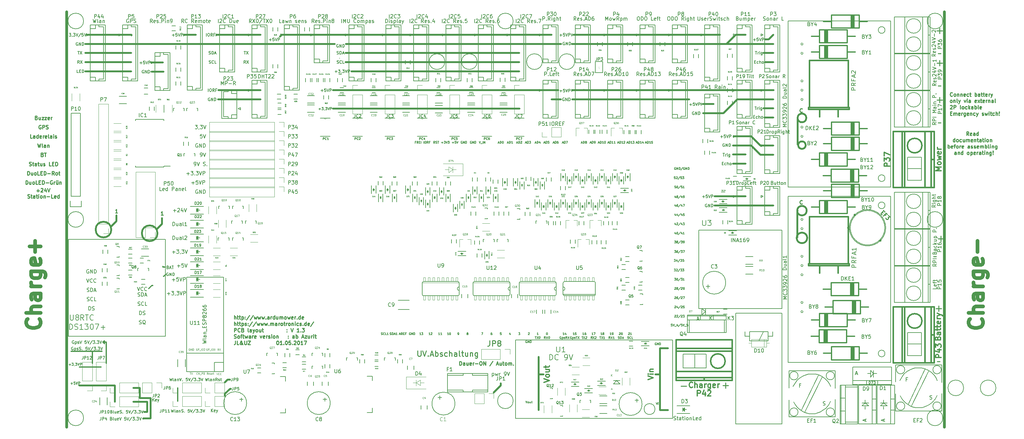
<source format=gto>
G04 #@! TF.GenerationSoftware,KiCad,Pcbnew,(2017-02-19 revision a416f3a4e)-master*
G04 #@! TF.CreationDate,2017-04-26T11:10:12+02:00*
G04 #@! TF.ProjectId,ardumower mega shield svn,617264756D6F776572206D6567612073,1.3*
G04 #@! TF.FileFunction,Legend,Top*
G04 #@! TF.FilePolarity,Positive*
%FSLAX46Y46*%
G04 Gerber Fmt 4.6, Leading zero omitted, Abs format (unit mm)*
G04 Created by KiCad (PCBNEW (2017-02-19 revision a416f3a4e)-master) date 04/26/17 11:10:12*
%MOMM*%
%LPD*%
G01*
G04 APERTURE LIST*
%ADD10C,0.100000*%
%ADD11C,0.500000*%
%ADD12C,0.200000*%
%ADD13C,0.304800*%
%ADD14C,0.150000*%
%ADD15C,0.250000*%
%ADD16C,0.300000*%
%ADD17C,0.375000*%
%ADD18C,0.175000*%
%ADD19C,1.000000*%
%ADD20C,0.800000*%
%ADD21C,0.120000*%
%ADD22C,0.152400*%
%ADD23C,0.381000*%
%ADD24C,0.066040*%
%ADD25C,0.050800*%
%ADD26C,0.125000*%
%ADD27C,0.127000*%
%ADD28C,0.001600*%
%ADD29C,0.075000*%
%ADD30C,0.275000*%
%ADD31C,0.050000*%
G04 APERTURE END LIST*
D10*
D11*
X54610000Y-46990000D02*
X51308000Y-46990000D01*
D12*
X49174476Y-46590000D02*
X49098285Y-46551904D01*
X48984000Y-46551904D01*
X48869714Y-46590000D01*
X48793523Y-46666190D01*
X48755428Y-46742380D01*
X48717333Y-46894761D01*
X48717333Y-47009047D01*
X48755428Y-47161428D01*
X48793523Y-47237619D01*
X48869714Y-47313809D01*
X48984000Y-47351904D01*
X49060190Y-47351904D01*
X49174476Y-47313809D01*
X49212571Y-47275714D01*
X49212571Y-47009047D01*
X49060190Y-47009047D01*
X49555428Y-47351904D02*
X49555428Y-46551904D01*
X50012571Y-47351904D01*
X50012571Y-46551904D01*
X50393523Y-47351904D02*
X50393523Y-46551904D01*
X50584000Y-46551904D01*
X50698285Y-46590000D01*
X50774476Y-46666190D01*
X50812571Y-46742380D01*
X50850666Y-46894761D01*
X50850666Y-47009047D01*
X50812571Y-47161428D01*
X50774476Y-47237619D01*
X50698285Y-47313809D01*
X50584000Y-47351904D01*
X50393523Y-47351904D01*
D13*
X54737000Y-103251000D02*
X54610000Y-103251000D01*
X55245000Y-102743000D02*
X54737000Y-103251000D01*
X54483000Y-100711000D02*
X54483000Y-100584000D01*
X55118000Y-100711000D02*
X54483000Y-100711000D01*
X51435000Y-105791000D02*
X51689000Y-105791000D01*
X50546000Y-106680000D02*
X51435000Y-105791000D01*
D14*
X114443000Y-119368857D02*
X114528714Y-119397428D01*
X114671571Y-119397428D01*
X114728714Y-119368857D01*
X114757285Y-119340285D01*
X114785857Y-119283142D01*
X114785857Y-119226000D01*
X114757285Y-119168857D01*
X114728714Y-119140285D01*
X114671571Y-119111714D01*
X114557285Y-119083142D01*
X114500142Y-119054571D01*
X114471571Y-119026000D01*
X114443000Y-118968857D01*
X114443000Y-118911714D01*
X114471571Y-118854571D01*
X114500142Y-118826000D01*
X114557285Y-118797428D01*
X114700142Y-118797428D01*
X114785857Y-118826000D01*
X115385857Y-119340285D02*
X115357285Y-119368857D01*
X115271571Y-119397428D01*
X115214428Y-119397428D01*
X115128714Y-119368857D01*
X115071571Y-119311714D01*
X115043000Y-119254571D01*
X115014428Y-119140285D01*
X115014428Y-119054571D01*
X115043000Y-118940285D01*
X115071571Y-118883142D01*
X115128714Y-118826000D01*
X115214428Y-118797428D01*
X115271571Y-118797428D01*
X115357285Y-118826000D01*
X115385857Y-118854571D01*
X115928714Y-119397428D02*
X115643000Y-119397428D01*
X115643000Y-118797428D01*
X116443000Y-119397428D02*
X116100142Y-119397428D01*
X116271571Y-119397428D02*
X116271571Y-118797428D01*
X116214428Y-118883142D01*
X116157285Y-118940285D01*
X116100142Y-118968857D01*
X116841714Y-119368857D02*
X116927428Y-119397428D01*
X117070285Y-119397428D01*
X117127428Y-119368857D01*
X117156000Y-119340285D01*
X117184571Y-119283142D01*
X117184571Y-119226000D01*
X117156000Y-119168857D01*
X117127428Y-119140285D01*
X117070285Y-119111714D01*
X116956000Y-119083142D01*
X116898857Y-119054571D01*
X116870285Y-119026000D01*
X116841714Y-118968857D01*
X116841714Y-118911714D01*
X116870285Y-118854571D01*
X116898857Y-118826000D01*
X116956000Y-118797428D01*
X117098857Y-118797428D01*
X117184571Y-118826000D01*
X117441714Y-119397428D02*
X117441714Y-118797428D01*
X117584571Y-118797428D01*
X117670285Y-118826000D01*
X117727428Y-118883142D01*
X117756000Y-118940285D01*
X117784571Y-119054571D01*
X117784571Y-119140285D01*
X117756000Y-119254571D01*
X117727428Y-119311714D01*
X117670285Y-119368857D01*
X117584571Y-119397428D01*
X117441714Y-119397428D01*
X118013142Y-119226000D02*
X118298857Y-119226000D01*
X117956000Y-119397428D02*
X118156000Y-118797428D01*
X118356000Y-119397428D01*
X118870285Y-119397428D02*
X118527428Y-119397428D01*
X118698857Y-119397428D02*
X118698857Y-118797428D01*
X118641714Y-118883142D01*
X118584571Y-118940285D01*
X118527428Y-118968857D01*
X119424571Y-119226000D02*
X119710285Y-119226000D01*
X119367428Y-119397428D02*
X119567428Y-118797428D01*
X119767428Y-119397428D01*
X120310285Y-119397428D02*
X120110285Y-119111714D01*
X119967428Y-119397428D02*
X119967428Y-118797428D01*
X120196000Y-118797428D01*
X120253142Y-118826000D01*
X120281714Y-118854571D01*
X120310285Y-118911714D01*
X120310285Y-118997428D01*
X120281714Y-119054571D01*
X120253142Y-119083142D01*
X120196000Y-119111714D01*
X119967428Y-119111714D01*
X120567428Y-119083142D02*
X120767428Y-119083142D01*
X120853142Y-119397428D02*
X120567428Y-119397428D01*
X120567428Y-118797428D01*
X120853142Y-118797428D01*
X121310285Y-119083142D02*
X121110285Y-119083142D01*
X121110285Y-119397428D02*
X121110285Y-118797428D01*
X121396000Y-118797428D01*
X122478857Y-118826000D02*
X122421714Y-118797428D01*
X122336000Y-118797428D01*
X122250285Y-118826000D01*
X122193142Y-118883142D01*
X122164571Y-118940285D01*
X122136000Y-119054571D01*
X122136000Y-119140285D01*
X122164571Y-119254571D01*
X122193142Y-119311714D01*
X122250285Y-119368857D01*
X122336000Y-119397428D01*
X122393142Y-119397428D01*
X122478857Y-119368857D01*
X122507428Y-119340285D01*
X122507428Y-119140285D01*
X122393142Y-119140285D01*
X122764571Y-119397428D02*
X122764571Y-118797428D01*
X123107428Y-119397428D01*
X123107428Y-118797428D01*
X123393142Y-119397428D02*
X123393142Y-118797428D01*
X123536000Y-118797428D01*
X123621714Y-118826000D01*
X123678857Y-118883142D01*
X123707428Y-118940285D01*
X123736000Y-119054571D01*
X123736000Y-119140285D01*
X123707428Y-119254571D01*
X123678857Y-119311714D01*
X123621714Y-119368857D01*
X123536000Y-119397428D01*
X123393142Y-119397428D01*
X125361714Y-119397428D02*
X125018857Y-119397428D01*
X125190285Y-119397428D02*
X125190285Y-118797428D01*
X125133142Y-118883142D01*
X125076000Y-118940285D01*
X125018857Y-118968857D01*
X125561714Y-118797428D02*
X125933142Y-118797428D01*
X125733142Y-119026000D01*
X125818857Y-119026000D01*
X125876000Y-119054571D01*
X125904571Y-119083142D01*
X125933142Y-119140285D01*
X125933142Y-119283142D01*
X125904571Y-119340285D01*
X125876000Y-119368857D01*
X125818857Y-119397428D01*
X125647428Y-119397428D01*
X125590285Y-119368857D01*
X125561714Y-119340285D01*
X127901714Y-119397428D02*
X127558857Y-119397428D01*
X127730285Y-119397428D02*
X127730285Y-118797428D01*
X127673142Y-118883142D01*
X127616000Y-118940285D01*
X127558857Y-118968857D01*
X128130285Y-118854571D02*
X128158857Y-118826000D01*
X128216000Y-118797428D01*
X128358857Y-118797428D01*
X128416000Y-118826000D01*
X128444571Y-118854571D01*
X128473142Y-118911714D01*
X128473142Y-118968857D01*
X128444571Y-119054571D01*
X128101714Y-119397428D01*
X128473142Y-119397428D01*
X130568714Y-119397428D02*
X130225857Y-119397428D01*
X130397285Y-119397428D02*
X130397285Y-118797428D01*
X130340142Y-118883142D01*
X130283000Y-118940285D01*
X130225857Y-118968857D01*
X131140142Y-119397428D02*
X130797285Y-119397428D01*
X130968714Y-119397428D02*
X130968714Y-118797428D01*
X130911571Y-118883142D01*
X130854428Y-118940285D01*
X130797285Y-118968857D01*
X132981714Y-119397428D02*
X132638857Y-119397428D01*
X132810285Y-119397428D02*
X132810285Y-118797428D01*
X132753142Y-118883142D01*
X132696000Y-118940285D01*
X132638857Y-118968857D01*
X133353142Y-118797428D02*
X133410285Y-118797428D01*
X133467428Y-118826000D01*
X133496000Y-118854571D01*
X133524571Y-118911714D01*
X133553142Y-119026000D01*
X133553142Y-119168857D01*
X133524571Y-119283142D01*
X133496000Y-119340285D01*
X133467428Y-119368857D01*
X133410285Y-119397428D01*
X133353142Y-119397428D01*
X133296000Y-119368857D01*
X133267428Y-119340285D01*
X133238857Y-119283142D01*
X133210285Y-119168857D01*
X133210285Y-119026000D01*
X133238857Y-118911714D01*
X133267428Y-118854571D01*
X133296000Y-118826000D01*
X133353142Y-118797428D01*
X135521714Y-119397428D02*
X135636000Y-119397428D01*
X135693142Y-119368857D01*
X135721714Y-119340285D01*
X135778857Y-119254571D01*
X135807428Y-119140285D01*
X135807428Y-118911714D01*
X135778857Y-118854571D01*
X135750285Y-118826000D01*
X135693142Y-118797428D01*
X135578857Y-118797428D01*
X135521714Y-118826000D01*
X135493142Y-118854571D01*
X135464571Y-118911714D01*
X135464571Y-119054571D01*
X135493142Y-119111714D01*
X135521714Y-119140285D01*
X135578857Y-119168857D01*
X135693142Y-119168857D01*
X135750285Y-119140285D01*
X135778857Y-119111714D01*
X135807428Y-119054571D01*
X138118857Y-119054571D02*
X138061714Y-119026000D01*
X138033142Y-118997428D01*
X138004571Y-118940285D01*
X138004571Y-118911714D01*
X138033142Y-118854571D01*
X138061714Y-118826000D01*
X138118857Y-118797428D01*
X138233142Y-118797428D01*
X138290285Y-118826000D01*
X138318857Y-118854571D01*
X138347428Y-118911714D01*
X138347428Y-118940285D01*
X138318857Y-118997428D01*
X138290285Y-119026000D01*
X138233142Y-119054571D01*
X138118857Y-119054571D01*
X138061714Y-119083142D01*
X138033142Y-119111714D01*
X138004571Y-119168857D01*
X138004571Y-119283142D01*
X138033142Y-119340285D01*
X138061714Y-119368857D01*
X138118857Y-119397428D01*
X138233142Y-119397428D01*
X138290285Y-119368857D01*
X138318857Y-119340285D01*
X138347428Y-119283142D01*
X138347428Y-119168857D01*
X138318857Y-119111714D01*
X138290285Y-119083142D01*
X138233142Y-119054571D01*
X142040000Y-118797428D02*
X142440000Y-118797428D01*
X142182857Y-119397428D01*
X144894285Y-118797428D02*
X144780000Y-118797428D01*
X144722857Y-118826000D01*
X144694285Y-118854571D01*
X144637142Y-118940285D01*
X144608571Y-119054571D01*
X144608571Y-119283142D01*
X144637142Y-119340285D01*
X144665714Y-119368857D01*
X144722857Y-119397428D01*
X144837142Y-119397428D01*
X144894285Y-119368857D01*
X144922857Y-119340285D01*
X144951428Y-119283142D01*
X144951428Y-119140285D01*
X144922857Y-119083142D01*
X144894285Y-119054571D01*
X144837142Y-119026000D01*
X144722857Y-119026000D01*
X144665714Y-119054571D01*
X144637142Y-119083142D01*
X144608571Y-119140285D01*
X147462857Y-118797428D02*
X147177142Y-118797428D01*
X147148571Y-119083142D01*
X147177142Y-119054571D01*
X147234285Y-119026000D01*
X147377142Y-119026000D01*
X147434285Y-119054571D01*
X147462857Y-119083142D01*
X147491428Y-119140285D01*
X147491428Y-119283142D01*
X147462857Y-119340285D01*
X147434285Y-119368857D01*
X147377142Y-119397428D01*
X147234285Y-119397428D01*
X147177142Y-119368857D01*
X147148571Y-119340285D01*
X149974285Y-118997428D02*
X149974285Y-119397428D01*
X149831428Y-118768857D02*
X149688571Y-119197428D01*
X150060000Y-119197428D01*
X152200000Y-118797428D02*
X152571428Y-118797428D01*
X152371428Y-119026000D01*
X152457142Y-119026000D01*
X152514285Y-119054571D01*
X152542857Y-119083142D01*
X152571428Y-119140285D01*
X152571428Y-119283142D01*
X152542857Y-119340285D01*
X152514285Y-119368857D01*
X152457142Y-119397428D01*
X152285714Y-119397428D01*
X152228571Y-119368857D01*
X152200000Y-119340285D01*
X154895571Y-118854571D02*
X154924142Y-118826000D01*
X154981285Y-118797428D01*
X155124142Y-118797428D01*
X155181285Y-118826000D01*
X155209857Y-118854571D01*
X155238428Y-118911714D01*
X155238428Y-118968857D01*
X155209857Y-119054571D01*
X154867000Y-119397428D01*
X155238428Y-119397428D01*
X157651428Y-119380428D02*
X157308571Y-119380428D01*
X157480000Y-119380428D02*
X157480000Y-118780428D01*
X157422857Y-118866142D01*
X157365714Y-118923285D01*
X157308571Y-118951857D01*
X156737142Y-119830428D02*
X157080000Y-119830428D01*
X156908571Y-120430428D02*
X156908571Y-119830428D01*
X157222857Y-119830428D02*
X157622857Y-120430428D01*
X157622857Y-119830428D02*
X157222857Y-120430428D01*
X157965714Y-119830428D02*
X158022857Y-119830428D01*
X158080000Y-119859000D01*
X158108571Y-119887571D01*
X158137142Y-119944714D01*
X158165714Y-120059000D01*
X158165714Y-120201857D01*
X158137142Y-120316142D01*
X158108571Y-120373285D01*
X158080000Y-120401857D01*
X158022857Y-120430428D01*
X157965714Y-120430428D01*
X157908571Y-120401857D01*
X157880000Y-120373285D01*
X157851428Y-120316142D01*
X157822857Y-120201857D01*
X157822857Y-120059000D01*
X157851428Y-119944714D01*
X157880000Y-119887571D01*
X157908571Y-119859000D01*
X157965714Y-119830428D01*
X159991428Y-118780428D02*
X160048571Y-118780428D01*
X160105714Y-118809000D01*
X160134285Y-118837571D01*
X160162857Y-118894714D01*
X160191428Y-119009000D01*
X160191428Y-119151857D01*
X160162857Y-119266142D01*
X160134285Y-119323285D01*
X160105714Y-119351857D01*
X160048571Y-119380428D01*
X159991428Y-119380428D01*
X159934285Y-119351857D01*
X159905714Y-119323285D01*
X159877142Y-119266142D01*
X159848571Y-119151857D01*
X159848571Y-119009000D01*
X159877142Y-118894714D01*
X159905714Y-118837571D01*
X159934285Y-118809000D01*
X159991428Y-118780428D01*
X159634285Y-120430428D02*
X159434285Y-120144714D01*
X159291428Y-120430428D02*
X159291428Y-119830428D01*
X159520000Y-119830428D01*
X159577142Y-119859000D01*
X159605714Y-119887571D01*
X159634285Y-119944714D01*
X159634285Y-120030428D01*
X159605714Y-120087571D01*
X159577142Y-120116142D01*
X159520000Y-120144714D01*
X159291428Y-120144714D01*
X159834285Y-119830428D02*
X160234285Y-120430428D01*
X160234285Y-119830428D02*
X159834285Y-120430428D01*
X160577142Y-119830428D02*
X160634285Y-119830428D01*
X160691428Y-119859000D01*
X160720000Y-119887571D01*
X160748571Y-119944714D01*
X160777142Y-120059000D01*
X160777142Y-120201857D01*
X160748571Y-120316142D01*
X160720000Y-120373285D01*
X160691428Y-120401857D01*
X160634285Y-120430428D01*
X160577142Y-120430428D01*
X160520000Y-120401857D01*
X160491428Y-120373285D01*
X160462857Y-120316142D01*
X160434285Y-120201857D01*
X160434285Y-120059000D01*
X160462857Y-119944714D01*
X160491428Y-119887571D01*
X160520000Y-119859000D01*
X160577142Y-119830428D01*
X164731714Y-119380428D02*
X164388857Y-119380428D01*
X164560285Y-119380428D02*
X164560285Y-118780428D01*
X164503142Y-118866142D01*
X164446000Y-118923285D01*
X164388857Y-118951857D01*
X165246000Y-118980428D02*
X165246000Y-119380428D01*
X165103142Y-118751857D02*
X164960285Y-119180428D01*
X165331714Y-119180428D01*
X163903142Y-119859000D02*
X163846000Y-119830428D01*
X163760285Y-119830428D01*
X163674571Y-119859000D01*
X163617428Y-119916142D01*
X163588857Y-119973285D01*
X163560285Y-120087571D01*
X163560285Y-120173285D01*
X163588857Y-120287571D01*
X163617428Y-120344714D01*
X163674571Y-120401857D01*
X163760285Y-120430428D01*
X163817428Y-120430428D01*
X163903142Y-120401857D01*
X163931714Y-120373285D01*
X163931714Y-120173285D01*
X163817428Y-120173285D01*
X164188857Y-120030428D02*
X164188857Y-120630428D01*
X164188857Y-120059000D02*
X164246000Y-120030428D01*
X164360285Y-120030428D01*
X164417428Y-120059000D01*
X164446000Y-120087571D01*
X164474571Y-120144714D01*
X164474571Y-120316142D01*
X164446000Y-120373285D01*
X164417428Y-120401857D01*
X164360285Y-120430428D01*
X164246000Y-120430428D01*
X164188857Y-120401857D01*
X164703142Y-120401857D02*
X164760285Y-120430428D01*
X164874571Y-120430428D01*
X164931714Y-120401857D01*
X164960285Y-120344714D01*
X164960285Y-120316142D01*
X164931714Y-120259000D01*
X164874571Y-120230428D01*
X164788857Y-120230428D01*
X164731714Y-120201857D01*
X164703142Y-120144714D01*
X164703142Y-120116142D01*
X164731714Y-120059000D01*
X164788857Y-120030428D01*
X164874571Y-120030428D01*
X164931714Y-120059000D01*
X165560285Y-120430428D02*
X165360285Y-120144714D01*
X165217428Y-120430428D02*
X165217428Y-119830428D01*
X165446000Y-119830428D01*
X165503142Y-119859000D01*
X165531714Y-119887571D01*
X165560285Y-119944714D01*
X165560285Y-120030428D01*
X165531714Y-120087571D01*
X165503142Y-120116142D01*
X165446000Y-120144714D01*
X165217428Y-120144714D01*
X165760285Y-119830428D02*
X166160285Y-120430428D01*
X166160285Y-119830428D02*
X165760285Y-120430428D01*
X182422857Y-118837571D02*
X182451428Y-118809000D01*
X182508571Y-118780428D01*
X182651428Y-118780428D01*
X182708571Y-118809000D01*
X182737142Y-118837571D01*
X182765714Y-118894714D01*
X182765714Y-118951857D01*
X182737142Y-119037571D01*
X182394285Y-119380428D01*
X182765714Y-119380428D01*
X183337142Y-119380428D02*
X182994285Y-119380428D01*
X183165714Y-119380428D02*
X183165714Y-118780428D01*
X183108571Y-118866142D01*
X183051428Y-118923285D01*
X182994285Y-118951857D01*
X182165714Y-120401857D02*
X182251428Y-120430428D01*
X182394285Y-120430428D01*
X182451428Y-120401857D01*
X182480000Y-120373285D01*
X182508571Y-120316142D01*
X182508571Y-120259000D01*
X182480000Y-120201857D01*
X182451428Y-120173285D01*
X182394285Y-120144714D01*
X182280000Y-120116142D01*
X182222857Y-120087571D01*
X182194285Y-120059000D01*
X182165714Y-120001857D01*
X182165714Y-119944714D01*
X182194285Y-119887571D01*
X182222857Y-119859000D01*
X182280000Y-119830428D01*
X182422857Y-119830428D01*
X182508571Y-119859000D01*
X183108571Y-120373285D02*
X183080000Y-120401857D01*
X182994285Y-120430428D01*
X182937142Y-120430428D01*
X182851428Y-120401857D01*
X182794285Y-120344714D01*
X182765714Y-120287571D01*
X182737142Y-120173285D01*
X182737142Y-120087571D01*
X182765714Y-119973285D01*
X182794285Y-119916142D01*
X182851428Y-119859000D01*
X182937142Y-119830428D01*
X182994285Y-119830428D01*
X183080000Y-119859000D01*
X183108571Y-119887571D01*
X183651428Y-120430428D02*
X183365714Y-120430428D01*
X183365714Y-119830428D01*
X179882857Y-118837571D02*
X179911428Y-118809000D01*
X179968571Y-118780428D01*
X180111428Y-118780428D01*
X180168571Y-118809000D01*
X180197142Y-118837571D01*
X180225714Y-118894714D01*
X180225714Y-118951857D01*
X180197142Y-119037571D01*
X179854285Y-119380428D01*
X180225714Y-119380428D01*
X180597142Y-118780428D02*
X180654285Y-118780428D01*
X180711428Y-118809000D01*
X180740000Y-118837571D01*
X180768571Y-118894714D01*
X180797142Y-119009000D01*
X180797142Y-119151857D01*
X180768571Y-119266142D01*
X180740000Y-119323285D01*
X180711428Y-119351857D01*
X180654285Y-119380428D01*
X180597142Y-119380428D01*
X180540000Y-119351857D01*
X180511428Y-119323285D01*
X180482857Y-119266142D01*
X180454285Y-119151857D01*
X180454285Y-119009000D01*
X180482857Y-118894714D01*
X180511428Y-118837571D01*
X180540000Y-118809000D01*
X180597142Y-118780428D01*
X179611428Y-120401857D02*
X179697142Y-120430428D01*
X179840000Y-120430428D01*
X179897142Y-120401857D01*
X179925714Y-120373285D01*
X179954285Y-120316142D01*
X179954285Y-120259000D01*
X179925714Y-120201857D01*
X179897142Y-120173285D01*
X179840000Y-120144714D01*
X179725714Y-120116142D01*
X179668571Y-120087571D01*
X179640000Y-120059000D01*
X179611428Y-120001857D01*
X179611428Y-119944714D01*
X179640000Y-119887571D01*
X179668571Y-119859000D01*
X179725714Y-119830428D01*
X179868571Y-119830428D01*
X179954285Y-119859000D01*
X180211428Y-120430428D02*
X180211428Y-119830428D01*
X180354285Y-119830428D01*
X180440000Y-119859000D01*
X180497142Y-119916142D01*
X180525714Y-119973285D01*
X180554285Y-120087571D01*
X180554285Y-120173285D01*
X180525714Y-120287571D01*
X180497142Y-120344714D01*
X180440000Y-120401857D01*
X180354285Y-120430428D01*
X180211428Y-120430428D01*
X180782857Y-120259000D02*
X181068571Y-120259000D01*
X180725714Y-120430428D02*
X180925714Y-119830428D01*
X181125714Y-120430428D01*
X177685714Y-119380428D02*
X177342857Y-119380428D01*
X177514285Y-119380428D02*
X177514285Y-118780428D01*
X177457142Y-118866142D01*
X177400000Y-118923285D01*
X177342857Y-118951857D01*
X177971428Y-119380428D02*
X178085714Y-119380428D01*
X178142857Y-119351857D01*
X178171428Y-119323285D01*
X178228571Y-119237571D01*
X178257142Y-119123285D01*
X178257142Y-118894714D01*
X178228571Y-118837571D01*
X178200000Y-118809000D01*
X178142857Y-118780428D01*
X178028571Y-118780428D01*
X177971428Y-118809000D01*
X177942857Y-118837571D01*
X177914285Y-118894714D01*
X177914285Y-119037571D01*
X177942857Y-119094714D01*
X177971428Y-119123285D01*
X178028571Y-119151857D01*
X178142857Y-119151857D01*
X178200000Y-119123285D01*
X178228571Y-119094714D01*
X178257142Y-119037571D01*
X177414285Y-120430428D02*
X177214285Y-120144714D01*
X177071428Y-120430428D02*
X177071428Y-119830428D01*
X177300000Y-119830428D01*
X177357142Y-119859000D01*
X177385714Y-119887571D01*
X177414285Y-119944714D01*
X177414285Y-120030428D01*
X177385714Y-120087571D01*
X177357142Y-120116142D01*
X177300000Y-120144714D01*
X177071428Y-120144714D01*
X177614285Y-119830428D02*
X178014285Y-120430428D01*
X178014285Y-119830428D02*
X177614285Y-120430428D01*
X178557142Y-120430428D02*
X178214285Y-120430428D01*
X178385714Y-120430428D02*
X178385714Y-119830428D01*
X178328571Y-119916142D01*
X178271428Y-119973285D01*
X178214285Y-120001857D01*
X175145714Y-119380428D02*
X174802857Y-119380428D01*
X174974285Y-119380428D02*
X174974285Y-118780428D01*
X174917142Y-118866142D01*
X174860000Y-118923285D01*
X174802857Y-118951857D01*
X175488571Y-119037571D02*
X175431428Y-119009000D01*
X175402857Y-118980428D01*
X175374285Y-118923285D01*
X175374285Y-118894714D01*
X175402857Y-118837571D01*
X175431428Y-118809000D01*
X175488571Y-118780428D01*
X175602857Y-118780428D01*
X175660000Y-118809000D01*
X175688571Y-118837571D01*
X175717142Y-118894714D01*
X175717142Y-118923285D01*
X175688571Y-118980428D01*
X175660000Y-119009000D01*
X175602857Y-119037571D01*
X175488571Y-119037571D01*
X175431428Y-119066142D01*
X175402857Y-119094714D01*
X175374285Y-119151857D01*
X175374285Y-119266142D01*
X175402857Y-119323285D01*
X175431428Y-119351857D01*
X175488571Y-119380428D01*
X175602857Y-119380428D01*
X175660000Y-119351857D01*
X175688571Y-119323285D01*
X175717142Y-119266142D01*
X175717142Y-119151857D01*
X175688571Y-119094714D01*
X175660000Y-119066142D01*
X175602857Y-119037571D01*
X174517142Y-119830428D02*
X174860000Y-119830428D01*
X174688571Y-120430428D02*
X174688571Y-119830428D01*
X175002857Y-119830428D02*
X175402857Y-120430428D01*
X175402857Y-119830428D02*
X175002857Y-120430428D01*
X175945714Y-120430428D02*
X175602857Y-120430428D01*
X175774285Y-120430428D02*
X175774285Y-119830428D01*
X175717142Y-119916142D01*
X175660000Y-119973285D01*
X175602857Y-120001857D01*
X172732714Y-119380428D02*
X172389857Y-119380428D01*
X172561285Y-119380428D02*
X172561285Y-118780428D01*
X172504142Y-118866142D01*
X172447000Y-118923285D01*
X172389857Y-118951857D01*
X172932714Y-118780428D02*
X173332714Y-118780428D01*
X173075571Y-119380428D01*
X172461285Y-120430428D02*
X172261285Y-120144714D01*
X172118428Y-120430428D02*
X172118428Y-119830428D01*
X172347000Y-119830428D01*
X172404142Y-119859000D01*
X172432714Y-119887571D01*
X172461285Y-119944714D01*
X172461285Y-120030428D01*
X172432714Y-120087571D01*
X172404142Y-120116142D01*
X172347000Y-120144714D01*
X172118428Y-120144714D01*
X172661285Y-119830428D02*
X173061285Y-120430428D01*
X173061285Y-119830428D02*
X172661285Y-120430428D01*
X173261285Y-119887571D02*
X173289857Y-119859000D01*
X173347000Y-119830428D01*
X173489857Y-119830428D01*
X173547000Y-119859000D01*
X173575571Y-119887571D01*
X173604142Y-119944714D01*
X173604142Y-120001857D01*
X173575571Y-120087571D01*
X173232714Y-120430428D01*
X173604142Y-120430428D01*
X170192714Y-119380428D02*
X169849857Y-119380428D01*
X170021285Y-119380428D02*
X170021285Y-118780428D01*
X169964142Y-118866142D01*
X169907000Y-118923285D01*
X169849857Y-118951857D01*
X170707000Y-118780428D02*
X170592714Y-118780428D01*
X170535571Y-118809000D01*
X170507000Y-118837571D01*
X170449857Y-118923285D01*
X170421285Y-119037571D01*
X170421285Y-119266142D01*
X170449857Y-119323285D01*
X170478428Y-119351857D01*
X170535571Y-119380428D01*
X170649857Y-119380428D01*
X170707000Y-119351857D01*
X170735571Y-119323285D01*
X170764142Y-119266142D01*
X170764142Y-119123285D01*
X170735571Y-119066142D01*
X170707000Y-119037571D01*
X170649857Y-119009000D01*
X170535571Y-119009000D01*
X170478428Y-119037571D01*
X170449857Y-119066142D01*
X170421285Y-119123285D01*
X169564142Y-119830428D02*
X169907000Y-119830428D01*
X169735571Y-120430428D02*
X169735571Y-119830428D01*
X170049857Y-119830428D02*
X170449857Y-120430428D01*
X170449857Y-119830428D02*
X170049857Y-120430428D01*
X170649857Y-119887571D02*
X170678428Y-119859000D01*
X170735571Y-119830428D01*
X170878428Y-119830428D01*
X170935571Y-119859000D01*
X170964142Y-119887571D01*
X170992714Y-119944714D01*
X170992714Y-120001857D01*
X170964142Y-120087571D01*
X170621285Y-120430428D01*
X170992714Y-120430428D01*
X167525714Y-119380428D02*
X167182857Y-119380428D01*
X167354285Y-119380428D02*
X167354285Y-118780428D01*
X167297142Y-118866142D01*
X167240000Y-118923285D01*
X167182857Y-118951857D01*
X168068571Y-118780428D02*
X167782857Y-118780428D01*
X167754285Y-119066142D01*
X167782857Y-119037571D01*
X167840000Y-119009000D01*
X167982857Y-119009000D01*
X168040000Y-119037571D01*
X168068571Y-119066142D01*
X168097142Y-119123285D01*
X168097142Y-119266142D01*
X168068571Y-119323285D01*
X168040000Y-119351857D01*
X167982857Y-119380428D01*
X167840000Y-119380428D01*
X167782857Y-119351857D01*
X167754285Y-119323285D01*
X166768571Y-119859000D02*
X166711428Y-119830428D01*
X166625714Y-119830428D01*
X166540000Y-119859000D01*
X166482857Y-119916142D01*
X166454285Y-119973285D01*
X166425714Y-120087571D01*
X166425714Y-120173285D01*
X166454285Y-120287571D01*
X166482857Y-120344714D01*
X166540000Y-120401857D01*
X166625714Y-120430428D01*
X166682857Y-120430428D01*
X166768571Y-120401857D01*
X166797142Y-120373285D01*
X166797142Y-120173285D01*
X166682857Y-120173285D01*
X167054285Y-120030428D02*
X167054285Y-120630428D01*
X167054285Y-120059000D02*
X167111428Y-120030428D01*
X167225714Y-120030428D01*
X167282857Y-120059000D01*
X167311428Y-120087571D01*
X167340000Y-120144714D01*
X167340000Y-120316142D01*
X167311428Y-120373285D01*
X167282857Y-120401857D01*
X167225714Y-120430428D01*
X167111428Y-120430428D01*
X167054285Y-120401857D01*
X167568571Y-120401857D02*
X167625714Y-120430428D01*
X167740000Y-120430428D01*
X167797142Y-120401857D01*
X167825714Y-120344714D01*
X167825714Y-120316142D01*
X167797142Y-120259000D01*
X167740000Y-120230428D01*
X167654285Y-120230428D01*
X167597142Y-120201857D01*
X167568571Y-120144714D01*
X167568571Y-120116142D01*
X167597142Y-120059000D01*
X167654285Y-120030428D01*
X167740000Y-120030428D01*
X167797142Y-120059000D01*
X167997142Y-119830428D02*
X168340000Y-119830428D01*
X168168571Y-120430428D02*
X168168571Y-119830428D01*
X168482857Y-119830428D02*
X168882857Y-120430428D01*
X168882857Y-119830428D02*
X168482857Y-120430428D01*
X194469000Y-116384428D02*
X194183285Y-116384428D01*
X194154714Y-116670142D01*
X194183285Y-116641571D01*
X194240428Y-116613000D01*
X194383285Y-116613000D01*
X194440428Y-116641571D01*
X194469000Y-116670142D01*
X194497571Y-116727285D01*
X194497571Y-116870142D01*
X194469000Y-116927285D01*
X194440428Y-116955857D01*
X194383285Y-116984428D01*
X194240428Y-116984428D01*
X194183285Y-116955857D01*
X194154714Y-116927285D01*
X194669000Y-116384428D02*
X194869000Y-116984428D01*
X195069000Y-116384428D01*
X195126142Y-117041571D02*
X195583285Y-117041571D01*
X195983285Y-116584428D02*
X195983285Y-116984428D01*
X195840428Y-116355857D02*
X195697571Y-116784428D01*
X196069000Y-116784428D01*
X196726142Y-116355857D02*
X196211857Y-117127285D01*
X197211857Y-116384428D02*
X196926142Y-116384428D01*
X196897571Y-116670142D01*
X196926142Y-116641571D01*
X196983285Y-116613000D01*
X197126142Y-116613000D01*
X197183285Y-116641571D01*
X197211857Y-116670142D01*
X197240428Y-116727285D01*
X197240428Y-116870142D01*
X197211857Y-116927285D01*
X197183285Y-116955857D01*
X197126142Y-116984428D01*
X196983285Y-116984428D01*
X196926142Y-116955857D01*
X196897571Y-116927285D01*
X197411857Y-116384428D02*
X197611857Y-116984428D01*
X197811857Y-116384428D01*
X197869000Y-117041571D02*
X198326142Y-117041571D01*
X198754714Y-116384428D02*
X198469000Y-116384428D01*
X198440428Y-116670142D01*
X198469000Y-116641571D01*
X198526142Y-116613000D01*
X198669000Y-116613000D01*
X198726142Y-116641571D01*
X198754714Y-116670142D01*
X198783285Y-116727285D01*
X198783285Y-116870142D01*
X198754714Y-116927285D01*
X198726142Y-116955857D01*
X198669000Y-116984428D01*
X198526142Y-116984428D01*
X198469000Y-116955857D01*
X198440428Y-116927285D01*
X195126142Y-114028571D02*
X195154714Y-114000000D01*
X195211857Y-113971428D01*
X195354714Y-113971428D01*
X195411857Y-114000000D01*
X195440428Y-114028571D01*
X195469000Y-114085714D01*
X195469000Y-114142857D01*
X195440428Y-114228571D01*
X195097571Y-114571428D01*
X195469000Y-114571428D01*
X195697571Y-114028571D02*
X195726142Y-114000000D01*
X195783285Y-113971428D01*
X195926142Y-113971428D01*
X195983285Y-114000000D01*
X196011857Y-114028571D01*
X196040428Y-114085714D01*
X196040428Y-114142857D01*
X196011857Y-114228571D01*
X195669000Y-114571428D01*
X196040428Y-114571428D01*
X196726142Y-113942857D02*
X196211857Y-114714285D01*
X196897571Y-114028571D02*
X196926142Y-114000000D01*
X196983285Y-113971428D01*
X197126142Y-113971428D01*
X197183285Y-114000000D01*
X197211857Y-114028571D01*
X197240428Y-114085714D01*
X197240428Y-114142857D01*
X197211857Y-114228571D01*
X196869000Y-114571428D01*
X197240428Y-114571428D01*
X197440428Y-113971428D02*
X197811857Y-113971428D01*
X197611857Y-114200000D01*
X197697571Y-114200000D01*
X197754714Y-114228571D01*
X197783285Y-114257142D01*
X197811857Y-114314285D01*
X197811857Y-114457142D01*
X197783285Y-114514285D01*
X197754714Y-114542857D01*
X197697571Y-114571428D01*
X197526142Y-114571428D01*
X197469000Y-114542857D01*
X197440428Y-114514285D01*
X195126142Y-111488571D02*
X195154714Y-111460000D01*
X195211857Y-111431428D01*
X195354714Y-111431428D01*
X195411857Y-111460000D01*
X195440428Y-111488571D01*
X195469000Y-111545714D01*
X195469000Y-111602857D01*
X195440428Y-111688571D01*
X195097571Y-112031428D01*
X195469000Y-112031428D01*
X195983285Y-111631428D02*
X195983285Y-112031428D01*
X195840428Y-111402857D02*
X195697571Y-111831428D01*
X196069000Y-111831428D01*
X196726142Y-111402857D02*
X196211857Y-112174285D01*
X196897571Y-111488571D02*
X196926142Y-111460000D01*
X196983285Y-111431428D01*
X197126142Y-111431428D01*
X197183285Y-111460000D01*
X197211857Y-111488571D01*
X197240428Y-111545714D01*
X197240428Y-111602857D01*
X197211857Y-111688571D01*
X196869000Y-112031428D01*
X197240428Y-112031428D01*
X197783285Y-111431428D02*
X197497571Y-111431428D01*
X197469000Y-111717142D01*
X197497571Y-111688571D01*
X197554714Y-111660000D01*
X197697571Y-111660000D01*
X197754714Y-111688571D01*
X197783285Y-111717142D01*
X197811857Y-111774285D01*
X197811857Y-111917142D01*
X197783285Y-111974285D01*
X197754714Y-112002857D01*
X197697571Y-112031428D01*
X197554714Y-112031428D01*
X197497571Y-112002857D01*
X197469000Y-111974285D01*
X195126142Y-108948571D02*
X195154714Y-108920000D01*
X195211857Y-108891428D01*
X195354714Y-108891428D01*
X195411857Y-108920000D01*
X195440428Y-108948571D01*
X195469000Y-109005714D01*
X195469000Y-109062857D01*
X195440428Y-109148571D01*
X195097571Y-109491428D01*
X195469000Y-109491428D01*
X195983285Y-108891428D02*
X195869000Y-108891428D01*
X195811857Y-108920000D01*
X195783285Y-108948571D01*
X195726142Y-109034285D01*
X195697571Y-109148571D01*
X195697571Y-109377142D01*
X195726142Y-109434285D01*
X195754714Y-109462857D01*
X195811857Y-109491428D01*
X195926142Y-109491428D01*
X195983285Y-109462857D01*
X196011857Y-109434285D01*
X196040428Y-109377142D01*
X196040428Y-109234285D01*
X196011857Y-109177142D01*
X195983285Y-109148571D01*
X195926142Y-109120000D01*
X195811857Y-109120000D01*
X195754714Y-109148571D01*
X195726142Y-109177142D01*
X195697571Y-109234285D01*
X196726142Y-108862857D02*
X196211857Y-109634285D01*
X196897571Y-108948571D02*
X196926142Y-108920000D01*
X196983285Y-108891428D01*
X197126142Y-108891428D01*
X197183285Y-108920000D01*
X197211857Y-108948571D01*
X197240428Y-109005714D01*
X197240428Y-109062857D01*
X197211857Y-109148571D01*
X196869000Y-109491428D01*
X197240428Y-109491428D01*
X197440428Y-108891428D02*
X197840428Y-108891428D01*
X197583285Y-109491428D01*
X195126142Y-106408571D02*
X195154714Y-106380000D01*
X195211857Y-106351428D01*
X195354714Y-106351428D01*
X195411857Y-106380000D01*
X195440428Y-106408571D01*
X195469000Y-106465714D01*
X195469000Y-106522857D01*
X195440428Y-106608571D01*
X195097571Y-106951428D01*
X195469000Y-106951428D01*
X195811857Y-106608571D02*
X195754714Y-106580000D01*
X195726142Y-106551428D01*
X195697571Y-106494285D01*
X195697571Y-106465714D01*
X195726142Y-106408571D01*
X195754714Y-106380000D01*
X195811857Y-106351428D01*
X195926142Y-106351428D01*
X195983285Y-106380000D01*
X196011857Y-106408571D01*
X196040428Y-106465714D01*
X196040428Y-106494285D01*
X196011857Y-106551428D01*
X195983285Y-106580000D01*
X195926142Y-106608571D01*
X195811857Y-106608571D01*
X195754714Y-106637142D01*
X195726142Y-106665714D01*
X195697571Y-106722857D01*
X195697571Y-106837142D01*
X195726142Y-106894285D01*
X195754714Y-106922857D01*
X195811857Y-106951428D01*
X195926142Y-106951428D01*
X195983285Y-106922857D01*
X196011857Y-106894285D01*
X196040428Y-106837142D01*
X196040428Y-106722857D01*
X196011857Y-106665714D01*
X195983285Y-106637142D01*
X195926142Y-106608571D01*
X196726142Y-106322857D02*
X196211857Y-107094285D01*
X196897571Y-106408571D02*
X196926142Y-106380000D01*
X196983285Y-106351428D01*
X197126142Y-106351428D01*
X197183285Y-106380000D01*
X197211857Y-106408571D01*
X197240428Y-106465714D01*
X197240428Y-106522857D01*
X197211857Y-106608571D01*
X196869000Y-106951428D01*
X197240428Y-106951428D01*
X197526142Y-106951428D02*
X197640428Y-106951428D01*
X197697571Y-106922857D01*
X197726142Y-106894285D01*
X197783285Y-106808571D01*
X197811857Y-106694285D01*
X197811857Y-106465714D01*
X197783285Y-106408571D01*
X197754714Y-106380000D01*
X197697571Y-106351428D01*
X197583285Y-106351428D01*
X197526142Y-106380000D01*
X197497571Y-106408571D01*
X197469000Y-106465714D01*
X197469000Y-106608571D01*
X197497571Y-106665714D01*
X197526142Y-106694285D01*
X197583285Y-106722857D01*
X197697571Y-106722857D01*
X197754714Y-106694285D01*
X197783285Y-106665714D01*
X197811857Y-106608571D01*
X195097571Y-103811428D02*
X195469000Y-103811428D01*
X195269000Y-104040000D01*
X195354714Y-104040000D01*
X195411857Y-104068571D01*
X195440428Y-104097142D01*
X195469000Y-104154285D01*
X195469000Y-104297142D01*
X195440428Y-104354285D01*
X195411857Y-104382857D01*
X195354714Y-104411428D01*
X195183285Y-104411428D01*
X195126142Y-104382857D01*
X195097571Y-104354285D01*
X195840428Y-103811428D02*
X195897571Y-103811428D01*
X195954714Y-103840000D01*
X195983285Y-103868571D01*
X196011857Y-103925714D01*
X196040428Y-104040000D01*
X196040428Y-104182857D01*
X196011857Y-104297142D01*
X195983285Y-104354285D01*
X195954714Y-104382857D01*
X195897571Y-104411428D01*
X195840428Y-104411428D01*
X195783285Y-104382857D01*
X195754714Y-104354285D01*
X195726142Y-104297142D01*
X195697571Y-104182857D01*
X195697571Y-104040000D01*
X195726142Y-103925714D01*
X195754714Y-103868571D01*
X195783285Y-103840000D01*
X195840428Y-103811428D01*
X196726142Y-103782857D02*
X196211857Y-104554285D01*
X196869000Y-103811428D02*
X197240428Y-103811428D01*
X197040428Y-104040000D01*
X197126142Y-104040000D01*
X197183285Y-104068571D01*
X197211857Y-104097142D01*
X197240428Y-104154285D01*
X197240428Y-104297142D01*
X197211857Y-104354285D01*
X197183285Y-104382857D01*
X197126142Y-104411428D01*
X196954714Y-104411428D01*
X196897571Y-104382857D01*
X196869000Y-104354285D01*
X197811857Y-104411428D02*
X197469000Y-104411428D01*
X197640428Y-104411428D02*
X197640428Y-103811428D01*
X197583285Y-103897142D01*
X197526142Y-103954285D01*
X197469000Y-103982857D01*
X194970571Y-101271428D02*
X195342000Y-101271428D01*
X195142000Y-101500000D01*
X195227714Y-101500000D01*
X195284857Y-101528571D01*
X195313428Y-101557142D01*
X195342000Y-101614285D01*
X195342000Y-101757142D01*
X195313428Y-101814285D01*
X195284857Y-101842857D01*
X195227714Y-101871428D01*
X195056285Y-101871428D01*
X194999142Y-101842857D01*
X194970571Y-101814285D01*
X195570571Y-101328571D02*
X195599142Y-101300000D01*
X195656285Y-101271428D01*
X195799142Y-101271428D01*
X195856285Y-101300000D01*
X195884857Y-101328571D01*
X195913428Y-101385714D01*
X195913428Y-101442857D01*
X195884857Y-101528571D01*
X195542000Y-101871428D01*
X195913428Y-101871428D01*
X196599142Y-101242857D02*
X196084857Y-102014285D01*
X196742000Y-101271428D02*
X197113428Y-101271428D01*
X196913428Y-101500000D01*
X196999142Y-101500000D01*
X197056285Y-101528571D01*
X197084857Y-101557142D01*
X197113428Y-101614285D01*
X197113428Y-101757142D01*
X197084857Y-101814285D01*
X197056285Y-101842857D01*
X196999142Y-101871428D01*
X196827714Y-101871428D01*
X196770571Y-101842857D01*
X196742000Y-101814285D01*
X197313428Y-101271428D02*
X197684857Y-101271428D01*
X197484857Y-101500000D01*
X197570571Y-101500000D01*
X197627714Y-101528571D01*
X197656285Y-101557142D01*
X197684857Y-101614285D01*
X197684857Y-101757142D01*
X197656285Y-101814285D01*
X197627714Y-101842857D01*
X197570571Y-101871428D01*
X197399142Y-101871428D01*
X197342000Y-101842857D01*
X197313428Y-101814285D01*
X194970571Y-98604428D02*
X195342000Y-98604428D01*
X195142000Y-98833000D01*
X195227714Y-98833000D01*
X195284857Y-98861571D01*
X195313428Y-98890142D01*
X195342000Y-98947285D01*
X195342000Y-99090142D01*
X195313428Y-99147285D01*
X195284857Y-99175857D01*
X195227714Y-99204428D01*
X195056285Y-99204428D01*
X194999142Y-99175857D01*
X194970571Y-99147285D01*
X195856285Y-98804428D02*
X195856285Y-99204428D01*
X195713428Y-98575857D02*
X195570571Y-99004428D01*
X195942000Y-99004428D01*
X196599142Y-98575857D02*
X196084857Y-99347285D01*
X196742000Y-98604428D02*
X197113428Y-98604428D01*
X196913428Y-98833000D01*
X196999142Y-98833000D01*
X197056285Y-98861571D01*
X197084857Y-98890142D01*
X197113428Y-98947285D01*
X197113428Y-99090142D01*
X197084857Y-99147285D01*
X197056285Y-99175857D01*
X196999142Y-99204428D01*
X196827714Y-99204428D01*
X196770571Y-99175857D01*
X196742000Y-99147285D01*
X197656285Y-98604428D02*
X197370571Y-98604428D01*
X197342000Y-98890142D01*
X197370571Y-98861571D01*
X197427714Y-98833000D01*
X197570571Y-98833000D01*
X197627714Y-98861571D01*
X197656285Y-98890142D01*
X197684857Y-98947285D01*
X197684857Y-99090142D01*
X197656285Y-99147285D01*
X197627714Y-99175857D01*
X197570571Y-99204428D01*
X197427714Y-99204428D01*
X197370571Y-99175857D01*
X197342000Y-99147285D01*
X195097571Y-96191428D02*
X195469000Y-96191428D01*
X195269000Y-96420000D01*
X195354714Y-96420000D01*
X195411857Y-96448571D01*
X195440428Y-96477142D01*
X195469000Y-96534285D01*
X195469000Y-96677142D01*
X195440428Y-96734285D01*
X195411857Y-96762857D01*
X195354714Y-96791428D01*
X195183285Y-96791428D01*
X195126142Y-96762857D01*
X195097571Y-96734285D01*
X195983285Y-96191428D02*
X195869000Y-96191428D01*
X195811857Y-96220000D01*
X195783285Y-96248571D01*
X195726142Y-96334285D01*
X195697571Y-96448571D01*
X195697571Y-96677142D01*
X195726142Y-96734285D01*
X195754714Y-96762857D01*
X195811857Y-96791428D01*
X195926142Y-96791428D01*
X195983285Y-96762857D01*
X196011857Y-96734285D01*
X196040428Y-96677142D01*
X196040428Y-96534285D01*
X196011857Y-96477142D01*
X195983285Y-96448571D01*
X195926142Y-96420000D01*
X195811857Y-96420000D01*
X195754714Y-96448571D01*
X195726142Y-96477142D01*
X195697571Y-96534285D01*
X196726142Y-96162857D02*
X196211857Y-96934285D01*
X196869000Y-96191428D02*
X197240428Y-96191428D01*
X197040428Y-96420000D01*
X197126142Y-96420000D01*
X197183285Y-96448571D01*
X197211857Y-96477142D01*
X197240428Y-96534285D01*
X197240428Y-96677142D01*
X197211857Y-96734285D01*
X197183285Y-96762857D01*
X197126142Y-96791428D01*
X196954714Y-96791428D01*
X196897571Y-96762857D01*
X196869000Y-96734285D01*
X197440428Y-96191428D02*
X197840428Y-96191428D01*
X197583285Y-96791428D01*
X195097571Y-93524428D02*
X195469000Y-93524428D01*
X195269000Y-93753000D01*
X195354714Y-93753000D01*
X195411857Y-93781571D01*
X195440428Y-93810142D01*
X195469000Y-93867285D01*
X195469000Y-94010142D01*
X195440428Y-94067285D01*
X195411857Y-94095857D01*
X195354714Y-94124428D01*
X195183285Y-94124428D01*
X195126142Y-94095857D01*
X195097571Y-94067285D01*
X195811857Y-93781571D02*
X195754714Y-93753000D01*
X195726142Y-93724428D01*
X195697571Y-93667285D01*
X195697571Y-93638714D01*
X195726142Y-93581571D01*
X195754714Y-93553000D01*
X195811857Y-93524428D01*
X195926142Y-93524428D01*
X195983285Y-93553000D01*
X196011857Y-93581571D01*
X196040428Y-93638714D01*
X196040428Y-93667285D01*
X196011857Y-93724428D01*
X195983285Y-93753000D01*
X195926142Y-93781571D01*
X195811857Y-93781571D01*
X195754714Y-93810142D01*
X195726142Y-93838714D01*
X195697571Y-93895857D01*
X195697571Y-94010142D01*
X195726142Y-94067285D01*
X195754714Y-94095857D01*
X195811857Y-94124428D01*
X195926142Y-94124428D01*
X195983285Y-94095857D01*
X196011857Y-94067285D01*
X196040428Y-94010142D01*
X196040428Y-93895857D01*
X196011857Y-93838714D01*
X195983285Y-93810142D01*
X195926142Y-93781571D01*
X196726142Y-93495857D02*
X196211857Y-94267285D01*
X196869000Y-93524428D02*
X197240428Y-93524428D01*
X197040428Y-93753000D01*
X197126142Y-93753000D01*
X197183285Y-93781571D01*
X197211857Y-93810142D01*
X197240428Y-93867285D01*
X197240428Y-94010142D01*
X197211857Y-94067285D01*
X197183285Y-94095857D01*
X197126142Y-94124428D01*
X196954714Y-94124428D01*
X196897571Y-94095857D01*
X196869000Y-94067285D01*
X197526142Y-94124428D02*
X197640428Y-94124428D01*
X197697571Y-94095857D01*
X197726142Y-94067285D01*
X197783285Y-93981571D01*
X197811857Y-93867285D01*
X197811857Y-93638714D01*
X197783285Y-93581571D01*
X197754714Y-93553000D01*
X197697571Y-93524428D01*
X197583285Y-93524428D01*
X197526142Y-93553000D01*
X197497571Y-93581571D01*
X197469000Y-93638714D01*
X197469000Y-93781571D01*
X197497571Y-93838714D01*
X197526142Y-93867285D01*
X197583285Y-93895857D01*
X197697571Y-93895857D01*
X197754714Y-93867285D01*
X197783285Y-93838714D01*
X197811857Y-93781571D01*
X195411857Y-91311428D02*
X195411857Y-91711428D01*
X195269000Y-91082857D02*
X195126142Y-91511428D01*
X195497571Y-91511428D01*
X195840428Y-91111428D02*
X195897571Y-91111428D01*
X195954714Y-91140000D01*
X195983285Y-91168571D01*
X196011857Y-91225714D01*
X196040428Y-91340000D01*
X196040428Y-91482857D01*
X196011857Y-91597142D01*
X195983285Y-91654285D01*
X195954714Y-91682857D01*
X195897571Y-91711428D01*
X195840428Y-91711428D01*
X195783285Y-91682857D01*
X195754714Y-91654285D01*
X195726142Y-91597142D01*
X195697571Y-91482857D01*
X195697571Y-91340000D01*
X195726142Y-91225714D01*
X195754714Y-91168571D01*
X195783285Y-91140000D01*
X195840428Y-91111428D01*
X196726142Y-91082857D02*
X196211857Y-91854285D01*
X197183285Y-91311428D02*
X197183285Y-91711428D01*
X197040428Y-91082857D02*
X196897571Y-91511428D01*
X197269000Y-91511428D01*
X197811857Y-91711428D02*
X197469000Y-91711428D01*
X197640428Y-91711428D02*
X197640428Y-91111428D01*
X197583285Y-91197142D01*
X197526142Y-91254285D01*
X197469000Y-91282857D01*
X195411857Y-88771428D02*
X195411857Y-89171428D01*
X195269000Y-88542857D02*
X195126142Y-88971428D01*
X195497571Y-88971428D01*
X195697571Y-88628571D02*
X195726142Y-88600000D01*
X195783285Y-88571428D01*
X195926142Y-88571428D01*
X195983285Y-88600000D01*
X196011857Y-88628571D01*
X196040428Y-88685714D01*
X196040428Y-88742857D01*
X196011857Y-88828571D01*
X195669000Y-89171428D01*
X196040428Y-89171428D01*
X196726142Y-88542857D02*
X196211857Y-89314285D01*
X197183285Y-88771428D02*
X197183285Y-89171428D01*
X197040428Y-88542857D02*
X196897571Y-88971428D01*
X197269000Y-88971428D01*
X197440428Y-88571428D02*
X197811857Y-88571428D01*
X197611857Y-88800000D01*
X197697571Y-88800000D01*
X197754714Y-88828571D01*
X197783285Y-88857142D01*
X197811857Y-88914285D01*
X197811857Y-89057142D01*
X197783285Y-89114285D01*
X197754714Y-89142857D01*
X197697571Y-89171428D01*
X197526142Y-89171428D01*
X197469000Y-89142857D01*
X197440428Y-89114285D01*
X195411857Y-86231428D02*
X195411857Y-86631428D01*
X195269000Y-86002857D02*
X195126142Y-86431428D01*
X195497571Y-86431428D01*
X195983285Y-86231428D02*
X195983285Y-86631428D01*
X195840428Y-86002857D02*
X195697571Y-86431428D01*
X196069000Y-86431428D01*
X196726142Y-86002857D02*
X196211857Y-86774285D01*
X197183285Y-86231428D02*
X197183285Y-86631428D01*
X197040428Y-86002857D02*
X196897571Y-86431428D01*
X197269000Y-86431428D01*
X197783285Y-86031428D02*
X197497571Y-86031428D01*
X197469000Y-86317142D01*
X197497571Y-86288571D01*
X197554714Y-86260000D01*
X197697571Y-86260000D01*
X197754714Y-86288571D01*
X197783285Y-86317142D01*
X197811857Y-86374285D01*
X197811857Y-86517142D01*
X197783285Y-86574285D01*
X197754714Y-86602857D01*
X197697571Y-86631428D01*
X197554714Y-86631428D01*
X197497571Y-86602857D01*
X197469000Y-86574285D01*
X195411857Y-83691428D02*
X195411857Y-84091428D01*
X195269000Y-83462857D02*
X195126142Y-83891428D01*
X195497571Y-83891428D01*
X195983285Y-83491428D02*
X195869000Y-83491428D01*
X195811857Y-83520000D01*
X195783285Y-83548571D01*
X195726142Y-83634285D01*
X195697571Y-83748571D01*
X195697571Y-83977142D01*
X195726142Y-84034285D01*
X195754714Y-84062857D01*
X195811857Y-84091428D01*
X195926142Y-84091428D01*
X195983285Y-84062857D01*
X196011857Y-84034285D01*
X196040428Y-83977142D01*
X196040428Y-83834285D01*
X196011857Y-83777142D01*
X195983285Y-83748571D01*
X195926142Y-83720000D01*
X195811857Y-83720000D01*
X195754714Y-83748571D01*
X195726142Y-83777142D01*
X195697571Y-83834285D01*
X196726142Y-83462857D02*
X196211857Y-84234285D01*
X197183285Y-83691428D02*
X197183285Y-84091428D01*
X197040428Y-83462857D02*
X196897571Y-83891428D01*
X197269000Y-83891428D01*
X197440428Y-83491428D02*
X197840428Y-83491428D01*
X197583285Y-84091428D01*
X195411857Y-81278428D02*
X195411857Y-81678428D01*
X195269000Y-81049857D02*
X195126142Y-81478428D01*
X195497571Y-81478428D01*
X195811857Y-81335571D02*
X195754714Y-81307000D01*
X195726142Y-81278428D01*
X195697571Y-81221285D01*
X195697571Y-81192714D01*
X195726142Y-81135571D01*
X195754714Y-81107000D01*
X195811857Y-81078428D01*
X195926142Y-81078428D01*
X195983285Y-81107000D01*
X196011857Y-81135571D01*
X196040428Y-81192714D01*
X196040428Y-81221285D01*
X196011857Y-81278428D01*
X195983285Y-81307000D01*
X195926142Y-81335571D01*
X195811857Y-81335571D01*
X195754714Y-81364142D01*
X195726142Y-81392714D01*
X195697571Y-81449857D01*
X195697571Y-81564142D01*
X195726142Y-81621285D01*
X195754714Y-81649857D01*
X195811857Y-81678428D01*
X195926142Y-81678428D01*
X195983285Y-81649857D01*
X196011857Y-81621285D01*
X196040428Y-81564142D01*
X196040428Y-81449857D01*
X196011857Y-81392714D01*
X195983285Y-81364142D01*
X195926142Y-81335571D01*
X196726142Y-81049857D02*
X196211857Y-81821285D01*
X197183285Y-81278428D02*
X197183285Y-81678428D01*
X197040428Y-81049857D02*
X196897571Y-81478428D01*
X197269000Y-81478428D01*
X197526142Y-81678428D02*
X197640428Y-81678428D01*
X197697571Y-81649857D01*
X197726142Y-81621285D01*
X197783285Y-81535571D01*
X197811857Y-81421285D01*
X197811857Y-81192714D01*
X197783285Y-81135571D01*
X197754714Y-81107000D01*
X197697571Y-81078428D01*
X197583285Y-81078428D01*
X197526142Y-81107000D01*
X197497571Y-81135571D01*
X197469000Y-81192714D01*
X197469000Y-81335571D01*
X197497571Y-81392714D01*
X197526142Y-81421285D01*
X197583285Y-81449857D01*
X197697571Y-81449857D01*
X197754714Y-81421285D01*
X197783285Y-81392714D01*
X197811857Y-81335571D01*
X195440428Y-78411428D02*
X195154714Y-78411428D01*
X195126142Y-78697142D01*
X195154714Y-78668571D01*
X195211857Y-78640000D01*
X195354714Y-78640000D01*
X195411857Y-78668571D01*
X195440428Y-78697142D01*
X195469000Y-78754285D01*
X195469000Y-78897142D01*
X195440428Y-78954285D01*
X195411857Y-78982857D01*
X195354714Y-79011428D01*
X195211857Y-79011428D01*
X195154714Y-78982857D01*
X195126142Y-78954285D01*
X195840428Y-78411428D02*
X195897571Y-78411428D01*
X195954714Y-78440000D01*
X195983285Y-78468571D01*
X196011857Y-78525714D01*
X196040428Y-78640000D01*
X196040428Y-78782857D01*
X196011857Y-78897142D01*
X195983285Y-78954285D01*
X195954714Y-78982857D01*
X195897571Y-79011428D01*
X195840428Y-79011428D01*
X195783285Y-78982857D01*
X195754714Y-78954285D01*
X195726142Y-78897142D01*
X195697571Y-78782857D01*
X195697571Y-78640000D01*
X195726142Y-78525714D01*
X195754714Y-78468571D01*
X195783285Y-78440000D01*
X195840428Y-78411428D01*
X196726142Y-78382857D02*
X196211857Y-79154285D01*
X197211857Y-78411428D02*
X196926142Y-78411428D01*
X196897571Y-78697142D01*
X196926142Y-78668571D01*
X196983285Y-78640000D01*
X197126142Y-78640000D01*
X197183285Y-78668571D01*
X197211857Y-78697142D01*
X197240428Y-78754285D01*
X197240428Y-78897142D01*
X197211857Y-78954285D01*
X197183285Y-78982857D01*
X197126142Y-79011428D01*
X196983285Y-79011428D01*
X196926142Y-78982857D01*
X196897571Y-78954285D01*
X197811857Y-79011428D02*
X197469000Y-79011428D01*
X197640428Y-79011428D02*
X197640428Y-78411428D01*
X197583285Y-78497142D01*
X197526142Y-78554285D01*
X197469000Y-78582857D01*
X195313428Y-75871428D02*
X195027714Y-75871428D01*
X194999142Y-76157142D01*
X195027714Y-76128571D01*
X195084857Y-76100000D01*
X195227714Y-76100000D01*
X195284857Y-76128571D01*
X195313428Y-76157142D01*
X195342000Y-76214285D01*
X195342000Y-76357142D01*
X195313428Y-76414285D01*
X195284857Y-76442857D01*
X195227714Y-76471428D01*
X195084857Y-76471428D01*
X195027714Y-76442857D01*
X194999142Y-76414285D01*
X195570571Y-75928571D02*
X195599142Y-75900000D01*
X195656285Y-75871428D01*
X195799142Y-75871428D01*
X195856285Y-75900000D01*
X195884857Y-75928571D01*
X195913428Y-75985714D01*
X195913428Y-76042857D01*
X195884857Y-76128571D01*
X195542000Y-76471428D01*
X195913428Y-76471428D01*
X196599142Y-75842857D02*
X196084857Y-76614285D01*
X197084857Y-75871428D02*
X196799142Y-75871428D01*
X196770571Y-76157142D01*
X196799142Y-76128571D01*
X196856285Y-76100000D01*
X196999142Y-76100000D01*
X197056285Y-76128571D01*
X197084857Y-76157142D01*
X197113428Y-76214285D01*
X197113428Y-76357142D01*
X197084857Y-76414285D01*
X197056285Y-76442857D01*
X196999142Y-76471428D01*
X196856285Y-76471428D01*
X196799142Y-76442857D01*
X196770571Y-76414285D01*
X197313428Y-75871428D02*
X197684857Y-75871428D01*
X197484857Y-76100000D01*
X197570571Y-76100000D01*
X197627714Y-76128571D01*
X197656285Y-76157142D01*
X197684857Y-76214285D01*
X197684857Y-76357142D01*
X197656285Y-76414285D01*
X197627714Y-76442857D01*
X197570571Y-76471428D01*
X197399142Y-76471428D01*
X197342000Y-76442857D01*
X197313428Y-76414285D01*
X195418285Y-73360000D02*
X195361142Y-73331428D01*
X195275428Y-73331428D01*
X195189714Y-73360000D01*
X195132571Y-73417142D01*
X195104000Y-73474285D01*
X195075428Y-73588571D01*
X195075428Y-73674285D01*
X195104000Y-73788571D01*
X195132571Y-73845714D01*
X195189714Y-73902857D01*
X195275428Y-73931428D01*
X195332571Y-73931428D01*
X195418285Y-73902857D01*
X195446857Y-73874285D01*
X195446857Y-73674285D01*
X195332571Y-73674285D01*
X195704000Y-73931428D02*
X195704000Y-73331428D01*
X196046857Y-73931428D01*
X196046857Y-73331428D01*
X196332571Y-73931428D02*
X196332571Y-73331428D01*
X196475428Y-73331428D01*
X196561142Y-73360000D01*
X196618285Y-73417142D01*
X196646857Y-73474285D01*
X196675428Y-73588571D01*
X196675428Y-73674285D01*
X196646857Y-73788571D01*
X196618285Y-73845714D01*
X196561142Y-73902857D01*
X196475428Y-73931428D01*
X196332571Y-73931428D01*
X197361142Y-73302857D02*
X196846857Y-74074285D01*
X197875428Y-73360000D02*
X197818285Y-73331428D01*
X197732571Y-73331428D01*
X197646857Y-73360000D01*
X197589714Y-73417142D01*
X197561142Y-73474285D01*
X197532571Y-73588571D01*
X197532571Y-73674285D01*
X197561142Y-73788571D01*
X197589714Y-73845714D01*
X197646857Y-73902857D01*
X197732571Y-73931428D01*
X197789714Y-73931428D01*
X197875428Y-73902857D01*
X197904000Y-73874285D01*
X197904000Y-73674285D01*
X197789714Y-73674285D01*
X198161142Y-73931428D02*
X198161142Y-73331428D01*
X198504000Y-73931428D01*
X198504000Y-73331428D01*
X198789714Y-73931428D02*
X198789714Y-73331428D01*
X198932571Y-73331428D01*
X199018285Y-73360000D01*
X199075428Y-73417142D01*
X199104000Y-73474285D01*
X199132571Y-73588571D01*
X199132571Y-73674285D01*
X199104000Y-73788571D01*
X199075428Y-73845714D01*
X199018285Y-73902857D01*
X198932571Y-73931428D01*
X198789714Y-73931428D01*
X187072714Y-66521000D02*
X187358428Y-66521000D01*
X187015571Y-66692428D02*
X187215571Y-66092428D01*
X187415571Y-66692428D01*
X187615571Y-66692428D02*
X187615571Y-66092428D01*
X187758428Y-66092428D01*
X187844142Y-66121000D01*
X187901285Y-66178142D01*
X187929857Y-66235285D01*
X187958428Y-66349571D01*
X187958428Y-66435285D01*
X187929857Y-66549571D01*
X187901285Y-66606714D01*
X187844142Y-66663857D01*
X187758428Y-66692428D01*
X187615571Y-66692428D01*
X188529857Y-66692428D02*
X188187000Y-66692428D01*
X188358428Y-66692428D02*
X188358428Y-66092428D01*
X188301285Y-66178142D01*
X188244142Y-66235285D01*
X188187000Y-66263857D01*
X189072714Y-66092428D02*
X188787000Y-66092428D01*
X188758428Y-66378142D01*
X188787000Y-66349571D01*
X188844142Y-66321000D01*
X188987000Y-66321000D01*
X189044142Y-66349571D01*
X189072714Y-66378142D01*
X189101285Y-66435285D01*
X189101285Y-66578142D01*
X189072714Y-66635285D01*
X189044142Y-66663857D01*
X188987000Y-66692428D01*
X188844142Y-66692428D01*
X188787000Y-66663857D01*
X188758428Y-66635285D01*
X184532714Y-66521000D02*
X184818428Y-66521000D01*
X184475571Y-66692428D02*
X184675571Y-66092428D01*
X184875571Y-66692428D01*
X185075571Y-66692428D02*
X185075571Y-66092428D01*
X185218428Y-66092428D01*
X185304142Y-66121000D01*
X185361285Y-66178142D01*
X185389857Y-66235285D01*
X185418428Y-66349571D01*
X185418428Y-66435285D01*
X185389857Y-66549571D01*
X185361285Y-66606714D01*
X185304142Y-66663857D01*
X185218428Y-66692428D01*
X185075571Y-66692428D01*
X185989857Y-66692428D02*
X185647000Y-66692428D01*
X185818428Y-66692428D02*
X185818428Y-66092428D01*
X185761285Y-66178142D01*
X185704142Y-66235285D01*
X185647000Y-66263857D01*
X186504142Y-66292428D02*
X186504142Y-66692428D01*
X186361285Y-66063857D02*
X186218428Y-66492428D01*
X186589857Y-66492428D01*
X181992714Y-66521000D02*
X182278428Y-66521000D01*
X181935571Y-66692428D02*
X182135571Y-66092428D01*
X182335571Y-66692428D01*
X182535571Y-66692428D02*
X182535571Y-66092428D01*
X182678428Y-66092428D01*
X182764142Y-66121000D01*
X182821285Y-66178142D01*
X182849857Y-66235285D01*
X182878428Y-66349571D01*
X182878428Y-66435285D01*
X182849857Y-66549571D01*
X182821285Y-66606714D01*
X182764142Y-66663857D01*
X182678428Y-66692428D01*
X182535571Y-66692428D01*
X183449857Y-66692428D02*
X183107000Y-66692428D01*
X183278428Y-66692428D02*
X183278428Y-66092428D01*
X183221285Y-66178142D01*
X183164142Y-66235285D01*
X183107000Y-66263857D01*
X183649857Y-66092428D02*
X184021285Y-66092428D01*
X183821285Y-66321000D01*
X183907000Y-66321000D01*
X183964142Y-66349571D01*
X183992714Y-66378142D01*
X184021285Y-66435285D01*
X184021285Y-66578142D01*
X183992714Y-66635285D01*
X183964142Y-66663857D01*
X183907000Y-66692428D01*
X183735571Y-66692428D01*
X183678428Y-66663857D01*
X183649857Y-66635285D01*
X179452714Y-66521000D02*
X179738428Y-66521000D01*
X179395571Y-66692428D02*
X179595571Y-66092428D01*
X179795571Y-66692428D01*
X179995571Y-66692428D02*
X179995571Y-66092428D01*
X180138428Y-66092428D01*
X180224142Y-66121000D01*
X180281285Y-66178142D01*
X180309857Y-66235285D01*
X180338428Y-66349571D01*
X180338428Y-66435285D01*
X180309857Y-66549571D01*
X180281285Y-66606714D01*
X180224142Y-66663857D01*
X180138428Y-66692428D01*
X179995571Y-66692428D01*
X180909857Y-66692428D02*
X180567000Y-66692428D01*
X180738428Y-66692428D02*
X180738428Y-66092428D01*
X180681285Y-66178142D01*
X180624142Y-66235285D01*
X180567000Y-66263857D01*
X181138428Y-66149571D02*
X181167000Y-66121000D01*
X181224142Y-66092428D01*
X181367000Y-66092428D01*
X181424142Y-66121000D01*
X181452714Y-66149571D01*
X181481285Y-66206714D01*
X181481285Y-66263857D01*
X181452714Y-66349571D01*
X181109857Y-66692428D01*
X181481285Y-66692428D01*
X176785714Y-66521000D02*
X177071428Y-66521000D01*
X176728571Y-66692428D02*
X176928571Y-66092428D01*
X177128571Y-66692428D01*
X177328571Y-66692428D02*
X177328571Y-66092428D01*
X177471428Y-66092428D01*
X177557142Y-66121000D01*
X177614285Y-66178142D01*
X177642857Y-66235285D01*
X177671428Y-66349571D01*
X177671428Y-66435285D01*
X177642857Y-66549571D01*
X177614285Y-66606714D01*
X177557142Y-66663857D01*
X177471428Y-66692428D01*
X177328571Y-66692428D01*
X178242857Y-66692428D02*
X177900000Y-66692428D01*
X178071428Y-66692428D02*
X178071428Y-66092428D01*
X178014285Y-66178142D01*
X177957142Y-66235285D01*
X177900000Y-66263857D01*
X178814285Y-66692428D02*
X178471428Y-66692428D01*
X178642857Y-66692428D02*
X178642857Y-66092428D01*
X178585714Y-66178142D01*
X178528571Y-66235285D01*
X178471428Y-66263857D01*
X174118714Y-66521000D02*
X174404428Y-66521000D01*
X174061571Y-66692428D02*
X174261571Y-66092428D01*
X174461571Y-66692428D01*
X174661571Y-66692428D02*
X174661571Y-66092428D01*
X174804428Y-66092428D01*
X174890142Y-66121000D01*
X174947285Y-66178142D01*
X174975857Y-66235285D01*
X175004428Y-66349571D01*
X175004428Y-66435285D01*
X174975857Y-66549571D01*
X174947285Y-66606714D01*
X174890142Y-66663857D01*
X174804428Y-66692428D01*
X174661571Y-66692428D01*
X175575857Y-66692428D02*
X175233000Y-66692428D01*
X175404428Y-66692428D02*
X175404428Y-66092428D01*
X175347285Y-66178142D01*
X175290142Y-66235285D01*
X175233000Y-66263857D01*
X175947285Y-66092428D02*
X176004428Y-66092428D01*
X176061571Y-66121000D01*
X176090142Y-66149571D01*
X176118714Y-66206714D01*
X176147285Y-66321000D01*
X176147285Y-66463857D01*
X176118714Y-66578142D01*
X176090142Y-66635285D01*
X176061571Y-66663857D01*
X176004428Y-66692428D01*
X175947285Y-66692428D01*
X175890142Y-66663857D01*
X175861571Y-66635285D01*
X175833000Y-66578142D01*
X175804428Y-66463857D01*
X175804428Y-66321000D01*
X175833000Y-66206714D01*
X175861571Y-66149571D01*
X175890142Y-66121000D01*
X175947285Y-66092428D01*
X171864428Y-66521000D02*
X172150142Y-66521000D01*
X171807285Y-66692428D02*
X172007285Y-66092428D01*
X172207285Y-66692428D01*
X172407285Y-66692428D02*
X172407285Y-66092428D01*
X172550142Y-66092428D01*
X172635857Y-66121000D01*
X172693000Y-66178142D01*
X172721571Y-66235285D01*
X172750142Y-66349571D01*
X172750142Y-66435285D01*
X172721571Y-66549571D01*
X172693000Y-66606714D01*
X172635857Y-66663857D01*
X172550142Y-66692428D01*
X172407285Y-66692428D01*
X173035857Y-66692428D02*
X173150142Y-66692428D01*
X173207285Y-66663857D01*
X173235857Y-66635285D01*
X173293000Y-66549571D01*
X173321571Y-66435285D01*
X173321571Y-66206714D01*
X173293000Y-66149571D01*
X173264428Y-66121000D01*
X173207285Y-66092428D01*
X173093000Y-66092428D01*
X173035857Y-66121000D01*
X173007285Y-66149571D01*
X172978714Y-66206714D01*
X172978714Y-66349571D01*
X173007285Y-66406714D01*
X173035857Y-66435285D01*
X173093000Y-66463857D01*
X173207285Y-66463857D01*
X173264428Y-66435285D01*
X173293000Y-66406714D01*
X173321571Y-66349571D01*
X169451428Y-66521000D02*
X169737142Y-66521000D01*
X169394285Y-66692428D02*
X169594285Y-66092428D01*
X169794285Y-66692428D01*
X169994285Y-66692428D02*
X169994285Y-66092428D01*
X170137142Y-66092428D01*
X170222857Y-66121000D01*
X170280000Y-66178142D01*
X170308571Y-66235285D01*
X170337142Y-66349571D01*
X170337142Y-66435285D01*
X170308571Y-66549571D01*
X170280000Y-66606714D01*
X170222857Y-66663857D01*
X170137142Y-66692428D01*
X169994285Y-66692428D01*
X170680000Y-66349571D02*
X170622857Y-66321000D01*
X170594285Y-66292428D01*
X170565714Y-66235285D01*
X170565714Y-66206714D01*
X170594285Y-66149571D01*
X170622857Y-66121000D01*
X170680000Y-66092428D01*
X170794285Y-66092428D01*
X170851428Y-66121000D01*
X170880000Y-66149571D01*
X170908571Y-66206714D01*
X170908571Y-66235285D01*
X170880000Y-66292428D01*
X170851428Y-66321000D01*
X170794285Y-66349571D01*
X170680000Y-66349571D01*
X170622857Y-66378142D01*
X170594285Y-66406714D01*
X170565714Y-66463857D01*
X170565714Y-66578142D01*
X170594285Y-66635285D01*
X170622857Y-66663857D01*
X170680000Y-66692428D01*
X170794285Y-66692428D01*
X170851428Y-66663857D01*
X170880000Y-66635285D01*
X170908571Y-66578142D01*
X170908571Y-66463857D01*
X170880000Y-66406714D01*
X170851428Y-66378142D01*
X170794285Y-66349571D01*
X164244428Y-66521000D02*
X164530142Y-66521000D01*
X164187285Y-66692428D02*
X164387285Y-66092428D01*
X164587285Y-66692428D01*
X164787285Y-66692428D02*
X164787285Y-66092428D01*
X164930142Y-66092428D01*
X165015857Y-66121000D01*
X165073000Y-66178142D01*
X165101571Y-66235285D01*
X165130142Y-66349571D01*
X165130142Y-66435285D01*
X165101571Y-66549571D01*
X165073000Y-66606714D01*
X165015857Y-66663857D01*
X164930142Y-66692428D01*
X164787285Y-66692428D01*
X165330142Y-66092428D02*
X165730142Y-66092428D01*
X165473000Y-66692428D01*
X161704428Y-66521000D02*
X161990142Y-66521000D01*
X161647285Y-66692428D02*
X161847285Y-66092428D01*
X162047285Y-66692428D01*
X162247285Y-66692428D02*
X162247285Y-66092428D01*
X162390142Y-66092428D01*
X162475857Y-66121000D01*
X162533000Y-66178142D01*
X162561571Y-66235285D01*
X162590142Y-66349571D01*
X162590142Y-66435285D01*
X162561571Y-66549571D01*
X162533000Y-66606714D01*
X162475857Y-66663857D01*
X162390142Y-66692428D01*
X162247285Y-66692428D01*
X163104428Y-66092428D02*
X162990142Y-66092428D01*
X162933000Y-66121000D01*
X162904428Y-66149571D01*
X162847285Y-66235285D01*
X162818714Y-66349571D01*
X162818714Y-66578142D01*
X162847285Y-66635285D01*
X162875857Y-66663857D01*
X162933000Y-66692428D01*
X163047285Y-66692428D01*
X163104428Y-66663857D01*
X163133000Y-66635285D01*
X163161571Y-66578142D01*
X163161571Y-66435285D01*
X163133000Y-66378142D01*
X163104428Y-66349571D01*
X163047285Y-66321000D01*
X162933000Y-66321000D01*
X162875857Y-66349571D01*
X162847285Y-66378142D01*
X162818714Y-66435285D01*
X159164428Y-66521000D02*
X159450142Y-66521000D01*
X159107285Y-66692428D02*
X159307285Y-66092428D01*
X159507285Y-66692428D01*
X159707285Y-66692428D02*
X159707285Y-66092428D01*
X159850142Y-66092428D01*
X159935857Y-66121000D01*
X159993000Y-66178142D01*
X160021571Y-66235285D01*
X160050142Y-66349571D01*
X160050142Y-66435285D01*
X160021571Y-66549571D01*
X159993000Y-66606714D01*
X159935857Y-66663857D01*
X159850142Y-66692428D01*
X159707285Y-66692428D01*
X160593000Y-66092428D02*
X160307285Y-66092428D01*
X160278714Y-66378142D01*
X160307285Y-66349571D01*
X160364428Y-66321000D01*
X160507285Y-66321000D01*
X160564428Y-66349571D01*
X160593000Y-66378142D01*
X160621571Y-66435285D01*
X160621571Y-66578142D01*
X160593000Y-66635285D01*
X160564428Y-66663857D01*
X160507285Y-66692428D01*
X160364428Y-66692428D01*
X160307285Y-66663857D01*
X160278714Y-66635285D01*
X156751428Y-66521000D02*
X157037142Y-66521000D01*
X156694285Y-66692428D02*
X156894285Y-66092428D01*
X157094285Y-66692428D01*
X157294285Y-66692428D02*
X157294285Y-66092428D01*
X157437142Y-66092428D01*
X157522857Y-66121000D01*
X157580000Y-66178142D01*
X157608571Y-66235285D01*
X157637142Y-66349571D01*
X157637142Y-66435285D01*
X157608571Y-66549571D01*
X157580000Y-66606714D01*
X157522857Y-66663857D01*
X157437142Y-66692428D01*
X157294285Y-66692428D01*
X158151428Y-66292428D02*
X158151428Y-66692428D01*
X158008571Y-66063857D02*
X157865714Y-66492428D01*
X158237142Y-66492428D01*
X154084428Y-66521000D02*
X154370142Y-66521000D01*
X154027285Y-66692428D02*
X154227285Y-66092428D01*
X154427285Y-66692428D01*
X154627285Y-66692428D02*
X154627285Y-66092428D01*
X154770142Y-66092428D01*
X154855857Y-66121000D01*
X154913000Y-66178142D01*
X154941571Y-66235285D01*
X154970142Y-66349571D01*
X154970142Y-66435285D01*
X154941571Y-66549571D01*
X154913000Y-66606714D01*
X154855857Y-66663857D01*
X154770142Y-66692428D01*
X154627285Y-66692428D01*
X155170142Y-66092428D02*
X155541571Y-66092428D01*
X155341571Y-66321000D01*
X155427285Y-66321000D01*
X155484428Y-66349571D01*
X155513000Y-66378142D01*
X155541571Y-66435285D01*
X155541571Y-66578142D01*
X155513000Y-66635285D01*
X155484428Y-66663857D01*
X155427285Y-66692428D01*
X155255857Y-66692428D01*
X155198714Y-66663857D01*
X155170142Y-66635285D01*
X151671428Y-66521000D02*
X151957142Y-66521000D01*
X151614285Y-66692428D02*
X151814285Y-66092428D01*
X152014285Y-66692428D01*
X152214285Y-66692428D02*
X152214285Y-66092428D01*
X152357142Y-66092428D01*
X152442857Y-66121000D01*
X152500000Y-66178142D01*
X152528571Y-66235285D01*
X152557142Y-66349571D01*
X152557142Y-66435285D01*
X152528571Y-66549571D01*
X152500000Y-66606714D01*
X152442857Y-66663857D01*
X152357142Y-66692428D01*
X152214285Y-66692428D01*
X152785714Y-66149571D02*
X152814285Y-66121000D01*
X152871428Y-66092428D01*
X153014285Y-66092428D01*
X153071428Y-66121000D01*
X153100000Y-66149571D01*
X153128571Y-66206714D01*
X153128571Y-66263857D01*
X153100000Y-66349571D01*
X152757142Y-66692428D01*
X153128571Y-66692428D01*
X149131428Y-66521000D02*
X149417142Y-66521000D01*
X149074285Y-66692428D02*
X149274285Y-66092428D01*
X149474285Y-66692428D01*
X149674285Y-66692428D02*
X149674285Y-66092428D01*
X149817142Y-66092428D01*
X149902857Y-66121000D01*
X149960000Y-66178142D01*
X149988571Y-66235285D01*
X150017142Y-66349571D01*
X150017142Y-66435285D01*
X149988571Y-66549571D01*
X149960000Y-66606714D01*
X149902857Y-66663857D01*
X149817142Y-66692428D01*
X149674285Y-66692428D01*
X150588571Y-66692428D02*
X150245714Y-66692428D01*
X150417142Y-66692428D02*
X150417142Y-66092428D01*
X150360000Y-66178142D01*
X150302857Y-66235285D01*
X150245714Y-66263857D01*
X146591428Y-66521000D02*
X146877142Y-66521000D01*
X146534285Y-66692428D02*
X146734285Y-66092428D01*
X146934285Y-66692428D01*
X147134285Y-66692428D02*
X147134285Y-66092428D01*
X147277142Y-66092428D01*
X147362857Y-66121000D01*
X147420000Y-66178142D01*
X147448571Y-66235285D01*
X147477142Y-66349571D01*
X147477142Y-66435285D01*
X147448571Y-66549571D01*
X147420000Y-66606714D01*
X147362857Y-66663857D01*
X147277142Y-66692428D01*
X147134285Y-66692428D01*
X147848571Y-66092428D02*
X147905714Y-66092428D01*
X147962857Y-66121000D01*
X147991428Y-66149571D01*
X148020000Y-66206714D01*
X148048571Y-66321000D01*
X148048571Y-66463857D01*
X148020000Y-66578142D01*
X147991428Y-66635285D01*
X147962857Y-66663857D01*
X147905714Y-66692428D01*
X147848571Y-66692428D01*
X147791428Y-66663857D01*
X147762857Y-66635285D01*
X147734285Y-66578142D01*
X147705714Y-66463857D01*
X147705714Y-66321000D01*
X147734285Y-66206714D01*
X147762857Y-66149571D01*
X147791428Y-66121000D01*
X147848571Y-66092428D01*
X123958428Y-66378142D02*
X123758428Y-66378142D01*
X123758428Y-66692428D02*
X123758428Y-66092428D01*
X124044142Y-66092428D01*
X124615571Y-66692428D02*
X124415571Y-66406714D01*
X124272714Y-66692428D02*
X124272714Y-66092428D01*
X124501285Y-66092428D01*
X124558428Y-66121000D01*
X124587000Y-66149571D01*
X124615571Y-66206714D01*
X124615571Y-66292428D01*
X124587000Y-66349571D01*
X124558428Y-66378142D01*
X124501285Y-66406714D01*
X124272714Y-66406714D01*
X124872714Y-66378142D02*
X125072714Y-66378142D01*
X125158428Y-66692428D02*
X124872714Y-66692428D01*
X124872714Y-66092428D01*
X125158428Y-66092428D01*
X125415571Y-66692428D02*
X125415571Y-66092428D01*
X126128571Y-66692428D02*
X126128571Y-66092428D01*
X126528571Y-66092428D02*
X126642857Y-66092428D01*
X126700000Y-66121000D01*
X126757142Y-66178142D01*
X126785714Y-66292428D01*
X126785714Y-66492428D01*
X126757142Y-66606714D01*
X126700000Y-66663857D01*
X126642857Y-66692428D01*
X126528571Y-66692428D01*
X126471428Y-66663857D01*
X126414285Y-66606714D01*
X126385714Y-66492428D01*
X126385714Y-66292428D01*
X126414285Y-66178142D01*
X126471428Y-66121000D01*
X126528571Y-66092428D01*
X127385714Y-66692428D02*
X127185714Y-66406714D01*
X127042857Y-66692428D02*
X127042857Y-66092428D01*
X127271428Y-66092428D01*
X127328571Y-66121000D01*
X127357142Y-66149571D01*
X127385714Y-66206714D01*
X127385714Y-66292428D01*
X127357142Y-66349571D01*
X127328571Y-66378142D01*
X127271428Y-66406714D01*
X127042857Y-66406714D01*
X127842857Y-66378142D02*
X127642857Y-66378142D01*
X127642857Y-66692428D02*
X127642857Y-66092428D01*
X127928571Y-66092428D01*
X129211428Y-66692428D02*
X129011428Y-66406714D01*
X128868571Y-66692428D02*
X128868571Y-66092428D01*
X129097142Y-66092428D01*
X129154285Y-66121000D01*
X129182857Y-66149571D01*
X129211428Y-66206714D01*
X129211428Y-66292428D01*
X129182857Y-66349571D01*
X129154285Y-66378142D01*
X129097142Y-66406714D01*
X128868571Y-66406714D01*
X129440000Y-66663857D02*
X129525714Y-66692428D01*
X129668571Y-66692428D01*
X129725714Y-66663857D01*
X129754285Y-66635285D01*
X129782857Y-66578142D01*
X129782857Y-66521000D01*
X129754285Y-66463857D01*
X129725714Y-66435285D01*
X129668571Y-66406714D01*
X129554285Y-66378142D01*
X129497142Y-66349571D01*
X129468571Y-66321000D01*
X129440000Y-66263857D01*
X129440000Y-66206714D01*
X129468571Y-66149571D01*
X129497142Y-66121000D01*
X129554285Y-66092428D01*
X129697142Y-66092428D01*
X129782857Y-66121000D01*
X129954285Y-66092428D02*
X130297142Y-66092428D01*
X130125714Y-66692428D02*
X130125714Y-66092428D01*
X131022857Y-66463857D02*
X131480000Y-66463857D01*
X131251428Y-66692428D02*
X131251428Y-66235285D01*
X131708571Y-66092428D02*
X132080000Y-66092428D01*
X131880000Y-66321000D01*
X131965714Y-66321000D01*
X132022857Y-66349571D01*
X132051428Y-66378142D01*
X132080000Y-66435285D01*
X132080000Y-66578142D01*
X132051428Y-66635285D01*
X132022857Y-66663857D01*
X131965714Y-66692428D01*
X131794285Y-66692428D01*
X131737142Y-66663857D01*
X131708571Y-66635285D01*
X132251428Y-66092428D02*
X132451428Y-66692428D01*
X132651428Y-66092428D01*
X132794285Y-66092428D02*
X133165714Y-66092428D01*
X132965714Y-66321000D01*
X133051428Y-66321000D01*
X133108571Y-66349571D01*
X133137142Y-66378142D01*
X133165714Y-66435285D01*
X133165714Y-66578142D01*
X133137142Y-66635285D01*
X133108571Y-66663857D01*
X133051428Y-66692428D01*
X132880000Y-66692428D01*
X132822857Y-66663857D01*
X132794285Y-66635285D01*
X133975571Y-66463857D02*
X134432714Y-66463857D01*
X134204142Y-66692428D02*
X134204142Y-66235285D01*
X135004142Y-66092428D02*
X134718428Y-66092428D01*
X134689857Y-66378142D01*
X134718428Y-66349571D01*
X134775571Y-66321000D01*
X134918428Y-66321000D01*
X134975571Y-66349571D01*
X135004142Y-66378142D01*
X135032714Y-66435285D01*
X135032714Y-66578142D01*
X135004142Y-66635285D01*
X134975571Y-66663857D01*
X134918428Y-66692428D01*
X134775571Y-66692428D01*
X134718428Y-66663857D01*
X134689857Y-66635285D01*
X135204142Y-66092428D02*
X135404142Y-66692428D01*
X135604142Y-66092428D01*
X136702857Y-66121000D02*
X136645714Y-66092428D01*
X136560000Y-66092428D01*
X136474285Y-66121000D01*
X136417142Y-66178142D01*
X136388571Y-66235285D01*
X136360000Y-66349571D01*
X136360000Y-66435285D01*
X136388571Y-66549571D01*
X136417142Y-66606714D01*
X136474285Y-66663857D01*
X136560000Y-66692428D01*
X136617142Y-66692428D01*
X136702857Y-66663857D01*
X136731428Y-66635285D01*
X136731428Y-66435285D01*
X136617142Y-66435285D01*
X136988571Y-66692428D02*
X136988571Y-66092428D01*
X137331428Y-66692428D01*
X137331428Y-66092428D01*
X137617142Y-66692428D02*
X137617142Y-66092428D01*
X137760000Y-66092428D01*
X137845714Y-66121000D01*
X137902857Y-66178142D01*
X137931428Y-66235285D01*
X137960000Y-66349571D01*
X137960000Y-66435285D01*
X137931428Y-66549571D01*
X137902857Y-66606714D01*
X137845714Y-66663857D01*
X137760000Y-66692428D01*
X137617142Y-66692428D01*
X139242857Y-66121000D02*
X139185714Y-66092428D01*
X139100000Y-66092428D01*
X139014285Y-66121000D01*
X138957142Y-66178142D01*
X138928571Y-66235285D01*
X138900000Y-66349571D01*
X138900000Y-66435285D01*
X138928571Y-66549571D01*
X138957142Y-66606714D01*
X139014285Y-66663857D01*
X139100000Y-66692428D01*
X139157142Y-66692428D01*
X139242857Y-66663857D01*
X139271428Y-66635285D01*
X139271428Y-66435285D01*
X139157142Y-66435285D01*
X139528571Y-66692428D02*
X139528571Y-66092428D01*
X139871428Y-66692428D01*
X139871428Y-66092428D01*
X140157142Y-66692428D02*
X140157142Y-66092428D01*
X140300000Y-66092428D01*
X140385714Y-66121000D01*
X140442857Y-66178142D01*
X140471428Y-66235285D01*
X140500000Y-66349571D01*
X140500000Y-66435285D01*
X140471428Y-66549571D01*
X140442857Y-66606714D01*
X140385714Y-66663857D01*
X140300000Y-66692428D01*
X140157142Y-66692428D01*
X141354285Y-66092428D02*
X141554285Y-66692428D01*
X141754285Y-66092428D01*
X141811428Y-66749571D02*
X142268571Y-66749571D01*
X142411428Y-66692428D02*
X142411428Y-66092428D01*
X142697142Y-66692428D02*
X142697142Y-66092428D01*
X143040000Y-66692428D01*
X143040000Y-66092428D01*
D15*
X230179523Y-58015142D02*
X230131904Y-58062761D01*
X229989047Y-58110380D01*
X229893809Y-58110380D01*
X229750952Y-58062761D01*
X229655714Y-57967523D01*
X229608095Y-57872285D01*
X229560476Y-57681809D01*
X229560476Y-57538952D01*
X229608095Y-57348476D01*
X229655714Y-57253238D01*
X229750952Y-57158000D01*
X229893809Y-57110380D01*
X229989047Y-57110380D01*
X230131904Y-57158000D01*
X230179523Y-57205619D01*
X230179523Y-83288142D02*
X230131904Y-83335761D01*
X229989047Y-83383380D01*
X229893809Y-83383380D01*
X229750952Y-83335761D01*
X229655714Y-83240523D01*
X229608095Y-83145285D01*
X229560476Y-82954809D01*
X229560476Y-82811952D01*
X229608095Y-82621476D01*
X229655714Y-82526238D01*
X229750952Y-82431000D01*
X229893809Y-82383380D01*
X229989047Y-82383380D01*
X230131904Y-82431000D01*
X230179523Y-82478619D01*
D11*
X228854000Y-85217000D02*
X228981000Y-85217000D01*
X228854000Y-92583000D02*
X228854000Y-85217000D01*
X231572023Y-92710000D02*
G75*
G03X231572023Y-92710000I-1448023J0D01*
G01*
X231431545Y-85217000D02*
G75*
G03X231431545Y-85217000I-1307545J0D01*
G01*
X228981000Y-59817000D02*
X228981000Y-67056000D01*
X231147907Y-67183000D02*
G75*
G03X231147907Y-67183000I-1023907J0D01*
G01*
X231322116Y-59690000D02*
G75*
G03X231322116Y-59690000I-1198116J0D01*
G01*
X208026000Y-83820000D02*
X206121000Y-83820000D01*
X208661000Y-81280000D02*
X206121000Y-81280000D01*
D12*
X102298619Y-44646809D02*
X102412904Y-44684904D01*
X102603380Y-44684904D01*
X102679571Y-44646809D01*
X102717666Y-44608714D01*
X102755761Y-44532523D01*
X102755761Y-44456333D01*
X102717666Y-44380142D01*
X102679571Y-44342047D01*
X102603380Y-44303952D01*
X102451000Y-44265857D01*
X102374809Y-44227761D01*
X102336714Y-44189666D01*
X102298619Y-44113476D01*
X102298619Y-44037285D01*
X102336714Y-43961095D01*
X102374809Y-43923000D01*
X102451000Y-43884904D01*
X102641476Y-43884904D01*
X102755761Y-43923000D01*
X103555761Y-44608714D02*
X103517666Y-44646809D01*
X103403380Y-44684904D01*
X103327190Y-44684904D01*
X103212904Y-44646809D01*
X103136714Y-44570619D01*
X103098619Y-44494428D01*
X103060523Y-44342047D01*
X103060523Y-44227761D01*
X103098619Y-44075380D01*
X103136714Y-43999190D01*
X103212904Y-43923000D01*
X103327190Y-43884904D01*
X103403380Y-43884904D01*
X103517666Y-43923000D01*
X103555761Y-43961095D01*
X104279571Y-44684904D02*
X103898619Y-44684904D01*
X103898619Y-43884904D01*
X77209666Y-44684904D02*
X76943000Y-44303952D01*
X76752523Y-44684904D02*
X76752523Y-43884904D01*
X77057285Y-43884904D01*
X77133476Y-43923000D01*
X77171571Y-43961095D01*
X77209666Y-44037285D01*
X77209666Y-44151571D01*
X77171571Y-44227761D01*
X77133476Y-44265857D01*
X77057285Y-44303952D01*
X76752523Y-44303952D01*
X77476333Y-43884904D02*
X78009666Y-44684904D01*
X78009666Y-43884904D02*
X77476333Y-44684904D01*
X76733476Y-41344904D02*
X77190619Y-41344904D01*
X76962047Y-42144904D02*
X76962047Y-41344904D01*
X77381095Y-41344904D02*
X77914428Y-42144904D01*
X77914428Y-41344904D02*
X77381095Y-42144904D01*
X67100571Y-42106809D02*
X67214857Y-42144904D01*
X67405333Y-42144904D01*
X67481523Y-42106809D01*
X67519619Y-42068714D01*
X67557714Y-41992523D01*
X67557714Y-41916333D01*
X67519619Y-41840142D01*
X67481523Y-41802047D01*
X67405333Y-41763952D01*
X67252952Y-41725857D01*
X67176761Y-41687761D01*
X67138666Y-41649666D01*
X67100571Y-41573476D01*
X67100571Y-41497285D01*
X67138666Y-41421095D01*
X67176761Y-41383000D01*
X67252952Y-41344904D01*
X67443428Y-41344904D01*
X67557714Y-41383000D01*
X67900571Y-42144904D02*
X67900571Y-41344904D01*
X68091047Y-41344904D01*
X68205333Y-41383000D01*
X68281523Y-41459190D01*
X68319619Y-41535380D01*
X68357714Y-41687761D01*
X68357714Y-41802047D01*
X68319619Y-41954428D01*
X68281523Y-42030619D01*
X68205333Y-42106809D01*
X68091047Y-42144904D01*
X67900571Y-42144904D01*
X68662476Y-41916333D02*
X69043428Y-41916333D01*
X68586285Y-42144904D02*
X68852952Y-41344904D01*
X69119619Y-42144904D01*
D15*
X41941714Y-85796380D02*
X41370285Y-85796380D01*
X41656000Y-85796380D02*
X41656000Y-84796380D01*
X41560761Y-84939238D01*
X41465523Y-85034476D01*
X41370285Y-85082095D01*
D11*
X41656000Y-88138000D02*
X41656000Y-86487000D01*
X40132000Y-89662000D02*
X41656000Y-88138000D01*
X40255261Y-90424000D02*
G75*
G03X40255261Y-90424000I-2155261J0D01*
G01*
D15*
X54514714Y-86431380D02*
X53943285Y-86431380D01*
X54229000Y-86431380D02*
X54229000Y-85431380D01*
X54133761Y-85574238D01*
X54038523Y-85669476D01*
X53943285Y-85717095D01*
D11*
X54229000Y-88900000D02*
X54229000Y-87249000D01*
X52705000Y-90424000D02*
X54229000Y-88900000D01*
X52955261Y-91440000D02*
G75*
G03X52955261Y-91440000I-2155261J0D01*
G01*
X49022000Y-142367000D02*
X49022000Y-142494000D01*
X51054000Y-142367000D02*
X49022000Y-142367000D01*
X51054000Y-136779000D02*
X51054000Y-142367000D01*
X48133000Y-136779000D02*
X51054000Y-136779000D01*
X48133000Y-133985000D02*
X48133000Y-136779000D01*
X46355000Y-133985000D02*
X48133000Y-133985000D01*
X50165000Y-140589000D02*
X49276000Y-140589000D01*
X50165000Y-137795000D02*
X50165000Y-140589000D01*
X49784000Y-137795000D02*
X50165000Y-137795000D01*
X46355000Y-137795000D02*
X49784000Y-137795000D01*
X31496000Y-133350000D02*
X31496000Y-133223000D01*
X37465000Y-133350000D02*
X31496000Y-133350000D01*
X41275000Y-133350000D02*
X37465000Y-133350000D01*
X41275000Y-133858000D02*
X41275000Y-133350000D01*
X41275000Y-137795000D02*
X41275000Y-133858000D01*
X101219000Y-57150000D02*
X101346000Y-57150000D01*
X107950000Y-57150000D02*
X101219000Y-57150000D01*
X107950000Y-57150000D02*
X152527000Y-57150000D01*
X107950000Y-52070000D02*
X101219000Y-52070000D01*
X163195000Y-52070000D02*
X163068000Y-52070000D01*
X107950000Y-52070000D02*
X163195000Y-52070000D01*
X86614000Y-37338000D02*
X86868000Y-37084000D01*
X87122000Y-36830000D02*
X86614000Y-37338000D01*
X90170000Y-36830000D02*
X86995000Y-36830000D01*
X90170000Y-36830000D02*
X98425000Y-36830000D01*
X72390000Y-36830000D02*
X81280000Y-36830000D01*
X108077000Y-46863000D02*
X106299000Y-46863000D01*
X202946000Y-55880000D02*
X205867000Y-55880000D01*
D16*
X222313500Y-52070000D02*
X222313500Y-52133500D01*
D11*
X196850000Y-52070000D02*
X222313500Y-52070000D01*
D16*
X31369000Y-133350000D02*
X31496000Y-133350000D01*
X37465000Y-133350000D02*
X31369000Y-133350000D01*
X33020000Y-133350000D02*
X33020000Y-133223000D01*
X37465000Y-128270000D02*
X31496000Y-128270000D01*
X58547000Y-133985000D02*
X58547000Y-137668000D01*
X38354000Y-121031000D02*
X37973000Y-121412000D01*
X38354000Y-121793000D02*
X38354000Y-121031000D01*
X37973000Y-121412000D02*
X38354000Y-121793000D01*
X29210000Y-123952000D02*
X37719000Y-123952000D01*
X35687000Y-123952000D02*
X34417000Y-123952000D01*
X35052000Y-123952000D02*
X35687000Y-123952000D01*
X35052000Y-127254000D02*
X35052000Y-123952000D01*
X38862000Y-121412000D02*
X37973000Y-121412000D01*
X38862000Y-127254000D02*
X38862000Y-121412000D01*
D11*
X72898000Y-134239000D02*
X73152000Y-134239000D01*
X71501000Y-135636000D02*
X72898000Y-134239000D01*
X71501000Y-136144000D02*
X71501000Y-135636000D01*
X72644000Y-131699000D02*
X72898000Y-131699000D01*
X72263000Y-131699000D02*
X72517000Y-131699000D01*
X71501000Y-132461000D02*
X72263000Y-131699000D01*
D15*
X196850095Y-133492857D02*
X198373904Y-133492857D01*
X208407095Y-133365857D02*
X209930904Y-133365857D01*
X209169000Y-134127761D02*
X209169000Y-132603952D01*
D11*
X70485000Y-36830000D02*
X69215000Y-36830000D01*
X194945000Y-36830000D02*
X207645000Y-36830000D01*
X222250000Y-41783000D02*
X219583000Y-41783000D01*
X222250000Y-44323000D02*
X219964000Y-44323000D01*
X157734000Y-130302000D02*
X159131000Y-130302000D01*
X157734000Y-140081000D02*
X157734000Y-125476000D01*
X191135000Y-130302000D02*
X189865000Y-130302000D01*
X191135000Y-140081000D02*
X193294000Y-140081000D01*
X191135000Y-123063000D02*
X191135000Y-140081000D01*
X193294000Y-123063000D02*
X191135000Y-123063000D01*
D17*
X187773571Y-131710714D02*
X189273571Y-131210714D01*
X187773571Y-130710714D01*
X189273571Y-130210714D02*
X188273571Y-130210714D01*
X187773571Y-130210714D02*
X187845000Y-130282142D01*
X187916428Y-130210714D01*
X187845000Y-130139285D01*
X187773571Y-130210714D01*
X187916428Y-130210714D01*
X188273571Y-129496428D02*
X189273571Y-129496428D01*
X188416428Y-129496428D02*
X188345000Y-129425000D01*
X188273571Y-129282142D01*
X188273571Y-129067857D01*
X188345000Y-128925000D01*
X188487857Y-128853571D01*
X189273571Y-128853571D01*
D11*
X147320000Y-133350000D02*
X147320000Y-132715000D01*
X145415000Y-135255000D02*
X147320000Y-133350000D01*
X99314000Y-36830000D02*
X97155000Y-36830000D01*
D12*
X83661428Y-38157142D02*
X84270952Y-38157142D01*
X83966190Y-38461904D02*
X83966190Y-37852380D01*
X85032857Y-37661904D02*
X84651904Y-37661904D01*
X84613809Y-38042857D01*
X84651904Y-38004761D01*
X84728095Y-37966666D01*
X84918571Y-37966666D01*
X84994761Y-38004761D01*
X85032857Y-38042857D01*
X85070952Y-38119047D01*
X85070952Y-38309523D01*
X85032857Y-38385714D01*
X84994761Y-38423809D01*
X84918571Y-38461904D01*
X84728095Y-38461904D01*
X84651904Y-38423809D01*
X84613809Y-38385714D01*
X85299523Y-37661904D02*
X85566190Y-38461904D01*
X85832857Y-37661904D01*
X86099523Y-38461904D02*
X86099523Y-37661904D01*
X86404285Y-37661904D01*
X86480476Y-37700000D01*
X86518571Y-37738095D01*
X86556666Y-37814285D01*
X86556666Y-37928571D01*
X86518571Y-38004761D01*
X86480476Y-38042857D01*
X86404285Y-38080952D01*
X86099523Y-38080952D01*
X200431476Y-58020000D02*
X200355285Y-57981904D01*
X200241000Y-57981904D01*
X200126714Y-58020000D01*
X200050523Y-58096190D01*
X200012428Y-58172380D01*
X199974333Y-58324761D01*
X199974333Y-58439047D01*
X200012428Y-58591428D01*
X200050523Y-58667619D01*
X200126714Y-58743809D01*
X200241000Y-58781904D01*
X200317190Y-58781904D01*
X200431476Y-58743809D01*
X200469571Y-58705714D01*
X200469571Y-58439047D01*
X200317190Y-58439047D01*
X200812428Y-58781904D02*
X200812428Y-57981904D01*
X201269571Y-58781904D01*
X201269571Y-57981904D01*
X201650523Y-58781904D02*
X201650523Y-57981904D01*
X201841000Y-57981904D01*
X201955285Y-58020000D01*
X202031476Y-58096190D01*
X202069571Y-58172380D01*
X202107666Y-58324761D01*
X202107666Y-58439047D01*
X202069571Y-58591428D01*
X202031476Y-58667619D01*
X201955285Y-58743809D01*
X201841000Y-58781904D01*
X201650523Y-58781904D01*
D11*
X107950000Y-36830000D02*
X99060000Y-36830000D01*
X196850000Y-36830000D02*
X167386000Y-36830000D01*
X220980000Y-38100000D02*
X219964000Y-38100000D01*
X222250000Y-36830000D02*
X220980000Y-38100000D01*
D15*
X136002047Y-127706380D02*
X136002047Y-126706380D01*
X136240142Y-126706380D01*
X136383000Y-126754000D01*
X136478238Y-126849238D01*
X136525857Y-126944476D01*
X136573476Y-127134952D01*
X136573476Y-127277809D01*
X136525857Y-127468285D01*
X136478238Y-127563523D01*
X136383000Y-127658761D01*
X136240142Y-127706380D01*
X136002047Y-127706380D01*
X137430619Y-127706380D02*
X137430619Y-127182571D01*
X137383000Y-127087333D01*
X137287761Y-127039714D01*
X137097285Y-127039714D01*
X137002047Y-127087333D01*
X137430619Y-127658761D02*
X137335380Y-127706380D01*
X137097285Y-127706380D01*
X137002047Y-127658761D01*
X136954428Y-127563523D01*
X136954428Y-127468285D01*
X137002047Y-127373047D01*
X137097285Y-127325428D01*
X137335380Y-127325428D01*
X137430619Y-127277809D01*
X138335380Y-127039714D02*
X138335380Y-127706380D01*
X137906809Y-127039714D02*
X137906809Y-127563523D01*
X137954428Y-127658761D01*
X138049666Y-127706380D01*
X138192523Y-127706380D01*
X138287761Y-127658761D01*
X138335380Y-127611142D01*
X139192523Y-127658761D02*
X139097285Y-127706380D01*
X138906809Y-127706380D01*
X138811571Y-127658761D01*
X138763952Y-127563523D01*
X138763952Y-127182571D01*
X138811571Y-127087333D01*
X138906809Y-127039714D01*
X139097285Y-127039714D01*
X139192523Y-127087333D01*
X139240142Y-127182571D01*
X139240142Y-127277809D01*
X138763952Y-127373047D01*
X139668714Y-127706380D02*
X139668714Y-127039714D01*
X139668714Y-127230190D02*
X139716333Y-127134952D01*
X139763952Y-127087333D01*
X139859190Y-127039714D01*
X139954428Y-127039714D01*
X140287761Y-127325428D02*
X141049666Y-127325428D01*
X141716333Y-126706380D02*
X141906809Y-126706380D01*
X142002047Y-126754000D01*
X142097285Y-126849238D01*
X142144904Y-127039714D01*
X142144904Y-127373047D01*
X142097285Y-127563523D01*
X142002047Y-127658761D01*
X141906809Y-127706380D01*
X141716333Y-127706380D01*
X141621095Y-127658761D01*
X141525857Y-127563523D01*
X141478238Y-127373047D01*
X141478238Y-127039714D01*
X141525857Y-126849238D01*
X141621095Y-126754000D01*
X141716333Y-126706380D01*
X142573476Y-127706380D02*
X142573476Y-126706380D01*
X143144904Y-127706380D01*
X143144904Y-126706380D01*
X145097285Y-126658761D02*
X144240142Y-127944476D01*
X146144904Y-127420666D02*
X146621095Y-127420666D01*
X146049666Y-127706380D02*
X146383000Y-126706380D01*
X146716333Y-127706380D01*
X147478238Y-127039714D02*
X147478238Y-127706380D01*
X147049666Y-127039714D02*
X147049666Y-127563523D01*
X147097285Y-127658761D01*
X147192523Y-127706380D01*
X147335380Y-127706380D01*
X147430619Y-127658761D01*
X147478238Y-127611142D01*
X147811571Y-127039714D02*
X148192523Y-127039714D01*
X147954428Y-126706380D02*
X147954428Y-127563523D01*
X148002047Y-127658761D01*
X148097285Y-127706380D01*
X148192523Y-127706380D01*
X148668714Y-127706380D02*
X148573476Y-127658761D01*
X148525857Y-127611142D01*
X148478238Y-127515904D01*
X148478238Y-127230190D01*
X148525857Y-127134952D01*
X148573476Y-127087333D01*
X148668714Y-127039714D01*
X148811571Y-127039714D01*
X148906809Y-127087333D01*
X148954428Y-127134952D01*
X149002047Y-127230190D01*
X149002047Y-127515904D01*
X148954428Y-127611142D01*
X148906809Y-127658761D01*
X148811571Y-127706380D01*
X148668714Y-127706380D01*
X149430619Y-127706380D02*
X149430619Y-127039714D01*
X149430619Y-127134952D02*
X149478238Y-127087333D01*
X149573476Y-127039714D01*
X149716333Y-127039714D01*
X149811571Y-127087333D01*
X149859190Y-127182571D01*
X149859190Y-127706380D01*
X149859190Y-127182571D02*
X149906809Y-127087333D01*
X150002047Y-127039714D01*
X150144904Y-127039714D01*
X150240142Y-127087333D01*
X150287761Y-127182571D01*
X150287761Y-127706380D01*
X150763952Y-127611142D02*
X150811571Y-127658761D01*
X150763952Y-127706380D01*
X150716333Y-127658761D01*
X150763952Y-127611142D01*
X150763952Y-127706380D01*
D17*
X159198571Y-132460714D02*
X160698571Y-131960714D01*
X159198571Y-131460714D01*
X160698571Y-130746428D02*
X160627142Y-130889285D01*
X160555714Y-130960714D01*
X160412857Y-131032142D01*
X159984285Y-131032142D01*
X159841428Y-130960714D01*
X159770000Y-130889285D01*
X159698571Y-130746428D01*
X159698571Y-130532142D01*
X159770000Y-130389285D01*
X159841428Y-130317857D01*
X159984285Y-130246428D01*
X160412857Y-130246428D01*
X160555714Y-130317857D01*
X160627142Y-130389285D01*
X160698571Y-130532142D01*
X160698571Y-130746428D01*
X159698571Y-128960714D02*
X160698571Y-128960714D01*
X159698571Y-129603571D02*
X160484285Y-129603571D01*
X160627142Y-129532142D01*
X160698571Y-129389285D01*
X160698571Y-129175000D01*
X160627142Y-129032142D01*
X160555714Y-128960714D01*
X159698571Y-128460714D02*
X159698571Y-127889285D01*
X159198571Y-128246428D02*
X160484285Y-128246428D01*
X160627142Y-128175000D01*
X160698571Y-128032142D01*
X160698571Y-127889285D01*
D12*
X216820904Y-59378857D02*
X217087571Y-59378857D01*
X217201857Y-59797904D02*
X216820904Y-59797904D01*
X216820904Y-58997904D01*
X217201857Y-58997904D01*
X217887571Y-59759809D02*
X217811380Y-59797904D01*
X217659000Y-59797904D01*
X217582809Y-59759809D01*
X217544714Y-59721714D01*
X217506619Y-59645523D01*
X217506619Y-59416952D01*
X217544714Y-59340761D01*
X217582809Y-59302666D01*
X217659000Y-59264571D01*
X217811380Y-59264571D01*
X217887571Y-59302666D01*
X218230428Y-59797904D02*
X218230428Y-58997904D01*
X218573285Y-59797904D02*
X218573285Y-59378857D01*
X218535190Y-59302666D01*
X218459000Y-59264571D01*
X218344714Y-59264571D01*
X218268523Y-59302666D01*
X218230428Y-59340761D01*
X219068523Y-59797904D02*
X218992333Y-59759809D01*
X218954238Y-59721714D01*
X218916142Y-59645523D01*
X218916142Y-59416952D01*
X218954238Y-59340761D01*
X218992333Y-59302666D01*
X219068523Y-59264571D01*
X219182809Y-59264571D01*
X219259000Y-59302666D01*
X219297095Y-59340761D01*
X219335190Y-59416952D01*
X219335190Y-59645523D01*
X219297095Y-59721714D01*
X219259000Y-59759809D01*
X219182809Y-59797904D01*
X219068523Y-59797904D01*
D11*
X45720000Y-46863000D02*
X33147000Y-46863000D01*
D12*
X31235714Y-47224904D02*
X30854761Y-47224904D01*
X30854761Y-46424904D01*
X31502380Y-46805857D02*
X31769047Y-46805857D01*
X31883333Y-47224904D02*
X31502380Y-47224904D01*
X31502380Y-46424904D01*
X31883333Y-46424904D01*
X32226190Y-47224904D02*
X32226190Y-46424904D01*
X32416666Y-46424904D01*
X32530952Y-46463000D01*
X32607142Y-46539190D01*
X32645238Y-46615380D01*
X32683333Y-46767761D01*
X32683333Y-46882047D01*
X32645238Y-47034428D01*
X32607142Y-47110619D01*
X32530952Y-47186809D01*
X32416666Y-47224904D01*
X32226190Y-47224904D01*
D11*
X45720000Y-44323000D02*
X33147000Y-44323000D01*
X45720000Y-41783000D02*
X33147000Y-41783000D01*
D12*
X31489666Y-44684904D02*
X31223000Y-44303952D01*
X31032523Y-44684904D02*
X31032523Y-43884904D01*
X31337285Y-43884904D01*
X31413476Y-43923000D01*
X31451571Y-43961095D01*
X31489666Y-44037285D01*
X31489666Y-44151571D01*
X31451571Y-44227761D01*
X31413476Y-44265857D01*
X31337285Y-44303952D01*
X31032523Y-44303952D01*
X31756333Y-43884904D02*
X32289666Y-44684904D01*
X32289666Y-43884904D02*
X31756333Y-44684904D01*
X31013476Y-41344904D02*
X31470619Y-41344904D01*
X31242047Y-42144904D02*
X31242047Y-41344904D01*
X31661095Y-41344904D02*
X32194428Y-42144904D01*
X32194428Y-41344904D02*
X31661095Y-42144904D01*
D11*
X214630000Y-72263000D02*
X211201000Y-72263000D01*
X214630000Y-69723000D02*
X211201000Y-69723000D01*
D12*
X208394428Y-69411904D02*
X208851571Y-69411904D01*
X208623000Y-70211904D02*
X208623000Y-69411904D01*
X209118238Y-70211904D02*
X209118238Y-69678571D01*
X209118238Y-69830952D02*
X209156333Y-69754761D01*
X209194428Y-69716666D01*
X209270619Y-69678571D01*
X209346809Y-69678571D01*
X209613476Y-70211904D02*
X209613476Y-69678571D01*
X209613476Y-69411904D02*
X209575380Y-69450000D01*
X209613476Y-69488095D01*
X209651571Y-69450000D01*
X209613476Y-69411904D01*
X209613476Y-69488095D01*
X210337285Y-69678571D02*
X210337285Y-70326190D01*
X210299190Y-70402380D01*
X210261095Y-70440476D01*
X210184904Y-70478571D01*
X210070619Y-70478571D01*
X209994428Y-70440476D01*
X210337285Y-70173809D02*
X210261095Y-70211904D01*
X210108714Y-70211904D01*
X210032523Y-70173809D01*
X209994428Y-70135714D01*
X209956333Y-70059523D01*
X209956333Y-69830952D01*
X209994428Y-69754761D01*
X210032523Y-69716666D01*
X210108714Y-69678571D01*
X210261095Y-69678571D01*
X210337285Y-69716666D01*
D11*
X222250000Y-59563000D02*
X219837000Y-59563000D01*
X222250000Y-57023000D02*
X219583000Y-57023000D01*
D12*
X208184904Y-72205857D02*
X208451571Y-72205857D01*
X208565857Y-72624904D02*
X208184904Y-72624904D01*
X208184904Y-71824904D01*
X208565857Y-71824904D01*
X209251571Y-72586809D02*
X209175380Y-72624904D01*
X209023000Y-72624904D01*
X208946809Y-72586809D01*
X208908714Y-72548714D01*
X208870619Y-72472523D01*
X208870619Y-72243952D01*
X208908714Y-72167761D01*
X208946809Y-72129666D01*
X209023000Y-72091571D01*
X209175380Y-72091571D01*
X209251571Y-72129666D01*
X209594428Y-72624904D02*
X209594428Y-71824904D01*
X209937285Y-72624904D02*
X209937285Y-72205857D01*
X209899190Y-72129666D01*
X209823000Y-72091571D01*
X209708714Y-72091571D01*
X209632523Y-72129666D01*
X209594428Y-72167761D01*
X210432523Y-72624904D02*
X210356333Y-72586809D01*
X210318238Y-72548714D01*
X210280142Y-72472523D01*
X210280142Y-72243952D01*
X210318238Y-72167761D01*
X210356333Y-72129666D01*
X210432523Y-72091571D01*
X210546809Y-72091571D01*
X210623000Y-72129666D01*
X210661095Y-72167761D01*
X210699190Y-72243952D01*
X210699190Y-72472523D01*
X210661095Y-72548714D01*
X210623000Y-72586809D01*
X210546809Y-72624904D01*
X210432523Y-72624904D01*
X217157428Y-56584904D02*
X217614571Y-56584904D01*
X217386000Y-57384904D02*
X217386000Y-56584904D01*
X217881238Y-57384904D02*
X217881238Y-56851571D01*
X217881238Y-57003952D02*
X217919333Y-56927761D01*
X217957428Y-56889666D01*
X218033619Y-56851571D01*
X218109809Y-56851571D01*
X218376476Y-57384904D02*
X218376476Y-56851571D01*
X218376476Y-56584904D02*
X218338380Y-56623000D01*
X218376476Y-56661095D01*
X218414571Y-56623000D01*
X218376476Y-56584904D01*
X218376476Y-56661095D01*
X219100285Y-56851571D02*
X219100285Y-57499190D01*
X219062190Y-57575380D01*
X219024095Y-57613476D01*
X218947904Y-57651571D01*
X218833619Y-57651571D01*
X218757428Y-57613476D01*
X219100285Y-57346809D02*
X219024095Y-57384904D01*
X218871714Y-57384904D01*
X218795523Y-57346809D01*
X218757428Y-57308714D01*
X218719333Y-57232523D01*
X218719333Y-57003952D01*
X218757428Y-56927761D01*
X218795523Y-56889666D01*
X218871714Y-56851571D01*
X219024095Y-56851571D01*
X219100285Y-56889666D01*
X217074904Y-44265857D02*
X217341571Y-44265857D01*
X217455857Y-44684904D02*
X217074904Y-44684904D01*
X217074904Y-43884904D01*
X217455857Y-43884904D01*
X218141571Y-44646809D02*
X218065380Y-44684904D01*
X217913000Y-44684904D01*
X217836809Y-44646809D01*
X217798714Y-44608714D01*
X217760619Y-44532523D01*
X217760619Y-44303952D01*
X217798714Y-44227761D01*
X217836809Y-44189666D01*
X217913000Y-44151571D01*
X218065380Y-44151571D01*
X218141571Y-44189666D01*
X218484428Y-44684904D02*
X218484428Y-43884904D01*
X218827285Y-44684904D02*
X218827285Y-44265857D01*
X218789190Y-44189666D01*
X218713000Y-44151571D01*
X218598714Y-44151571D01*
X218522523Y-44189666D01*
X218484428Y-44227761D01*
X219322523Y-44684904D02*
X219246333Y-44646809D01*
X219208238Y-44608714D01*
X219170142Y-44532523D01*
X219170142Y-44303952D01*
X219208238Y-44227761D01*
X219246333Y-44189666D01*
X219322523Y-44151571D01*
X219436809Y-44151571D01*
X219513000Y-44189666D01*
X219551095Y-44227761D01*
X219589190Y-44303952D01*
X219589190Y-44532523D01*
X219551095Y-44608714D01*
X219513000Y-44646809D01*
X219436809Y-44684904D01*
X219322523Y-44684904D01*
X217284428Y-41344904D02*
X217741571Y-41344904D01*
X217513000Y-42144904D02*
X217513000Y-41344904D01*
X218008238Y-42144904D02*
X218008238Y-41611571D01*
X218008238Y-41763952D02*
X218046333Y-41687761D01*
X218084428Y-41649666D01*
X218160619Y-41611571D01*
X218236809Y-41611571D01*
X218503476Y-42144904D02*
X218503476Y-41611571D01*
X218503476Y-41344904D02*
X218465380Y-41383000D01*
X218503476Y-41421095D01*
X218541571Y-41383000D01*
X218503476Y-41344904D01*
X218503476Y-41421095D01*
X219227285Y-41611571D02*
X219227285Y-42259190D01*
X219189190Y-42335380D01*
X219151095Y-42373476D01*
X219074904Y-42411571D01*
X218960619Y-42411571D01*
X218884428Y-42373476D01*
X219227285Y-42106809D02*
X219151095Y-42144904D01*
X218998714Y-42144904D01*
X218922523Y-42106809D01*
X218884428Y-42068714D01*
X218846333Y-41992523D01*
X218846333Y-41763952D01*
X218884428Y-41687761D01*
X218922523Y-41649666D01*
X218998714Y-41611571D01*
X219151095Y-41611571D01*
X219227285Y-41649666D01*
D11*
X207518000Y-81280000D02*
X207772000Y-81280000D01*
X212852000Y-81280000D02*
X207518000Y-81280000D01*
X72390000Y-54610000D02*
X81280000Y-54610000D01*
X218694000Y-67310000D02*
X222250000Y-67310000D01*
X216154000Y-64770000D02*
X218694000Y-67310000D01*
X214757000Y-64770000D02*
X216154000Y-64770000D01*
X218694000Y-69850000D02*
X222250000Y-69850000D01*
X216154000Y-67310000D02*
X218694000Y-69850000D01*
X214630000Y-67310000D02*
X216154000Y-67310000D01*
X214630000Y-67310000D02*
X211201000Y-67310000D01*
X214630000Y-64770000D02*
X211328000Y-64770000D01*
X222250000Y-83820000D02*
X207518000Y-83820000D01*
X214630000Y-81280000D02*
X211328000Y-81280000D01*
D12*
X203987476Y-83420000D02*
X203911285Y-83381904D01*
X203797000Y-83381904D01*
X203682714Y-83420000D01*
X203606523Y-83496190D01*
X203568428Y-83572380D01*
X203530333Y-83724761D01*
X203530333Y-83839047D01*
X203568428Y-83991428D01*
X203606523Y-84067619D01*
X203682714Y-84143809D01*
X203797000Y-84181904D01*
X203873190Y-84181904D01*
X203987476Y-84143809D01*
X204025571Y-84105714D01*
X204025571Y-83839047D01*
X203873190Y-83839047D01*
X204368428Y-84181904D02*
X204368428Y-83381904D01*
X204825571Y-84181904D01*
X204825571Y-83381904D01*
X205206523Y-84181904D02*
X205206523Y-83381904D01*
X205397000Y-83381904D01*
X205511285Y-83420000D01*
X205587476Y-83496190D01*
X205625571Y-83572380D01*
X205663666Y-83724761D01*
X205663666Y-83839047D01*
X205625571Y-83991428D01*
X205587476Y-84067619D01*
X205511285Y-84143809D01*
X205397000Y-84181904D01*
X205206523Y-84181904D01*
X202787428Y-81337142D02*
X203396952Y-81337142D01*
X203092190Y-81641904D02*
X203092190Y-81032380D01*
X204158857Y-80841904D02*
X203777904Y-80841904D01*
X203739809Y-81222857D01*
X203777904Y-81184761D01*
X203854095Y-81146666D01*
X204044571Y-81146666D01*
X204120761Y-81184761D01*
X204158857Y-81222857D01*
X204196952Y-81299047D01*
X204196952Y-81489523D01*
X204158857Y-81565714D01*
X204120761Y-81603809D01*
X204044571Y-81641904D01*
X203854095Y-81641904D01*
X203777904Y-81603809D01*
X203739809Y-81565714D01*
X204425523Y-80841904D02*
X204692190Y-81641904D01*
X204958857Y-80841904D01*
X205225523Y-81641904D02*
X205225523Y-80841904D01*
X205530285Y-80841904D01*
X205606476Y-80880000D01*
X205644571Y-80918095D01*
X205682666Y-80994285D01*
X205682666Y-81108571D01*
X205644571Y-81184761D01*
X205606476Y-81222857D01*
X205530285Y-81260952D01*
X205225523Y-81260952D01*
X208813476Y-66783000D02*
X208737285Y-66744904D01*
X208623000Y-66744904D01*
X208508714Y-66783000D01*
X208432523Y-66859190D01*
X208394428Y-66935380D01*
X208356333Y-67087761D01*
X208356333Y-67202047D01*
X208394428Y-67354428D01*
X208432523Y-67430619D01*
X208508714Y-67506809D01*
X208623000Y-67544904D01*
X208699190Y-67544904D01*
X208813476Y-67506809D01*
X208851571Y-67468714D01*
X208851571Y-67202047D01*
X208699190Y-67202047D01*
X209194428Y-67544904D02*
X209194428Y-66744904D01*
X209651571Y-67544904D01*
X209651571Y-66744904D01*
X210032523Y-67544904D02*
X210032523Y-66744904D01*
X210223000Y-66744904D01*
X210337285Y-66783000D01*
X210413476Y-66859190D01*
X210451571Y-66935380D01*
X210489666Y-67087761D01*
X210489666Y-67202047D01*
X210451571Y-67354428D01*
X210413476Y-67430619D01*
X210337285Y-67506809D01*
X210223000Y-67544904D01*
X210032523Y-67544904D01*
X207740428Y-64827142D02*
X208349952Y-64827142D01*
X208045190Y-65131904D02*
X208045190Y-64522380D01*
X209111857Y-64331904D02*
X208730904Y-64331904D01*
X208692809Y-64712857D01*
X208730904Y-64674761D01*
X208807095Y-64636666D01*
X208997571Y-64636666D01*
X209073761Y-64674761D01*
X209111857Y-64712857D01*
X209149952Y-64789047D01*
X209149952Y-64979523D01*
X209111857Y-65055714D01*
X209073761Y-65093809D01*
X208997571Y-65131904D01*
X208807095Y-65131904D01*
X208730904Y-65093809D01*
X208692809Y-65055714D01*
X209378523Y-64331904D02*
X209645190Y-65131904D01*
X209911857Y-64331904D01*
X210178523Y-65131904D02*
X210178523Y-64331904D01*
X210483285Y-64331904D01*
X210559476Y-64370000D01*
X210597571Y-64408095D01*
X210635666Y-64484285D01*
X210635666Y-64598571D01*
X210597571Y-64674761D01*
X210559476Y-64712857D01*
X210483285Y-64750952D01*
X210178523Y-64750952D01*
X199231428Y-56000642D02*
X199840952Y-56000642D01*
X199536190Y-56305404D02*
X199536190Y-55695880D01*
X200602857Y-55505404D02*
X200221904Y-55505404D01*
X200183809Y-55886357D01*
X200221904Y-55848261D01*
X200298095Y-55810166D01*
X200488571Y-55810166D01*
X200564761Y-55848261D01*
X200602857Y-55886357D01*
X200640952Y-55962547D01*
X200640952Y-56153023D01*
X200602857Y-56229214D01*
X200564761Y-56267309D01*
X200488571Y-56305404D01*
X200298095Y-56305404D01*
X200221904Y-56267309D01*
X200183809Y-56229214D01*
X200869523Y-55505404D02*
X201136190Y-56305404D01*
X201402857Y-55505404D01*
X201669523Y-56305404D02*
X201669523Y-55505404D01*
X201974285Y-55505404D01*
X202050476Y-55543500D01*
X202088571Y-55581595D01*
X202126666Y-55657785D01*
X202126666Y-55772071D01*
X202088571Y-55848261D01*
X202050476Y-55886357D01*
X201974285Y-55924452D01*
X201669523Y-55924452D01*
X216757428Y-38157142D02*
X217366952Y-38157142D01*
X217062190Y-38461904D02*
X217062190Y-37852380D01*
X218128857Y-37661904D02*
X217747904Y-37661904D01*
X217709809Y-38042857D01*
X217747904Y-38004761D01*
X217824095Y-37966666D01*
X218014571Y-37966666D01*
X218090761Y-38004761D01*
X218128857Y-38042857D01*
X218166952Y-38119047D01*
X218166952Y-38309523D01*
X218128857Y-38385714D01*
X218090761Y-38423809D01*
X218014571Y-38461904D01*
X217824095Y-38461904D01*
X217747904Y-38423809D01*
X217709809Y-38385714D01*
X218395523Y-37661904D02*
X218662190Y-38461904D01*
X218928857Y-37661904D01*
X219195523Y-38461904D02*
X219195523Y-37661904D01*
X219500285Y-37661904D01*
X219576476Y-37700000D01*
X219614571Y-37738095D01*
X219652666Y-37814285D01*
X219652666Y-37928571D01*
X219614571Y-38004761D01*
X219576476Y-38042857D01*
X219500285Y-38080952D01*
X219195523Y-38080952D01*
D11*
X45847000Y-36830000D02*
X45847000Y-36957000D01*
X36830000Y-36830000D02*
X45847000Y-36830000D01*
X33528000Y-36830000D02*
X36830000Y-36830000D01*
D12*
X28664190Y-36391904D02*
X29159428Y-36391904D01*
X28892761Y-36696666D01*
X29007047Y-36696666D01*
X29083238Y-36734761D01*
X29121333Y-36772857D01*
X29159428Y-36849047D01*
X29159428Y-37039523D01*
X29121333Y-37115714D01*
X29083238Y-37153809D01*
X29007047Y-37191904D01*
X28778476Y-37191904D01*
X28702285Y-37153809D01*
X28664190Y-37115714D01*
X29540380Y-37153809D02*
X29540380Y-37191904D01*
X29502285Y-37268095D01*
X29464190Y-37306190D01*
X29807047Y-36391904D02*
X30302285Y-36391904D01*
X30035619Y-36696666D01*
X30149904Y-36696666D01*
X30226095Y-36734761D01*
X30264190Y-36772857D01*
X30302285Y-36849047D01*
X30302285Y-37039523D01*
X30264190Y-37115714D01*
X30226095Y-37153809D01*
X30149904Y-37191904D01*
X29921333Y-37191904D01*
X29845142Y-37153809D01*
X29807047Y-37115714D01*
X30530857Y-36391904D02*
X30797523Y-37191904D01*
X31064190Y-36391904D01*
X31902285Y-36353809D02*
X31216571Y-37382380D01*
X32549904Y-36391904D02*
X32168952Y-36391904D01*
X32130857Y-36772857D01*
X32168952Y-36734761D01*
X32245142Y-36696666D01*
X32435619Y-36696666D01*
X32511809Y-36734761D01*
X32549904Y-36772857D01*
X32588000Y-36849047D01*
X32588000Y-37039523D01*
X32549904Y-37115714D01*
X32511809Y-37153809D01*
X32435619Y-37191904D01*
X32245142Y-37191904D01*
X32168952Y-37153809D01*
X32130857Y-37115714D01*
X32816571Y-36391904D02*
X33083238Y-37191904D01*
X33349904Y-36391904D01*
D11*
X60198000Y-36830000D02*
X63500000Y-36830000D01*
D12*
X56991428Y-36887142D02*
X57600952Y-36887142D01*
X57296190Y-37191904D02*
X57296190Y-36582380D01*
X58362857Y-36391904D02*
X57981904Y-36391904D01*
X57943809Y-36772857D01*
X57981904Y-36734761D01*
X58058095Y-36696666D01*
X58248571Y-36696666D01*
X58324761Y-36734761D01*
X58362857Y-36772857D01*
X58400952Y-36849047D01*
X58400952Y-37039523D01*
X58362857Y-37115714D01*
X58324761Y-37153809D01*
X58248571Y-37191904D01*
X58058095Y-37191904D01*
X57981904Y-37153809D01*
X57943809Y-37115714D01*
X58629523Y-36391904D02*
X58896190Y-37191904D01*
X59162857Y-36391904D01*
X59429523Y-37191904D02*
X59429523Y-36391904D01*
X59734285Y-36391904D01*
X59810476Y-36430000D01*
X59848571Y-36468095D01*
X59886666Y-36544285D01*
X59886666Y-36658571D01*
X59848571Y-36734761D01*
X59810476Y-36772857D01*
X59734285Y-36810952D01*
X59429523Y-36810952D01*
D11*
X54483000Y-44450000D02*
X51181000Y-44450000D01*
D12*
X48101428Y-44507142D02*
X48710952Y-44507142D01*
X48406190Y-44811904D02*
X48406190Y-44202380D01*
X49472857Y-44011904D02*
X49091904Y-44011904D01*
X49053809Y-44392857D01*
X49091904Y-44354761D01*
X49168095Y-44316666D01*
X49358571Y-44316666D01*
X49434761Y-44354761D01*
X49472857Y-44392857D01*
X49510952Y-44469047D01*
X49510952Y-44659523D01*
X49472857Y-44735714D01*
X49434761Y-44773809D01*
X49358571Y-44811904D01*
X49168095Y-44811904D01*
X49091904Y-44773809D01*
X49053809Y-44735714D01*
X49739523Y-44011904D02*
X50006190Y-44811904D01*
X50272857Y-44011904D01*
X50539523Y-44811904D02*
X50539523Y-44011904D01*
X50844285Y-44011904D01*
X50920476Y-44050000D01*
X50958571Y-44088095D01*
X50996666Y-44164285D01*
X50996666Y-44278571D01*
X50958571Y-44354761D01*
X50920476Y-44392857D01*
X50844285Y-44430952D01*
X50539523Y-44430952D01*
D11*
X81280000Y-52070000D02*
X69723000Y-52070000D01*
D12*
X66910095Y-52431904D02*
X66910095Y-51631904D01*
X67443428Y-51631904D02*
X67595809Y-51631904D01*
X67672000Y-51670000D01*
X67748190Y-51746190D01*
X67786285Y-51898571D01*
X67786285Y-52165238D01*
X67748190Y-52317619D01*
X67672000Y-52393809D01*
X67595809Y-52431904D01*
X67443428Y-52431904D01*
X67367238Y-52393809D01*
X67291047Y-52317619D01*
X67252952Y-52165238D01*
X67252952Y-51898571D01*
X67291047Y-51746190D01*
X67367238Y-51670000D01*
X67443428Y-51631904D01*
X68586285Y-52431904D02*
X68319619Y-52050952D01*
X68129142Y-52431904D02*
X68129142Y-51631904D01*
X68433904Y-51631904D01*
X68510095Y-51670000D01*
X68548190Y-51708095D01*
X68586285Y-51784285D01*
X68586285Y-51898571D01*
X68548190Y-51974761D01*
X68510095Y-52012857D01*
X68433904Y-52050952D01*
X68129142Y-52050952D01*
X69195809Y-52012857D02*
X68929142Y-52012857D01*
X68929142Y-52431904D02*
X68929142Y-51631904D01*
X69310095Y-51631904D01*
D11*
X36830000Y-39370000D02*
X101727000Y-39370000D01*
X33147000Y-39370000D02*
X36830000Y-39370000D01*
D12*
X31013476Y-38970000D02*
X30937285Y-38931904D01*
X30823000Y-38931904D01*
X30708714Y-38970000D01*
X30632523Y-39046190D01*
X30594428Y-39122380D01*
X30556333Y-39274761D01*
X30556333Y-39389047D01*
X30594428Y-39541428D01*
X30632523Y-39617619D01*
X30708714Y-39693809D01*
X30823000Y-39731904D01*
X30899190Y-39731904D01*
X31013476Y-39693809D01*
X31051571Y-39655714D01*
X31051571Y-39389047D01*
X30899190Y-39389047D01*
X31394428Y-39731904D02*
X31394428Y-38931904D01*
X31851571Y-39731904D01*
X31851571Y-38931904D01*
X32232523Y-39731904D02*
X32232523Y-38931904D01*
X32423000Y-38931904D01*
X32537285Y-38970000D01*
X32613476Y-39046190D01*
X32651571Y-39122380D01*
X32689666Y-39274761D01*
X32689666Y-39389047D01*
X32651571Y-39541428D01*
X32613476Y-39617619D01*
X32537285Y-39693809D01*
X32423000Y-39731904D01*
X32232523Y-39731904D01*
D11*
X107950000Y-46863000D02*
X152400000Y-46863000D01*
D12*
X101759000Y-46920142D02*
X102368523Y-46920142D01*
X102063761Y-47224904D02*
X102063761Y-46615380D01*
X102673285Y-46424904D02*
X103168523Y-46424904D01*
X102901857Y-46729666D01*
X103016142Y-46729666D01*
X103092333Y-46767761D01*
X103130428Y-46805857D01*
X103168523Y-46882047D01*
X103168523Y-47072523D01*
X103130428Y-47148714D01*
X103092333Y-47186809D01*
X103016142Y-47224904D01*
X102787571Y-47224904D01*
X102711380Y-47186809D01*
X102673285Y-47148714D01*
X103549476Y-47186809D02*
X103549476Y-47224904D01*
X103511380Y-47301095D01*
X103473285Y-47339190D01*
X103816142Y-46424904D02*
X104311380Y-46424904D01*
X104044714Y-46729666D01*
X104159000Y-46729666D01*
X104235190Y-46767761D01*
X104273285Y-46805857D01*
X104311380Y-46882047D01*
X104311380Y-47072523D01*
X104273285Y-47148714D01*
X104235190Y-47186809D01*
X104159000Y-47224904D01*
X103930428Y-47224904D01*
X103854238Y-47186809D01*
X103816142Y-47148714D01*
X104539952Y-46424904D02*
X104806619Y-47224904D01*
X105073285Y-46424904D01*
X105339952Y-47224904D02*
X105339952Y-46424904D01*
X105644714Y-46424904D01*
X105720904Y-46463000D01*
X105759000Y-46501095D01*
X105797095Y-46577285D01*
X105797095Y-46691571D01*
X105759000Y-46767761D01*
X105720904Y-46805857D01*
X105644714Y-46843952D01*
X105339952Y-46843952D01*
D11*
X107950000Y-44323000D02*
X104648000Y-44323000D01*
X152400000Y-44323000D02*
X107950000Y-44323000D01*
X107950000Y-41783000D02*
X152400000Y-41783000D01*
X104648000Y-41783000D02*
X107950000Y-41783000D01*
D12*
X67119619Y-44646809D02*
X67233904Y-44684904D01*
X67424380Y-44684904D01*
X67500571Y-44646809D01*
X67538666Y-44608714D01*
X67576761Y-44532523D01*
X67576761Y-44456333D01*
X67538666Y-44380142D01*
X67500571Y-44342047D01*
X67424380Y-44303952D01*
X67272000Y-44265857D01*
X67195809Y-44227761D01*
X67157714Y-44189666D01*
X67119619Y-44113476D01*
X67119619Y-44037285D01*
X67157714Y-43961095D01*
X67195809Y-43923000D01*
X67272000Y-43884904D01*
X67462476Y-43884904D01*
X67576761Y-43923000D01*
X68376761Y-44608714D02*
X68338666Y-44646809D01*
X68224380Y-44684904D01*
X68148190Y-44684904D01*
X68033904Y-44646809D01*
X67957714Y-44570619D01*
X67919619Y-44494428D01*
X67881523Y-44342047D01*
X67881523Y-44227761D01*
X67919619Y-44075380D01*
X67957714Y-43999190D01*
X68033904Y-43923000D01*
X68148190Y-43884904D01*
X68224380Y-43884904D01*
X68338666Y-43923000D01*
X68376761Y-43961095D01*
X69100571Y-44684904D02*
X68719619Y-44684904D01*
X68719619Y-43884904D01*
X102279571Y-42106809D02*
X102393857Y-42144904D01*
X102584333Y-42144904D01*
X102660523Y-42106809D01*
X102698619Y-42068714D01*
X102736714Y-41992523D01*
X102736714Y-41916333D01*
X102698619Y-41840142D01*
X102660523Y-41802047D01*
X102584333Y-41763952D01*
X102431952Y-41725857D01*
X102355761Y-41687761D01*
X102317666Y-41649666D01*
X102279571Y-41573476D01*
X102279571Y-41497285D01*
X102317666Y-41421095D01*
X102355761Y-41383000D01*
X102431952Y-41344904D01*
X102622428Y-41344904D01*
X102736714Y-41383000D01*
X103079571Y-42144904D02*
X103079571Y-41344904D01*
X103270047Y-41344904D01*
X103384333Y-41383000D01*
X103460523Y-41459190D01*
X103498619Y-41535380D01*
X103536714Y-41687761D01*
X103536714Y-41802047D01*
X103498619Y-41954428D01*
X103460523Y-42030619D01*
X103384333Y-42106809D01*
X103270047Y-42144904D01*
X103079571Y-42144904D01*
X103841476Y-41916333D02*
X104222428Y-41916333D01*
X103765285Y-42144904D02*
X104031952Y-41344904D01*
X104298619Y-42144904D01*
D11*
X211963000Y-36830000D02*
X209423000Y-39370000D01*
X214630000Y-36830000D02*
X211963000Y-36830000D01*
X170180000Y-39370000D02*
X222250000Y-39370000D01*
X166878000Y-39370000D02*
X170180000Y-39370000D01*
X161290000Y-39370000D02*
X163957000Y-39370000D01*
X107950000Y-39370000D02*
X161290000Y-39370000D01*
X104775000Y-39370000D02*
X107950000Y-39370000D01*
D12*
X102641476Y-39478000D02*
X102565285Y-39439904D01*
X102451000Y-39439904D01*
X102336714Y-39478000D01*
X102260523Y-39554190D01*
X102222428Y-39630380D01*
X102184333Y-39782761D01*
X102184333Y-39897047D01*
X102222428Y-40049428D01*
X102260523Y-40125619D01*
X102336714Y-40201809D01*
X102451000Y-40239904D01*
X102527190Y-40239904D01*
X102641476Y-40201809D01*
X102679571Y-40163714D01*
X102679571Y-39897047D01*
X102527190Y-39897047D01*
X103022428Y-40239904D02*
X103022428Y-39439904D01*
X103479571Y-40239904D01*
X103479571Y-39439904D01*
X103860523Y-40239904D02*
X103860523Y-39439904D01*
X104051000Y-39439904D01*
X104165285Y-39478000D01*
X104241476Y-39554190D01*
X104279571Y-39630380D01*
X104317666Y-39782761D01*
X104317666Y-39897047D01*
X104279571Y-40049428D01*
X104241476Y-40125619D01*
X104165285Y-40201809D01*
X104051000Y-40239904D01*
X103860523Y-40239904D01*
X164871476Y-38843000D02*
X164795285Y-38804904D01*
X164681000Y-38804904D01*
X164566714Y-38843000D01*
X164490523Y-38919190D01*
X164452428Y-38995380D01*
X164414333Y-39147761D01*
X164414333Y-39262047D01*
X164452428Y-39414428D01*
X164490523Y-39490619D01*
X164566714Y-39566809D01*
X164681000Y-39604904D01*
X164757190Y-39604904D01*
X164871476Y-39566809D01*
X164909571Y-39528714D01*
X164909571Y-39262047D01*
X164757190Y-39262047D01*
X165252428Y-39604904D02*
X165252428Y-38804904D01*
X165709571Y-39604904D01*
X165709571Y-38804904D01*
X166090523Y-39604904D02*
X166090523Y-38804904D01*
X166281000Y-38804904D01*
X166395285Y-38843000D01*
X166471476Y-38919190D01*
X166509571Y-38995380D01*
X166547666Y-39147761D01*
X166547666Y-39262047D01*
X166509571Y-39414428D01*
X166471476Y-39490619D01*
X166395285Y-39566809D01*
X166281000Y-39604904D01*
X166090523Y-39604904D01*
D18*
X97310000Y-57200000D02*
X97843333Y-57200000D01*
X97576666Y-57466666D02*
X97576666Y-56933333D01*
X98110000Y-56766666D02*
X98543333Y-56766666D01*
X98310000Y-57033333D01*
X98410000Y-57033333D01*
X98476666Y-57066666D01*
X98510000Y-57100000D01*
X98543333Y-57166666D01*
X98543333Y-57333333D01*
X98510000Y-57400000D01*
X98476666Y-57433333D01*
X98410000Y-57466666D01*
X98210000Y-57466666D01*
X98143333Y-57433333D01*
X98110000Y-57400000D01*
X98876666Y-57433333D02*
X98876666Y-57466666D01*
X98843333Y-57533333D01*
X98810000Y-57566666D01*
X99110000Y-56766666D02*
X99543333Y-56766666D01*
X99310000Y-57033333D01*
X99410000Y-57033333D01*
X99476666Y-57066666D01*
X99510000Y-57100000D01*
X99543333Y-57166666D01*
X99543333Y-57333333D01*
X99510000Y-57400000D01*
X99476666Y-57433333D01*
X99410000Y-57466666D01*
X99210000Y-57466666D01*
X99143333Y-57433333D01*
X99110000Y-57400000D01*
X99743333Y-56766666D02*
X99976666Y-57466666D01*
X100210000Y-56766666D01*
X100443333Y-57466666D02*
X100443333Y-56766666D01*
X100710000Y-56766666D01*
X100776666Y-56800000D01*
X100810000Y-56833333D01*
X100843333Y-56900000D01*
X100843333Y-57000000D01*
X100810000Y-57066666D01*
X100776666Y-57100000D01*
X100710000Y-57133333D01*
X100443333Y-57133333D01*
D12*
X97885428Y-52127142D02*
X98494952Y-52127142D01*
X98190190Y-52431904D02*
X98190190Y-51822380D01*
X99256857Y-51631904D02*
X98875904Y-51631904D01*
X98837809Y-52012857D01*
X98875904Y-51974761D01*
X98952095Y-51936666D01*
X99142571Y-51936666D01*
X99218761Y-51974761D01*
X99256857Y-52012857D01*
X99294952Y-52089047D01*
X99294952Y-52279523D01*
X99256857Y-52355714D01*
X99218761Y-52393809D01*
X99142571Y-52431904D01*
X98952095Y-52431904D01*
X98875904Y-52393809D01*
X98837809Y-52355714D01*
X99523523Y-51631904D02*
X99790190Y-52431904D01*
X100056857Y-51631904D01*
X100323523Y-52431904D02*
X100323523Y-51631904D01*
X100628285Y-51631904D01*
X100704476Y-51670000D01*
X100742571Y-51708095D01*
X100780666Y-51784285D01*
X100780666Y-51898571D01*
X100742571Y-51974761D01*
X100704476Y-52012857D01*
X100628285Y-52050952D01*
X100323523Y-52050952D01*
D11*
X72390000Y-54610000D02*
X69596000Y-54610000D01*
D12*
X67335476Y-54210000D02*
X67259285Y-54171904D01*
X67145000Y-54171904D01*
X67030714Y-54210000D01*
X66954523Y-54286190D01*
X66916428Y-54362380D01*
X66878333Y-54514761D01*
X66878333Y-54629047D01*
X66916428Y-54781428D01*
X66954523Y-54857619D01*
X67030714Y-54933809D01*
X67145000Y-54971904D01*
X67221190Y-54971904D01*
X67335476Y-54933809D01*
X67373571Y-54895714D01*
X67373571Y-54629047D01*
X67221190Y-54629047D01*
X67716428Y-54971904D02*
X67716428Y-54171904D01*
X68173571Y-54971904D01*
X68173571Y-54171904D01*
X68554523Y-54971904D02*
X68554523Y-54171904D01*
X68745000Y-54171904D01*
X68859285Y-54210000D01*
X68935476Y-54286190D01*
X68973571Y-54362380D01*
X69011666Y-54514761D01*
X69011666Y-54629047D01*
X68973571Y-54781428D01*
X68935476Y-54857619D01*
X68859285Y-54933809D01*
X68745000Y-54971904D01*
X68554523Y-54971904D01*
D11*
X212344000Y-54610000D02*
X222250000Y-54610000D01*
X208534000Y-58420000D02*
X212344000Y-54610000D01*
X205740000Y-58420000D02*
X208534000Y-58420000D01*
X202946000Y-58420000D02*
X205740000Y-58420000D01*
X196850000Y-54610000D02*
X199136000Y-54610000D01*
X170180000Y-54610000D02*
X196850000Y-54610000D01*
X161290000Y-54610000D02*
X163830000Y-54610000D01*
X170180000Y-54610000D02*
X167005000Y-54610000D01*
D12*
X164744476Y-54210000D02*
X164668285Y-54171904D01*
X164554000Y-54171904D01*
X164439714Y-54210000D01*
X164363523Y-54286190D01*
X164325428Y-54362380D01*
X164287333Y-54514761D01*
X164287333Y-54629047D01*
X164325428Y-54781428D01*
X164363523Y-54857619D01*
X164439714Y-54933809D01*
X164554000Y-54971904D01*
X164630190Y-54971904D01*
X164744476Y-54933809D01*
X164782571Y-54895714D01*
X164782571Y-54629047D01*
X164630190Y-54629047D01*
X165125428Y-54971904D02*
X165125428Y-54171904D01*
X165582571Y-54971904D01*
X165582571Y-54171904D01*
X165963523Y-54971904D02*
X165963523Y-54171904D01*
X166154000Y-54171904D01*
X166268285Y-54210000D01*
X166344476Y-54286190D01*
X166382571Y-54362380D01*
X166420666Y-54514761D01*
X166420666Y-54629047D01*
X166382571Y-54781428D01*
X166344476Y-54857619D01*
X166268285Y-54933809D01*
X166154000Y-54971904D01*
X165963523Y-54971904D01*
D11*
X170180000Y-52070000D02*
X167005000Y-52070000D01*
D12*
X163544428Y-52254142D02*
X164153952Y-52254142D01*
X163849190Y-52558904D02*
X163849190Y-51949380D01*
X164915857Y-51758904D02*
X164534904Y-51758904D01*
X164496809Y-52139857D01*
X164534904Y-52101761D01*
X164611095Y-52063666D01*
X164801571Y-52063666D01*
X164877761Y-52101761D01*
X164915857Y-52139857D01*
X164953952Y-52216047D01*
X164953952Y-52406523D01*
X164915857Y-52482714D01*
X164877761Y-52520809D01*
X164801571Y-52558904D01*
X164611095Y-52558904D01*
X164534904Y-52520809D01*
X164496809Y-52482714D01*
X165182523Y-51758904D02*
X165449190Y-52558904D01*
X165715857Y-51758904D01*
X165982523Y-52558904D02*
X165982523Y-51758904D01*
X166287285Y-51758904D01*
X166363476Y-51797000D01*
X166401571Y-51835095D01*
X166439666Y-51911285D01*
X166439666Y-52025571D01*
X166401571Y-52101761D01*
X166363476Y-52139857D01*
X166287285Y-52177952D01*
X165982523Y-52177952D01*
D11*
X170180000Y-52070000D02*
X170180000Y-51943000D01*
X196850000Y-52070000D02*
X170180000Y-52070000D01*
X214630000Y-52070000D02*
X212344000Y-52070000D01*
X196850000Y-52070000D02*
X199136000Y-52070000D01*
X72517000Y-36830000D02*
X69977000Y-36830000D01*
D12*
X66402095Y-37191904D02*
X66402095Y-36391904D01*
X66935428Y-36391904D02*
X67087809Y-36391904D01*
X67164000Y-36430000D01*
X67240190Y-36506190D01*
X67278285Y-36658571D01*
X67278285Y-36925238D01*
X67240190Y-37077619D01*
X67164000Y-37153809D01*
X67087809Y-37191904D01*
X66935428Y-37191904D01*
X66859238Y-37153809D01*
X66783047Y-37077619D01*
X66744952Y-36925238D01*
X66744952Y-36658571D01*
X66783047Y-36506190D01*
X66859238Y-36430000D01*
X66935428Y-36391904D01*
X68078285Y-37191904D02*
X67811619Y-36810952D01*
X67621142Y-37191904D02*
X67621142Y-36391904D01*
X67925904Y-36391904D01*
X68002095Y-36430000D01*
X68040190Y-36468095D01*
X68078285Y-36544285D01*
X68078285Y-36658571D01*
X68040190Y-36734761D01*
X68002095Y-36772857D01*
X67925904Y-36810952D01*
X67621142Y-36810952D01*
X68687809Y-36772857D02*
X68421142Y-36772857D01*
X68421142Y-37191904D02*
X68421142Y-36391904D01*
X68802095Y-36391904D01*
X163544428Y-36887142D02*
X164153952Y-36887142D01*
X163849190Y-37191904D02*
X163849190Y-36582380D01*
X164915857Y-36391904D02*
X164534904Y-36391904D01*
X164496809Y-36772857D01*
X164534904Y-36734761D01*
X164611095Y-36696666D01*
X164801571Y-36696666D01*
X164877761Y-36734761D01*
X164915857Y-36772857D01*
X164953952Y-36849047D01*
X164953952Y-37039523D01*
X164915857Y-37115714D01*
X164877761Y-37153809D01*
X164801571Y-37191904D01*
X164611095Y-37191904D01*
X164534904Y-37153809D01*
X164496809Y-37115714D01*
X165182523Y-36391904D02*
X165449190Y-37191904D01*
X165715857Y-36391904D01*
X165982523Y-37191904D02*
X165982523Y-36391904D01*
X166287285Y-36391904D01*
X166363476Y-36430000D01*
X166401571Y-36468095D01*
X166439666Y-36544285D01*
X166439666Y-36658571D01*
X166401571Y-36734761D01*
X166363476Y-36772857D01*
X166287285Y-36810952D01*
X165982523Y-36810952D01*
D11*
X107950000Y-36830000D02*
X161290000Y-36830000D01*
D15*
X17232857Y-81684761D02*
X17375714Y-81732380D01*
X17613809Y-81732380D01*
X17709047Y-81684761D01*
X17756666Y-81637142D01*
X17804285Y-81541904D01*
X17804285Y-81446666D01*
X17756666Y-81351428D01*
X17709047Y-81303809D01*
X17613809Y-81256190D01*
X17423333Y-81208571D01*
X17328095Y-81160952D01*
X17280476Y-81113333D01*
X17232857Y-81018095D01*
X17232857Y-80922857D01*
X17280476Y-80827619D01*
X17328095Y-80780000D01*
X17423333Y-80732380D01*
X17661428Y-80732380D01*
X17804285Y-80780000D01*
X18090000Y-81065714D02*
X18470952Y-81065714D01*
X18232857Y-80732380D02*
X18232857Y-81589523D01*
X18280476Y-81684761D01*
X18375714Y-81732380D01*
X18470952Y-81732380D01*
X19232857Y-81732380D02*
X19232857Y-81208571D01*
X19185238Y-81113333D01*
X19090000Y-81065714D01*
X18899523Y-81065714D01*
X18804285Y-81113333D01*
X19232857Y-81684761D02*
X19137619Y-81732380D01*
X18899523Y-81732380D01*
X18804285Y-81684761D01*
X18756666Y-81589523D01*
X18756666Y-81494285D01*
X18804285Y-81399047D01*
X18899523Y-81351428D01*
X19137619Y-81351428D01*
X19232857Y-81303809D01*
X19566190Y-81065714D02*
X19947142Y-81065714D01*
X19709047Y-80732380D02*
X19709047Y-81589523D01*
X19756666Y-81684761D01*
X19851904Y-81732380D01*
X19947142Y-81732380D01*
X20280476Y-81732380D02*
X20280476Y-81065714D01*
X20280476Y-80732380D02*
X20232857Y-80780000D01*
X20280476Y-80827619D01*
X20328095Y-80780000D01*
X20280476Y-80732380D01*
X20280476Y-80827619D01*
X20899523Y-81732380D02*
X20804285Y-81684761D01*
X20756666Y-81637142D01*
X20709047Y-81541904D01*
X20709047Y-81256190D01*
X20756666Y-81160952D01*
X20804285Y-81113333D01*
X20899523Y-81065714D01*
X21042380Y-81065714D01*
X21137619Y-81113333D01*
X21185238Y-81160952D01*
X21232857Y-81256190D01*
X21232857Y-81541904D01*
X21185238Y-81637142D01*
X21137619Y-81684761D01*
X21042380Y-81732380D01*
X20899523Y-81732380D01*
X21661428Y-81065714D02*
X21661428Y-81732380D01*
X21661428Y-81160952D02*
X21709047Y-81113333D01*
X21804285Y-81065714D01*
X21947142Y-81065714D01*
X22042380Y-81113333D01*
X22090000Y-81208571D01*
X22090000Y-81732380D01*
X22566190Y-81351428D02*
X23328095Y-81351428D01*
X24280476Y-81732380D02*
X23804285Y-81732380D01*
X23804285Y-80732380D01*
X24994761Y-81684761D02*
X24899523Y-81732380D01*
X24709047Y-81732380D01*
X24613809Y-81684761D01*
X24566190Y-81589523D01*
X24566190Y-81208571D01*
X24613809Y-81113333D01*
X24709047Y-81065714D01*
X24899523Y-81065714D01*
X24994761Y-81113333D01*
X25042380Y-81208571D01*
X25042380Y-81303809D01*
X24566190Y-81399047D01*
X25899523Y-81732380D02*
X25899523Y-80732380D01*
X25899523Y-81684761D02*
X25804285Y-81732380D01*
X25613809Y-81732380D01*
X25518571Y-81684761D01*
X25470952Y-81637142D01*
X25423333Y-81541904D01*
X25423333Y-81256190D01*
X25470952Y-81160952D01*
X25518571Y-81113333D01*
X25613809Y-81065714D01*
X25804285Y-81065714D01*
X25899523Y-81113333D01*
X19701095Y-79700428D02*
X20463000Y-79700428D01*
X20082047Y-80081380D02*
X20082047Y-79319476D01*
X20891571Y-79176619D02*
X20939190Y-79129000D01*
X21034428Y-79081380D01*
X21272523Y-79081380D01*
X21367761Y-79129000D01*
X21415380Y-79176619D01*
X21463000Y-79271857D01*
X21463000Y-79367095D01*
X21415380Y-79509952D01*
X20843952Y-80081380D01*
X21463000Y-80081380D01*
X22320142Y-79414714D02*
X22320142Y-80081380D01*
X22082047Y-79033761D02*
X21843952Y-79748047D01*
X22463000Y-79748047D01*
X22701095Y-79081380D02*
X23034428Y-80081380D01*
X23367761Y-79081380D01*
X16732857Y-77922380D02*
X16732857Y-76922380D01*
X16970952Y-76922380D01*
X17113809Y-76970000D01*
X17209047Y-77065238D01*
X17256666Y-77160476D01*
X17304285Y-77350952D01*
X17304285Y-77493809D01*
X17256666Y-77684285D01*
X17209047Y-77779523D01*
X17113809Y-77874761D01*
X16970952Y-77922380D01*
X16732857Y-77922380D01*
X18161428Y-77255714D02*
X18161428Y-77922380D01*
X17732857Y-77255714D02*
X17732857Y-77779523D01*
X17780476Y-77874761D01*
X17875714Y-77922380D01*
X18018571Y-77922380D01*
X18113809Y-77874761D01*
X18161428Y-77827142D01*
X18780476Y-77922380D02*
X18685238Y-77874761D01*
X18637619Y-77827142D01*
X18589999Y-77731904D01*
X18589999Y-77446190D01*
X18637619Y-77350952D01*
X18685238Y-77303333D01*
X18780476Y-77255714D01*
X18923333Y-77255714D01*
X19018571Y-77303333D01*
X19066190Y-77350952D01*
X19113809Y-77446190D01*
X19113809Y-77731904D01*
X19066190Y-77827142D01*
X19018571Y-77874761D01*
X18923333Y-77922380D01*
X18780476Y-77922380D01*
X20018571Y-77922380D02*
X19542380Y-77922380D01*
X19542380Y-76922380D01*
X20351904Y-77398571D02*
X20685238Y-77398571D01*
X20828095Y-77922380D02*
X20351904Y-77922380D01*
X20351904Y-76922380D01*
X20828095Y-76922380D01*
X21256666Y-77922380D02*
X21256666Y-76922380D01*
X21494761Y-76922380D01*
X21637619Y-76970000D01*
X21732857Y-77065238D01*
X21780476Y-77160476D01*
X21828095Y-77350952D01*
X21828095Y-77493809D01*
X21780476Y-77684285D01*
X21732857Y-77779523D01*
X21637619Y-77874761D01*
X21494761Y-77922380D01*
X21256666Y-77922380D01*
X22256666Y-77541428D02*
X23018571Y-77541428D01*
X24018571Y-76970000D02*
X23923333Y-76922380D01*
X23780476Y-76922380D01*
X23637619Y-76970000D01*
X23542380Y-77065238D01*
X23494761Y-77160476D01*
X23447142Y-77350952D01*
X23447142Y-77493809D01*
X23494761Y-77684285D01*
X23542380Y-77779523D01*
X23637619Y-77874761D01*
X23780476Y-77922380D01*
X23875714Y-77922380D01*
X24018571Y-77874761D01*
X24066190Y-77827142D01*
X24066190Y-77493809D01*
X23875714Y-77493809D01*
X24494761Y-77922380D02*
X24494761Y-77255714D01*
X24494761Y-77446190D02*
X24542380Y-77350952D01*
X24589999Y-77303333D01*
X24685238Y-77255714D01*
X24780476Y-77255714D01*
X25542380Y-77255714D02*
X25542380Y-77922380D01*
X25113809Y-77255714D02*
X25113809Y-77779523D01*
X25161428Y-77874761D01*
X25256666Y-77922380D01*
X25399523Y-77922380D01*
X25494761Y-77874761D01*
X25542380Y-77827142D01*
X25161428Y-76922380D02*
X25209047Y-76970000D01*
X25161428Y-77017619D01*
X25113809Y-76970000D01*
X25161428Y-76922380D01*
X25161428Y-77017619D01*
X25542380Y-76922380D02*
X25590000Y-76970000D01*
X25542380Y-77017619D01*
X25494761Y-76970000D01*
X25542380Y-76922380D01*
X25542380Y-77017619D01*
X26018571Y-77255714D02*
X26018571Y-77922380D01*
X26018571Y-77350952D02*
X26066190Y-77303333D01*
X26161428Y-77255714D01*
X26304285Y-77255714D01*
X26399523Y-77303333D01*
X26447142Y-77398571D01*
X26447142Y-77922380D01*
X17209047Y-75382380D02*
X17209047Y-74382380D01*
X17447142Y-74382380D01*
X17590000Y-74430000D01*
X17685238Y-74525238D01*
X17732857Y-74620476D01*
X17780476Y-74810952D01*
X17780476Y-74953809D01*
X17732857Y-75144285D01*
X17685238Y-75239523D01*
X17590000Y-75334761D01*
X17447142Y-75382380D01*
X17209047Y-75382380D01*
X18637619Y-74715714D02*
X18637619Y-75382380D01*
X18209047Y-74715714D02*
X18209047Y-75239523D01*
X18256666Y-75334761D01*
X18351904Y-75382380D01*
X18494761Y-75382380D01*
X18590000Y-75334761D01*
X18637619Y-75287142D01*
X19256666Y-75382380D02*
X19161428Y-75334761D01*
X19113809Y-75287142D01*
X19066190Y-75191904D01*
X19066190Y-74906190D01*
X19113809Y-74810952D01*
X19161428Y-74763333D01*
X19256666Y-74715714D01*
X19399523Y-74715714D01*
X19494761Y-74763333D01*
X19542380Y-74810952D01*
X19590000Y-74906190D01*
X19590000Y-75191904D01*
X19542380Y-75287142D01*
X19494761Y-75334761D01*
X19399523Y-75382380D01*
X19256666Y-75382380D01*
X20494761Y-75382380D02*
X20018571Y-75382380D01*
X20018571Y-74382380D01*
X20828095Y-74858571D02*
X21161428Y-74858571D01*
X21304285Y-75382380D02*
X20828095Y-75382380D01*
X20828095Y-74382380D01*
X21304285Y-74382380D01*
X21732857Y-75382380D02*
X21732857Y-74382380D01*
X21970952Y-74382380D01*
X22113809Y-74430000D01*
X22209047Y-74525238D01*
X22256666Y-74620476D01*
X22304285Y-74810952D01*
X22304285Y-74953809D01*
X22256666Y-75144285D01*
X22209047Y-75239523D01*
X22113809Y-75334761D01*
X21970952Y-75382380D01*
X21732857Y-75382380D01*
X22732857Y-75001428D02*
X23494761Y-75001428D01*
X24542380Y-75382380D02*
X24209047Y-74906190D01*
X23970952Y-75382380D02*
X23970952Y-74382380D01*
X24351904Y-74382380D01*
X24447142Y-74430000D01*
X24494761Y-74477619D01*
X24542380Y-74572857D01*
X24542380Y-74715714D01*
X24494761Y-74810952D01*
X24447142Y-74858571D01*
X24351904Y-74906190D01*
X23970952Y-74906190D01*
X25113809Y-75382380D02*
X25018571Y-75334761D01*
X24970952Y-75287142D01*
X24923333Y-75191904D01*
X24923333Y-74906190D01*
X24970952Y-74810952D01*
X25018571Y-74763333D01*
X25113809Y-74715714D01*
X25256666Y-74715714D01*
X25351904Y-74763333D01*
X25399523Y-74810952D01*
X25447142Y-74906190D01*
X25447142Y-75191904D01*
X25399523Y-75287142D01*
X25351904Y-75334761D01*
X25256666Y-75382380D01*
X25113809Y-75382380D01*
X25732857Y-74715714D02*
X26113809Y-74715714D01*
X25875714Y-74382380D02*
X25875714Y-75239523D01*
X25923333Y-75334761D01*
X26018571Y-75382380D01*
X26113809Y-75382380D01*
X17685238Y-72794761D02*
X17828095Y-72842380D01*
X18066190Y-72842380D01*
X18161428Y-72794761D01*
X18209047Y-72747142D01*
X18256666Y-72651904D01*
X18256666Y-72556666D01*
X18209047Y-72461428D01*
X18161428Y-72413809D01*
X18066190Y-72366190D01*
X17875714Y-72318571D01*
X17780476Y-72270952D01*
X17732857Y-72223333D01*
X17685238Y-72128095D01*
X17685238Y-72032857D01*
X17732857Y-71937619D01*
X17780476Y-71890000D01*
X17875714Y-71842380D01*
X18113809Y-71842380D01*
X18256666Y-71890000D01*
X18542380Y-72175714D02*
X18923333Y-72175714D01*
X18685238Y-71842380D02*
X18685238Y-72699523D01*
X18732857Y-72794761D01*
X18828095Y-72842380D01*
X18923333Y-72842380D01*
X19685238Y-72842380D02*
X19685238Y-72318571D01*
X19637619Y-72223333D01*
X19542380Y-72175714D01*
X19351904Y-72175714D01*
X19256666Y-72223333D01*
X19685238Y-72794761D02*
X19590000Y-72842380D01*
X19351904Y-72842380D01*
X19256666Y-72794761D01*
X19209047Y-72699523D01*
X19209047Y-72604285D01*
X19256666Y-72509047D01*
X19351904Y-72461428D01*
X19590000Y-72461428D01*
X19685238Y-72413809D01*
X20018571Y-72175714D02*
X20399523Y-72175714D01*
X20161428Y-71842380D02*
X20161428Y-72699523D01*
X20209047Y-72794761D01*
X20304285Y-72842380D01*
X20399523Y-72842380D01*
X21161428Y-72175714D02*
X21161428Y-72842380D01*
X20732857Y-72175714D02*
X20732857Y-72699523D01*
X20780476Y-72794761D01*
X20875714Y-72842380D01*
X21018571Y-72842380D01*
X21113809Y-72794761D01*
X21161428Y-72747142D01*
X21589999Y-72794761D02*
X21685238Y-72842380D01*
X21875714Y-72842380D01*
X21970952Y-72794761D01*
X22018571Y-72699523D01*
X22018571Y-72651904D01*
X21970952Y-72556666D01*
X21875714Y-72509047D01*
X21732857Y-72509047D01*
X21637619Y-72461428D01*
X21589999Y-72366190D01*
X21589999Y-72318571D01*
X21637619Y-72223333D01*
X21732857Y-72175714D01*
X21875714Y-72175714D01*
X21970952Y-72223333D01*
X23685238Y-72842380D02*
X23209047Y-72842380D01*
X23209047Y-71842380D01*
X24018571Y-72318571D02*
X24351904Y-72318571D01*
X24494761Y-72842380D02*
X24018571Y-72842380D01*
X24018571Y-71842380D01*
X24494761Y-71842380D01*
X24923333Y-72842380D02*
X24923333Y-71842380D01*
X25161428Y-71842380D01*
X25304285Y-71890000D01*
X25399523Y-71985238D01*
X25447142Y-72080476D01*
X25494761Y-72270952D01*
X25494761Y-72413809D01*
X25447142Y-72604285D01*
X25399523Y-72699523D01*
X25304285Y-72794761D01*
X25161428Y-72842380D01*
X24923333Y-72842380D01*
X21280476Y-69778571D02*
X21423333Y-69826190D01*
X21470952Y-69873809D01*
X21518571Y-69969047D01*
X21518571Y-70111904D01*
X21470952Y-70207142D01*
X21423333Y-70254761D01*
X21328095Y-70302380D01*
X20947142Y-70302380D01*
X20947142Y-69302380D01*
X21280476Y-69302380D01*
X21375714Y-69350000D01*
X21423333Y-69397619D01*
X21470952Y-69492857D01*
X21470952Y-69588095D01*
X21423333Y-69683333D01*
X21375714Y-69730952D01*
X21280476Y-69778571D01*
X20947142Y-69778571D01*
X21804285Y-69302380D02*
X22375714Y-69302380D01*
X22090000Y-70302380D02*
X22090000Y-69302380D01*
X19994761Y-66762380D02*
X20232857Y-67762380D01*
X20423333Y-67048095D01*
X20613809Y-67762380D01*
X20851904Y-66762380D01*
X21375714Y-67762380D02*
X21280476Y-67714761D01*
X21232857Y-67619523D01*
X21232857Y-66762380D01*
X22185238Y-67762380D02*
X22185238Y-67238571D01*
X22137619Y-67143333D01*
X22042380Y-67095714D01*
X21851904Y-67095714D01*
X21756666Y-67143333D01*
X22185238Y-67714761D02*
X22090000Y-67762380D01*
X21851904Y-67762380D01*
X21756666Y-67714761D01*
X21709047Y-67619523D01*
X21709047Y-67524285D01*
X21756666Y-67429047D01*
X21851904Y-67381428D01*
X22090000Y-67381428D01*
X22185238Y-67333809D01*
X22661428Y-67095714D02*
X22661428Y-67762380D01*
X22661428Y-67190952D02*
X22709047Y-67143333D01*
X22804285Y-67095714D01*
X22947142Y-67095714D01*
X23042380Y-67143333D01*
X23090000Y-67238571D01*
X23090000Y-67762380D01*
X18470952Y-65222380D02*
X17994761Y-65222380D01*
X17994761Y-64222380D01*
X19232857Y-65222380D02*
X19232857Y-64698571D01*
X19185238Y-64603333D01*
X19090000Y-64555714D01*
X18899523Y-64555714D01*
X18804285Y-64603333D01*
X19232857Y-65174761D02*
X19137619Y-65222380D01*
X18899523Y-65222380D01*
X18804285Y-65174761D01*
X18756666Y-65079523D01*
X18756666Y-64984285D01*
X18804285Y-64889047D01*
X18899523Y-64841428D01*
X19137619Y-64841428D01*
X19232857Y-64793809D01*
X20137619Y-65222380D02*
X20137619Y-64222380D01*
X20137619Y-65174761D02*
X20042380Y-65222380D01*
X19851904Y-65222380D01*
X19756666Y-65174761D01*
X19709047Y-65127142D01*
X19661428Y-65031904D01*
X19661428Y-64746190D01*
X19709047Y-64650952D01*
X19756666Y-64603333D01*
X19851904Y-64555714D01*
X20042380Y-64555714D01*
X20137619Y-64603333D01*
X20994761Y-65174761D02*
X20899523Y-65222380D01*
X20709047Y-65222380D01*
X20613809Y-65174761D01*
X20566190Y-65079523D01*
X20566190Y-64698571D01*
X20613809Y-64603333D01*
X20709047Y-64555714D01*
X20899523Y-64555714D01*
X20994761Y-64603333D01*
X21042380Y-64698571D01*
X21042380Y-64793809D01*
X20566190Y-64889047D01*
X21470952Y-65222380D02*
X21470952Y-64555714D01*
X21470952Y-64746190D02*
X21518571Y-64650952D01*
X21566190Y-64603333D01*
X21661428Y-64555714D01*
X21756666Y-64555714D01*
X22470952Y-65174761D02*
X22375714Y-65222380D01*
X22185238Y-65222380D01*
X22090000Y-65174761D01*
X22042380Y-65079523D01*
X22042380Y-64698571D01*
X22090000Y-64603333D01*
X22185238Y-64555714D01*
X22375714Y-64555714D01*
X22470952Y-64603333D01*
X22518571Y-64698571D01*
X22518571Y-64793809D01*
X22042380Y-64889047D01*
X23090000Y-65222380D02*
X22994761Y-65174761D01*
X22947142Y-65079523D01*
X22947142Y-64222380D01*
X23899523Y-65222380D02*
X23899523Y-64698571D01*
X23851904Y-64603333D01*
X23756666Y-64555714D01*
X23566190Y-64555714D01*
X23470952Y-64603333D01*
X23899523Y-65174761D02*
X23804285Y-65222380D01*
X23566190Y-65222380D01*
X23470952Y-65174761D01*
X23423333Y-65079523D01*
X23423333Y-64984285D01*
X23470952Y-64889047D01*
X23566190Y-64841428D01*
X23804285Y-64841428D01*
X23899523Y-64793809D01*
X24375714Y-65222380D02*
X24375714Y-64555714D01*
X24375714Y-64222380D02*
X24328095Y-64270000D01*
X24375714Y-64317619D01*
X24423333Y-64270000D01*
X24375714Y-64222380D01*
X24375714Y-64317619D01*
X24804285Y-65174761D02*
X24899523Y-65222380D01*
X25090000Y-65222380D01*
X25185238Y-65174761D01*
X25232857Y-65079523D01*
X25232857Y-65031904D01*
X25185238Y-64936666D01*
X25090000Y-64889047D01*
X24947142Y-64889047D01*
X24851904Y-64841428D01*
X24804285Y-64746190D01*
X24804285Y-64698571D01*
X24851904Y-64603333D01*
X24947142Y-64555714D01*
X25090000Y-64555714D01*
X25185238Y-64603333D01*
X20875714Y-61730000D02*
X20780476Y-61682380D01*
X20637619Y-61682380D01*
X20494761Y-61730000D01*
X20399523Y-61825238D01*
X20351904Y-61920476D01*
X20304285Y-62110952D01*
X20304285Y-62253809D01*
X20351904Y-62444285D01*
X20399523Y-62539523D01*
X20494761Y-62634761D01*
X20637619Y-62682380D01*
X20732857Y-62682380D01*
X20875714Y-62634761D01*
X20923333Y-62587142D01*
X20923333Y-62253809D01*
X20732857Y-62253809D01*
X21351904Y-62682380D02*
X21351904Y-61682380D01*
X21732857Y-61682380D01*
X21828095Y-61730000D01*
X21875714Y-61777619D01*
X21923333Y-61872857D01*
X21923333Y-62015714D01*
X21875714Y-62110952D01*
X21828095Y-62158571D01*
X21732857Y-62206190D01*
X21351904Y-62206190D01*
X22304285Y-62634761D02*
X22447142Y-62682380D01*
X22685238Y-62682380D01*
X22780476Y-62634761D01*
X22828095Y-62587142D01*
X22875714Y-62491904D01*
X22875714Y-62396666D01*
X22828095Y-62301428D01*
X22780476Y-62253809D01*
X22685238Y-62206190D01*
X22494761Y-62158571D01*
X22399523Y-62110952D01*
X22351904Y-62063333D01*
X22304285Y-61968095D01*
X22304285Y-61872857D01*
X22351904Y-61777619D01*
X22399523Y-61730000D01*
X22494761Y-61682380D01*
X22732857Y-61682380D01*
X22875714Y-61730000D01*
X19661428Y-59618571D02*
X19804285Y-59666190D01*
X19851904Y-59713809D01*
X19899523Y-59809047D01*
X19899523Y-59951904D01*
X19851904Y-60047142D01*
X19804285Y-60094761D01*
X19709047Y-60142380D01*
X19328095Y-60142380D01*
X19328095Y-59142380D01*
X19661428Y-59142380D01*
X19756666Y-59190000D01*
X19804285Y-59237619D01*
X19851904Y-59332857D01*
X19851904Y-59428095D01*
X19804285Y-59523333D01*
X19756666Y-59570952D01*
X19661428Y-59618571D01*
X19328095Y-59618571D01*
X20756666Y-59475714D02*
X20756666Y-60142380D01*
X20328095Y-59475714D02*
X20328095Y-59999523D01*
X20375714Y-60094761D01*
X20470952Y-60142380D01*
X20613809Y-60142380D01*
X20709047Y-60094761D01*
X20756666Y-60047142D01*
X21137619Y-59475714D02*
X21661428Y-59475714D01*
X21137619Y-60142380D01*
X21661428Y-60142380D01*
X21947142Y-59475714D02*
X22470952Y-59475714D01*
X21947142Y-60142380D01*
X22470952Y-60142380D01*
X23232857Y-60094761D02*
X23137619Y-60142380D01*
X22947142Y-60142380D01*
X22851904Y-60094761D01*
X22804285Y-59999523D01*
X22804285Y-59618571D01*
X22851904Y-59523333D01*
X22947142Y-59475714D01*
X23137619Y-59475714D01*
X23232857Y-59523333D01*
X23280476Y-59618571D01*
X23280476Y-59713809D01*
X22804285Y-59809047D01*
X23709047Y-60142380D02*
X23709047Y-59475714D01*
X23709047Y-59666190D02*
X23756666Y-59570952D01*
X23804285Y-59523333D01*
X23899523Y-59475714D01*
X23994761Y-59475714D01*
D18*
X28603000Y-127558000D02*
X29136333Y-127558000D01*
X28869666Y-127824666D02*
X28869666Y-127291333D01*
X29403000Y-127124666D02*
X29836333Y-127124666D01*
X29603000Y-127391333D01*
X29703000Y-127391333D01*
X29769666Y-127424666D01*
X29803000Y-127458000D01*
X29836333Y-127524666D01*
X29836333Y-127691333D01*
X29803000Y-127758000D01*
X29769666Y-127791333D01*
X29703000Y-127824666D01*
X29503000Y-127824666D01*
X29436333Y-127791333D01*
X29403000Y-127758000D01*
X30169666Y-127791333D02*
X30169666Y-127824666D01*
X30136333Y-127891333D01*
X30103000Y-127924666D01*
X30403000Y-127124666D02*
X30836333Y-127124666D01*
X30603000Y-127391333D01*
X30703000Y-127391333D01*
X30769666Y-127424666D01*
X30803000Y-127458000D01*
X30836333Y-127524666D01*
X30836333Y-127691333D01*
X30803000Y-127758000D01*
X30769666Y-127791333D01*
X30703000Y-127824666D01*
X30503000Y-127824666D01*
X30436333Y-127791333D01*
X30403000Y-127758000D01*
X31036333Y-127124666D02*
X31269666Y-127824666D01*
X31503000Y-127124666D01*
X31736333Y-127824666D02*
X31736333Y-127124666D01*
X32003000Y-127124666D01*
X32069666Y-127158000D01*
X32103000Y-127191333D01*
X32136333Y-127258000D01*
X32136333Y-127358000D01*
X32103000Y-127424666D01*
X32069666Y-127458000D01*
X32003000Y-127491333D01*
X31736333Y-127491333D01*
X29103000Y-132765000D02*
X29636333Y-132765000D01*
X29369666Y-133031666D02*
X29369666Y-132498333D01*
X30303000Y-132331666D02*
X29969666Y-132331666D01*
X29936333Y-132665000D01*
X29969666Y-132631666D01*
X30036333Y-132598333D01*
X30203000Y-132598333D01*
X30269666Y-132631666D01*
X30303000Y-132665000D01*
X30336333Y-132731666D01*
X30336333Y-132898333D01*
X30303000Y-132965000D01*
X30269666Y-132998333D01*
X30203000Y-133031666D01*
X30036333Y-133031666D01*
X29969666Y-132998333D01*
X29936333Y-132965000D01*
X30536333Y-132331666D02*
X30769666Y-133031666D01*
X31003000Y-132331666D01*
X31236333Y-133031666D02*
X31236333Y-132331666D01*
X31503000Y-132331666D01*
X31569666Y-132365000D01*
X31603000Y-132398333D01*
X31636333Y-132465000D01*
X31636333Y-132565000D01*
X31603000Y-132631666D01*
X31569666Y-132665000D01*
X31503000Y-132698333D01*
X31236333Y-132698333D01*
D19*
X279558571Y-115029047D02*
X279749047Y-115219523D01*
X279939523Y-115790952D01*
X279939523Y-116171904D01*
X279749047Y-116743333D01*
X279368095Y-117124285D01*
X278987142Y-117314761D01*
X278225238Y-117505238D01*
X277653809Y-117505238D01*
X276891904Y-117314761D01*
X276510952Y-117124285D01*
X276130000Y-116743333D01*
X275939523Y-116171904D01*
X275939523Y-115790952D01*
X276130000Y-115219523D01*
X276320476Y-115029047D01*
X279939523Y-113314761D02*
X275939523Y-113314761D01*
X279939523Y-111600476D02*
X277844285Y-111600476D01*
X277463333Y-111790952D01*
X277272857Y-112171904D01*
X277272857Y-112743333D01*
X277463333Y-113124285D01*
X277653809Y-113314761D01*
X279939523Y-107981428D02*
X277844285Y-107981428D01*
X277463333Y-108171904D01*
X277272857Y-108552857D01*
X277272857Y-109314761D01*
X277463333Y-109695714D01*
X279749047Y-107981428D02*
X279939523Y-108362380D01*
X279939523Y-109314761D01*
X279749047Y-109695714D01*
X279368095Y-109886190D01*
X278987142Y-109886190D01*
X278606190Y-109695714D01*
X278415714Y-109314761D01*
X278415714Y-108362380D01*
X278225238Y-107981428D01*
X279939523Y-106076666D02*
X277272857Y-106076666D01*
X278034761Y-106076666D02*
X277653809Y-105886190D01*
X277463333Y-105695714D01*
X277272857Y-105314761D01*
X277272857Y-104933809D01*
X277272857Y-101886190D02*
X280510952Y-101886190D01*
X280891904Y-102076666D01*
X281082380Y-102267142D01*
X281272857Y-102648095D01*
X281272857Y-103219523D01*
X281082380Y-103600476D01*
X279749047Y-101886190D02*
X279939523Y-102267142D01*
X279939523Y-103029047D01*
X279749047Y-103410000D01*
X279558571Y-103600476D01*
X279177619Y-103790952D01*
X278034761Y-103790952D01*
X277653809Y-103600476D01*
X277463333Y-103410000D01*
X277272857Y-103029047D01*
X277272857Y-102267142D01*
X277463333Y-101886190D01*
X279749047Y-98457619D02*
X279939523Y-98838571D01*
X279939523Y-99600476D01*
X279749047Y-99981428D01*
X279368095Y-100171904D01*
X277844285Y-100171904D01*
X277463333Y-99981428D01*
X277272857Y-99600476D01*
X277272857Y-98838571D01*
X277463333Y-98457619D01*
X277844285Y-98267142D01*
X278225238Y-98267142D01*
X278606190Y-100171904D01*
X278415714Y-96552857D02*
X278415714Y-93505238D01*
X20478571Y-115029047D02*
X20669047Y-115219523D01*
X20859523Y-115790952D01*
X20859523Y-116171904D01*
X20669047Y-116743333D01*
X20288095Y-117124285D01*
X19907142Y-117314761D01*
X19145238Y-117505238D01*
X18573809Y-117505238D01*
X17811904Y-117314761D01*
X17430952Y-117124285D01*
X17050000Y-116743333D01*
X16859523Y-116171904D01*
X16859523Y-115790952D01*
X17050000Y-115219523D01*
X17240476Y-115029047D01*
X20859523Y-113314761D02*
X16859523Y-113314761D01*
X20859523Y-111600476D02*
X18764285Y-111600476D01*
X18383333Y-111790952D01*
X18192857Y-112171904D01*
X18192857Y-112743333D01*
X18383333Y-113124285D01*
X18573809Y-113314761D01*
X20859523Y-107981428D02*
X18764285Y-107981428D01*
X18383333Y-108171904D01*
X18192857Y-108552857D01*
X18192857Y-109314761D01*
X18383333Y-109695714D01*
X20669047Y-107981428D02*
X20859523Y-108362380D01*
X20859523Y-109314761D01*
X20669047Y-109695714D01*
X20288095Y-109886190D01*
X19907142Y-109886190D01*
X19526190Y-109695714D01*
X19335714Y-109314761D01*
X19335714Y-108362380D01*
X19145238Y-107981428D01*
X20859523Y-106076666D02*
X18192857Y-106076666D01*
X18954761Y-106076666D02*
X18573809Y-105886190D01*
X18383333Y-105695714D01*
X18192857Y-105314761D01*
X18192857Y-104933809D01*
X18192857Y-101886190D02*
X21430952Y-101886190D01*
X21811904Y-102076666D01*
X22002380Y-102267142D01*
X22192857Y-102648095D01*
X22192857Y-103219523D01*
X22002380Y-103600476D01*
X20669047Y-101886190D02*
X20859523Y-102267142D01*
X20859523Y-103029047D01*
X20669047Y-103410000D01*
X20478571Y-103600476D01*
X20097619Y-103790952D01*
X18954761Y-103790952D01*
X18573809Y-103600476D01*
X18383333Y-103410000D01*
X18192857Y-103029047D01*
X18192857Y-102267142D01*
X18383333Y-101886190D01*
X20669047Y-98457619D02*
X20859523Y-98838571D01*
X20859523Y-99600476D01*
X20669047Y-99981428D01*
X20288095Y-100171904D01*
X18764285Y-100171904D01*
X18383333Y-99981428D01*
X18192857Y-99600476D01*
X18192857Y-98838571D01*
X18383333Y-98457619D01*
X18764285Y-98267142D01*
X19145238Y-98267142D01*
X19526190Y-100171904D01*
X19335714Y-96552857D02*
X19335714Y-93505238D01*
X20859523Y-95029047D02*
X17811904Y-95029047D01*
D20*
X27940000Y-144780000D02*
X27940000Y-30480000D01*
X269240000Y-30480000D02*
X269240000Y-144780000D01*
D15*
X267589047Y-41981428D02*
X268350952Y-41981428D01*
X267589047Y-50871428D02*
X268350952Y-50871428D01*
X267208095Y-35702857D02*
X268731904Y-35702857D01*
X267970000Y-36464761D02*
X267970000Y-34940952D01*
X267208095Y-44592857D02*
X268731904Y-44592857D01*
X267970000Y-45354761D02*
X267970000Y-43830952D01*
X275963238Y-64502380D02*
X275629904Y-64026190D01*
X275391809Y-64502380D02*
X275391809Y-63502380D01*
X275772761Y-63502380D01*
X275868000Y-63550000D01*
X275915619Y-63597619D01*
X275963238Y-63692857D01*
X275963238Y-63835714D01*
X275915619Y-63930952D01*
X275868000Y-63978571D01*
X275772761Y-64026190D01*
X275391809Y-64026190D01*
X276772761Y-64454761D02*
X276677523Y-64502380D01*
X276487047Y-64502380D01*
X276391809Y-64454761D01*
X276344190Y-64359523D01*
X276344190Y-63978571D01*
X276391809Y-63883333D01*
X276487047Y-63835714D01*
X276677523Y-63835714D01*
X276772761Y-63883333D01*
X276820380Y-63978571D01*
X276820380Y-64073809D01*
X276344190Y-64169047D01*
X277677523Y-64502380D02*
X277677523Y-63978571D01*
X277629904Y-63883333D01*
X277534666Y-63835714D01*
X277344190Y-63835714D01*
X277248952Y-63883333D01*
X277677523Y-64454761D02*
X277582285Y-64502380D01*
X277344190Y-64502380D01*
X277248952Y-64454761D01*
X277201333Y-64359523D01*
X277201333Y-64264285D01*
X277248952Y-64169047D01*
X277344190Y-64121428D01*
X277582285Y-64121428D01*
X277677523Y-64073809D01*
X278582285Y-64502380D02*
X278582285Y-63502380D01*
X278582285Y-64454761D02*
X278487047Y-64502380D01*
X278296571Y-64502380D01*
X278201333Y-64454761D01*
X278153714Y-64407142D01*
X278106095Y-64311904D01*
X278106095Y-64026190D01*
X278153714Y-63930952D01*
X278201333Y-63883333D01*
X278296571Y-63835714D01*
X278487047Y-63835714D01*
X278582285Y-63883333D01*
X272153714Y-66252380D02*
X272153714Y-65252380D01*
X272153714Y-66204761D02*
X272058476Y-66252380D01*
X271868000Y-66252380D01*
X271772761Y-66204761D01*
X271725142Y-66157142D01*
X271677523Y-66061904D01*
X271677523Y-65776190D01*
X271725142Y-65680952D01*
X271772761Y-65633333D01*
X271868000Y-65585714D01*
X272058476Y-65585714D01*
X272153714Y-65633333D01*
X272772761Y-66252380D02*
X272677523Y-66204761D01*
X272629904Y-66157142D01*
X272582285Y-66061904D01*
X272582285Y-65776190D01*
X272629904Y-65680952D01*
X272677523Y-65633333D01*
X272772761Y-65585714D01*
X272915619Y-65585714D01*
X273010857Y-65633333D01*
X273058476Y-65680952D01*
X273106095Y-65776190D01*
X273106095Y-66061904D01*
X273058476Y-66157142D01*
X273010857Y-66204761D01*
X272915619Y-66252380D01*
X272772761Y-66252380D01*
X273963238Y-66204761D02*
X273868000Y-66252380D01*
X273677523Y-66252380D01*
X273582285Y-66204761D01*
X273534666Y-66157142D01*
X273487047Y-66061904D01*
X273487047Y-65776190D01*
X273534666Y-65680952D01*
X273582285Y-65633333D01*
X273677523Y-65585714D01*
X273868000Y-65585714D01*
X273963238Y-65633333D01*
X274820380Y-65585714D02*
X274820380Y-66252380D01*
X274391809Y-65585714D02*
X274391809Y-66109523D01*
X274439428Y-66204761D01*
X274534666Y-66252380D01*
X274677523Y-66252380D01*
X274772761Y-66204761D01*
X274820380Y-66157142D01*
X275296571Y-66252380D02*
X275296571Y-65585714D01*
X275296571Y-65680952D02*
X275344190Y-65633333D01*
X275439428Y-65585714D01*
X275582285Y-65585714D01*
X275677523Y-65633333D01*
X275725142Y-65728571D01*
X275725142Y-66252380D01*
X275725142Y-65728571D02*
X275772761Y-65633333D01*
X275868000Y-65585714D01*
X276010857Y-65585714D01*
X276106095Y-65633333D01*
X276153714Y-65728571D01*
X276153714Y-66252380D01*
X277010857Y-66204761D02*
X276915619Y-66252380D01*
X276725142Y-66252380D01*
X276629904Y-66204761D01*
X276582285Y-66109523D01*
X276582285Y-65728571D01*
X276629904Y-65633333D01*
X276725142Y-65585714D01*
X276915619Y-65585714D01*
X277010857Y-65633333D01*
X277058476Y-65728571D01*
X277058476Y-65823809D01*
X276582285Y-65919047D01*
X277487047Y-65585714D02*
X277487047Y-66252380D01*
X277487047Y-65680952D02*
X277534666Y-65633333D01*
X277629904Y-65585714D01*
X277772761Y-65585714D01*
X277868000Y-65633333D01*
X277915619Y-65728571D01*
X277915619Y-66252380D01*
X278248952Y-65585714D02*
X278629904Y-65585714D01*
X278391809Y-65252380D02*
X278391809Y-66109523D01*
X278439428Y-66204761D01*
X278534666Y-66252380D01*
X278629904Y-66252380D01*
X279391809Y-66252380D02*
X279391809Y-65728571D01*
X279344190Y-65633333D01*
X279248952Y-65585714D01*
X279058476Y-65585714D01*
X278963238Y-65633333D01*
X279391809Y-66204761D02*
X279296571Y-66252380D01*
X279058476Y-66252380D01*
X278963238Y-66204761D01*
X278915619Y-66109523D01*
X278915619Y-66014285D01*
X278963238Y-65919047D01*
X279058476Y-65871428D01*
X279296571Y-65871428D01*
X279391809Y-65823809D01*
X279725142Y-65585714D02*
X280106095Y-65585714D01*
X279868000Y-65252380D02*
X279868000Y-66109523D01*
X279915619Y-66204761D01*
X280010857Y-66252380D01*
X280106095Y-66252380D01*
X280439428Y-66252380D02*
X280439428Y-65585714D01*
X280439428Y-65252380D02*
X280391809Y-65300000D01*
X280439428Y-65347619D01*
X280487047Y-65300000D01*
X280439428Y-65252380D01*
X280439428Y-65347619D01*
X281058476Y-66252380D02*
X280963238Y-66204761D01*
X280915619Y-66157142D01*
X280868000Y-66061904D01*
X280868000Y-65776190D01*
X280915619Y-65680952D01*
X280963238Y-65633333D01*
X281058476Y-65585714D01*
X281201333Y-65585714D01*
X281296571Y-65633333D01*
X281344190Y-65680952D01*
X281391809Y-65776190D01*
X281391809Y-66061904D01*
X281344190Y-66157142D01*
X281296571Y-66204761D01*
X281201333Y-66252380D01*
X281058476Y-66252380D01*
X281820380Y-65585714D02*
X281820380Y-66252380D01*
X281820380Y-65680952D02*
X281868000Y-65633333D01*
X281963238Y-65585714D01*
X282106095Y-65585714D01*
X282201333Y-65633333D01*
X282248952Y-65728571D01*
X282248952Y-66252380D01*
X270272761Y-68002380D02*
X270272761Y-67002380D01*
X270272761Y-67383333D02*
X270368000Y-67335714D01*
X270558476Y-67335714D01*
X270653714Y-67383333D01*
X270701333Y-67430952D01*
X270748952Y-67526190D01*
X270748952Y-67811904D01*
X270701333Y-67907142D01*
X270653714Y-67954761D01*
X270558476Y-68002380D01*
X270368000Y-68002380D01*
X270272761Y-67954761D01*
X271558476Y-67954761D02*
X271463238Y-68002380D01*
X271272761Y-68002380D01*
X271177523Y-67954761D01*
X271129904Y-67859523D01*
X271129904Y-67478571D01*
X271177523Y-67383333D01*
X271272761Y-67335714D01*
X271463238Y-67335714D01*
X271558476Y-67383333D01*
X271606095Y-67478571D01*
X271606095Y-67573809D01*
X271129904Y-67669047D01*
X271891809Y-67335714D02*
X272272761Y-67335714D01*
X272034666Y-68002380D02*
X272034666Y-67145238D01*
X272082285Y-67050000D01*
X272177523Y-67002380D01*
X272272761Y-67002380D01*
X272748952Y-68002380D02*
X272653714Y-67954761D01*
X272606095Y-67907142D01*
X272558476Y-67811904D01*
X272558476Y-67526190D01*
X272606095Y-67430952D01*
X272653714Y-67383333D01*
X272748952Y-67335714D01*
X272891809Y-67335714D01*
X272987047Y-67383333D01*
X273034666Y-67430952D01*
X273082285Y-67526190D01*
X273082285Y-67811904D01*
X273034666Y-67907142D01*
X272987047Y-67954761D01*
X272891809Y-68002380D01*
X272748952Y-68002380D01*
X273510857Y-68002380D02*
X273510857Y-67335714D01*
X273510857Y-67526190D02*
X273558476Y-67430952D01*
X273606095Y-67383333D01*
X273701333Y-67335714D01*
X273796571Y-67335714D01*
X274510857Y-67954761D02*
X274415619Y-68002380D01*
X274225142Y-68002380D01*
X274129904Y-67954761D01*
X274082285Y-67859523D01*
X274082285Y-67478571D01*
X274129904Y-67383333D01*
X274225142Y-67335714D01*
X274415619Y-67335714D01*
X274510857Y-67383333D01*
X274558476Y-67478571D01*
X274558476Y-67573809D01*
X274082285Y-67669047D01*
X276177523Y-68002380D02*
X276177523Y-67478571D01*
X276129904Y-67383333D01*
X276034666Y-67335714D01*
X275844190Y-67335714D01*
X275748952Y-67383333D01*
X276177523Y-67954761D02*
X276082285Y-68002380D01*
X275844190Y-68002380D01*
X275748952Y-67954761D01*
X275701333Y-67859523D01*
X275701333Y-67764285D01*
X275748952Y-67669047D01*
X275844190Y-67621428D01*
X276082285Y-67621428D01*
X276177523Y-67573809D01*
X276606095Y-67954761D02*
X276701333Y-68002380D01*
X276891809Y-68002380D01*
X276987047Y-67954761D01*
X277034666Y-67859523D01*
X277034666Y-67811904D01*
X276987047Y-67716666D01*
X276891809Y-67669047D01*
X276748952Y-67669047D01*
X276653714Y-67621428D01*
X276606095Y-67526190D01*
X276606095Y-67478571D01*
X276653714Y-67383333D01*
X276748952Y-67335714D01*
X276891809Y-67335714D01*
X276987047Y-67383333D01*
X277415619Y-67954761D02*
X277510857Y-68002380D01*
X277701333Y-68002380D01*
X277796571Y-67954761D01*
X277844190Y-67859523D01*
X277844190Y-67811904D01*
X277796571Y-67716666D01*
X277701333Y-67669047D01*
X277558476Y-67669047D01*
X277463238Y-67621428D01*
X277415619Y-67526190D01*
X277415619Y-67478571D01*
X277463238Y-67383333D01*
X277558476Y-67335714D01*
X277701333Y-67335714D01*
X277796571Y-67383333D01*
X278653714Y-67954761D02*
X278558476Y-68002380D01*
X278368000Y-68002380D01*
X278272761Y-67954761D01*
X278225142Y-67859523D01*
X278225142Y-67478571D01*
X278272761Y-67383333D01*
X278368000Y-67335714D01*
X278558476Y-67335714D01*
X278653714Y-67383333D01*
X278701333Y-67478571D01*
X278701333Y-67573809D01*
X278225142Y-67669047D01*
X279129904Y-68002380D02*
X279129904Y-67335714D01*
X279129904Y-67430952D02*
X279177523Y-67383333D01*
X279272761Y-67335714D01*
X279415619Y-67335714D01*
X279510857Y-67383333D01*
X279558476Y-67478571D01*
X279558476Y-68002380D01*
X279558476Y-67478571D02*
X279606095Y-67383333D01*
X279701333Y-67335714D01*
X279844190Y-67335714D01*
X279939428Y-67383333D01*
X279987047Y-67478571D01*
X279987047Y-68002380D01*
X280463238Y-68002380D02*
X280463238Y-67002380D01*
X280463238Y-67383333D02*
X280558476Y-67335714D01*
X280748952Y-67335714D01*
X280844190Y-67383333D01*
X280891809Y-67430952D01*
X280939428Y-67526190D01*
X280939428Y-67811904D01*
X280891809Y-67907142D01*
X280844190Y-67954761D01*
X280748952Y-68002380D01*
X280558476Y-68002380D01*
X280463238Y-67954761D01*
X281510857Y-68002380D02*
X281415619Y-67954761D01*
X281368000Y-67859523D01*
X281368000Y-67002380D01*
X281891809Y-68002380D02*
X281891809Y-67335714D01*
X281891809Y-67002380D02*
X281844190Y-67050000D01*
X281891809Y-67097619D01*
X281939428Y-67050000D01*
X281891809Y-67002380D01*
X281891809Y-67097619D01*
X282368000Y-67335714D02*
X282368000Y-68002380D01*
X282368000Y-67430952D02*
X282415619Y-67383333D01*
X282510857Y-67335714D01*
X282653714Y-67335714D01*
X282748952Y-67383333D01*
X282796571Y-67478571D01*
X282796571Y-68002380D01*
X283701333Y-67335714D02*
X283701333Y-68145238D01*
X283653714Y-68240476D01*
X283606095Y-68288095D01*
X283510857Y-68335714D01*
X283368000Y-68335714D01*
X283272761Y-68288095D01*
X283701333Y-67954761D02*
X283606095Y-68002380D01*
X283415619Y-68002380D01*
X283320380Y-67954761D01*
X283272761Y-67907142D01*
X283225142Y-67811904D01*
X283225142Y-67526190D01*
X283272761Y-67430952D01*
X283320380Y-67383333D01*
X283415619Y-67335714D01*
X283606095Y-67335714D01*
X283701333Y-67383333D01*
X272534666Y-69752380D02*
X272534666Y-69228571D01*
X272487047Y-69133333D01*
X272391809Y-69085714D01*
X272201333Y-69085714D01*
X272106095Y-69133333D01*
X272534666Y-69704761D02*
X272439428Y-69752380D01*
X272201333Y-69752380D01*
X272106095Y-69704761D01*
X272058476Y-69609523D01*
X272058476Y-69514285D01*
X272106095Y-69419047D01*
X272201333Y-69371428D01*
X272439428Y-69371428D01*
X272534666Y-69323809D01*
X273010857Y-69085714D02*
X273010857Y-69752380D01*
X273010857Y-69180952D02*
X273058476Y-69133333D01*
X273153714Y-69085714D01*
X273296571Y-69085714D01*
X273391809Y-69133333D01*
X273439428Y-69228571D01*
X273439428Y-69752380D01*
X274344190Y-69752380D02*
X274344190Y-68752380D01*
X274344190Y-69704761D02*
X274248952Y-69752380D01*
X274058476Y-69752380D01*
X273963238Y-69704761D01*
X273915619Y-69657142D01*
X273868000Y-69561904D01*
X273868000Y-69276190D01*
X273915619Y-69180952D01*
X273963238Y-69133333D01*
X274058476Y-69085714D01*
X274248952Y-69085714D01*
X274344190Y-69133333D01*
X275725142Y-69752380D02*
X275629904Y-69704761D01*
X275582285Y-69657142D01*
X275534666Y-69561904D01*
X275534666Y-69276190D01*
X275582285Y-69180952D01*
X275629904Y-69133333D01*
X275725142Y-69085714D01*
X275868000Y-69085714D01*
X275963238Y-69133333D01*
X276010857Y-69180952D01*
X276058476Y-69276190D01*
X276058476Y-69561904D01*
X276010857Y-69657142D01*
X275963238Y-69704761D01*
X275868000Y-69752380D01*
X275725142Y-69752380D01*
X276487047Y-69085714D02*
X276487047Y-70085714D01*
X276487047Y-69133333D02*
X276582285Y-69085714D01*
X276772761Y-69085714D01*
X276868000Y-69133333D01*
X276915619Y-69180952D01*
X276963238Y-69276190D01*
X276963238Y-69561904D01*
X276915619Y-69657142D01*
X276868000Y-69704761D01*
X276772761Y-69752380D01*
X276582285Y-69752380D01*
X276487047Y-69704761D01*
X277772761Y-69704761D02*
X277677523Y-69752380D01*
X277487047Y-69752380D01*
X277391809Y-69704761D01*
X277344190Y-69609523D01*
X277344190Y-69228571D01*
X277391809Y-69133333D01*
X277487047Y-69085714D01*
X277677523Y-69085714D01*
X277772761Y-69133333D01*
X277820380Y-69228571D01*
X277820380Y-69323809D01*
X277344190Y-69419047D01*
X278248952Y-69752380D02*
X278248952Y-69085714D01*
X278248952Y-69276190D02*
X278296571Y-69180952D01*
X278344190Y-69133333D01*
X278439428Y-69085714D01*
X278534666Y-69085714D01*
X279296571Y-69752380D02*
X279296571Y-69228571D01*
X279248952Y-69133333D01*
X279153714Y-69085714D01*
X278963238Y-69085714D01*
X278868000Y-69133333D01*
X279296571Y-69704761D02*
X279201333Y-69752380D01*
X278963238Y-69752380D01*
X278868000Y-69704761D01*
X278820380Y-69609523D01*
X278820380Y-69514285D01*
X278868000Y-69419047D01*
X278963238Y-69371428D01*
X279201333Y-69371428D01*
X279296571Y-69323809D01*
X279629904Y-69085714D02*
X280010857Y-69085714D01*
X279772761Y-68752380D02*
X279772761Y-69609523D01*
X279820380Y-69704761D01*
X279915619Y-69752380D01*
X280010857Y-69752380D01*
X280344190Y-69752380D02*
X280344190Y-69085714D01*
X280344190Y-68752380D02*
X280296571Y-68800000D01*
X280344190Y-68847619D01*
X280391809Y-68800000D01*
X280344190Y-68752380D01*
X280344190Y-68847619D01*
X280820380Y-69085714D02*
X280820380Y-69752380D01*
X280820380Y-69180952D02*
X280868000Y-69133333D01*
X280963238Y-69085714D01*
X281106095Y-69085714D01*
X281201333Y-69133333D01*
X281248952Y-69228571D01*
X281248952Y-69752380D01*
X282153714Y-69085714D02*
X282153714Y-69895238D01*
X282106095Y-69990476D01*
X282058476Y-70038095D01*
X281963238Y-70085714D01*
X281820380Y-70085714D01*
X281725142Y-70038095D01*
X282153714Y-69704761D02*
X282058476Y-69752380D01*
X281868000Y-69752380D01*
X281772761Y-69704761D01*
X281725142Y-69657142D01*
X281677523Y-69561904D01*
X281677523Y-69276190D01*
X281725142Y-69180952D01*
X281772761Y-69133333D01*
X281868000Y-69085714D01*
X282058476Y-69085714D01*
X282153714Y-69133333D01*
X282629904Y-69657142D02*
X282677523Y-69704761D01*
X282629904Y-69752380D01*
X282582285Y-69704761D01*
X282629904Y-69657142D01*
X282629904Y-69752380D01*
X282629904Y-69371428D02*
X282582285Y-68800000D01*
X282629904Y-68752380D01*
X282677523Y-68800000D01*
X282629904Y-69371428D01*
X282629904Y-68752380D01*
X271482023Y-53612142D02*
X271434404Y-53659761D01*
X271291547Y-53707380D01*
X271196309Y-53707380D01*
X271053452Y-53659761D01*
X270958214Y-53564523D01*
X270910595Y-53469285D01*
X270862976Y-53278809D01*
X270862976Y-53135952D01*
X270910595Y-52945476D01*
X270958214Y-52850238D01*
X271053452Y-52755000D01*
X271196309Y-52707380D01*
X271291547Y-52707380D01*
X271434404Y-52755000D01*
X271482023Y-52802619D01*
X272053452Y-53707380D02*
X271958214Y-53659761D01*
X271910595Y-53612142D01*
X271862976Y-53516904D01*
X271862976Y-53231190D01*
X271910595Y-53135952D01*
X271958214Y-53088333D01*
X272053452Y-53040714D01*
X272196309Y-53040714D01*
X272291547Y-53088333D01*
X272339166Y-53135952D01*
X272386785Y-53231190D01*
X272386785Y-53516904D01*
X272339166Y-53612142D01*
X272291547Y-53659761D01*
X272196309Y-53707380D01*
X272053452Y-53707380D01*
X272815357Y-53040714D02*
X272815357Y-53707380D01*
X272815357Y-53135952D02*
X272862976Y-53088333D01*
X272958214Y-53040714D01*
X273101071Y-53040714D01*
X273196309Y-53088333D01*
X273243928Y-53183571D01*
X273243928Y-53707380D01*
X273720119Y-53040714D02*
X273720119Y-53707380D01*
X273720119Y-53135952D02*
X273767738Y-53088333D01*
X273862976Y-53040714D01*
X274005833Y-53040714D01*
X274101071Y-53088333D01*
X274148690Y-53183571D01*
X274148690Y-53707380D01*
X275005833Y-53659761D02*
X274910595Y-53707380D01*
X274720119Y-53707380D01*
X274624880Y-53659761D01*
X274577261Y-53564523D01*
X274577261Y-53183571D01*
X274624880Y-53088333D01*
X274720119Y-53040714D01*
X274910595Y-53040714D01*
X275005833Y-53088333D01*
X275053452Y-53183571D01*
X275053452Y-53278809D01*
X274577261Y-53374047D01*
X275910595Y-53659761D02*
X275815357Y-53707380D01*
X275624880Y-53707380D01*
X275529642Y-53659761D01*
X275482023Y-53612142D01*
X275434404Y-53516904D01*
X275434404Y-53231190D01*
X275482023Y-53135952D01*
X275529642Y-53088333D01*
X275624880Y-53040714D01*
X275815357Y-53040714D01*
X275910595Y-53088333D01*
X276196309Y-53040714D02*
X276577261Y-53040714D01*
X276339166Y-52707380D02*
X276339166Y-53564523D01*
X276386785Y-53659761D01*
X276482023Y-53707380D01*
X276577261Y-53707380D01*
X277672500Y-53707380D02*
X277672500Y-52707380D01*
X277672500Y-53088333D02*
X277767738Y-53040714D01*
X277958214Y-53040714D01*
X278053452Y-53088333D01*
X278101071Y-53135952D01*
X278148690Y-53231190D01*
X278148690Y-53516904D01*
X278101071Y-53612142D01*
X278053452Y-53659761D01*
X277958214Y-53707380D01*
X277767738Y-53707380D01*
X277672500Y-53659761D01*
X279005833Y-53707380D02*
X279005833Y-53183571D01*
X278958214Y-53088333D01*
X278862976Y-53040714D01*
X278672500Y-53040714D01*
X278577261Y-53088333D01*
X279005833Y-53659761D02*
X278910595Y-53707380D01*
X278672500Y-53707380D01*
X278577261Y-53659761D01*
X278529642Y-53564523D01*
X278529642Y-53469285D01*
X278577261Y-53374047D01*
X278672500Y-53326428D01*
X278910595Y-53326428D01*
X279005833Y-53278809D01*
X279339166Y-53040714D02*
X279720119Y-53040714D01*
X279482023Y-52707380D02*
X279482023Y-53564523D01*
X279529642Y-53659761D01*
X279624880Y-53707380D01*
X279720119Y-53707380D01*
X279910595Y-53040714D02*
X280291547Y-53040714D01*
X280053452Y-52707380D02*
X280053452Y-53564523D01*
X280101071Y-53659761D01*
X280196309Y-53707380D01*
X280291547Y-53707380D01*
X281005833Y-53659761D02*
X280910595Y-53707380D01*
X280720119Y-53707380D01*
X280624880Y-53659761D01*
X280577261Y-53564523D01*
X280577261Y-53183571D01*
X280624880Y-53088333D01*
X280720119Y-53040714D01*
X280910595Y-53040714D01*
X281005833Y-53088333D01*
X281053452Y-53183571D01*
X281053452Y-53278809D01*
X280577261Y-53374047D01*
X281482023Y-53707380D02*
X281482023Y-53040714D01*
X281482023Y-53231190D02*
X281529642Y-53135952D01*
X281577261Y-53088333D01*
X281672500Y-53040714D01*
X281767738Y-53040714D01*
X282005833Y-53040714D02*
X282243928Y-53707380D01*
X282482023Y-53040714D02*
X282243928Y-53707380D01*
X282148690Y-53945476D01*
X282101071Y-53993095D01*
X282005833Y-54040714D01*
X271053452Y-55457380D02*
X270958214Y-55409761D01*
X270910595Y-55362142D01*
X270862976Y-55266904D01*
X270862976Y-54981190D01*
X270910595Y-54885952D01*
X270958214Y-54838333D01*
X271053452Y-54790714D01*
X271196309Y-54790714D01*
X271291547Y-54838333D01*
X271339166Y-54885952D01*
X271386785Y-54981190D01*
X271386785Y-55266904D01*
X271339166Y-55362142D01*
X271291547Y-55409761D01*
X271196309Y-55457380D01*
X271053452Y-55457380D01*
X271815357Y-54790714D02*
X271815357Y-55457380D01*
X271815357Y-54885952D02*
X271862976Y-54838333D01*
X271958214Y-54790714D01*
X272101071Y-54790714D01*
X272196309Y-54838333D01*
X272243928Y-54933571D01*
X272243928Y-55457380D01*
X272862976Y-55457380D02*
X272767738Y-55409761D01*
X272720119Y-55314523D01*
X272720119Y-54457380D01*
X273148690Y-54790714D02*
X273386785Y-55457380D01*
X273624880Y-54790714D02*
X273386785Y-55457380D01*
X273291547Y-55695476D01*
X273243928Y-55743095D01*
X273148690Y-55790714D01*
X274672500Y-54790714D02*
X274910595Y-55457380D01*
X275148690Y-54790714D01*
X275529642Y-55457380D02*
X275529642Y-54790714D01*
X275529642Y-54457380D02*
X275482023Y-54505000D01*
X275529642Y-54552619D01*
X275577261Y-54505000D01*
X275529642Y-54457380D01*
X275529642Y-54552619D01*
X276434404Y-55457380D02*
X276434404Y-54933571D01*
X276386785Y-54838333D01*
X276291547Y-54790714D01*
X276101071Y-54790714D01*
X276005833Y-54838333D01*
X276434404Y-55409761D02*
X276339166Y-55457380D01*
X276101071Y-55457380D01*
X276005833Y-55409761D01*
X275958214Y-55314523D01*
X275958214Y-55219285D01*
X276005833Y-55124047D01*
X276101071Y-55076428D01*
X276339166Y-55076428D01*
X276434404Y-55028809D01*
X278053452Y-55409761D02*
X277958214Y-55457380D01*
X277767738Y-55457380D01*
X277672500Y-55409761D01*
X277624880Y-55314523D01*
X277624880Y-54933571D01*
X277672500Y-54838333D01*
X277767738Y-54790714D01*
X277958214Y-54790714D01*
X278053452Y-54838333D01*
X278101071Y-54933571D01*
X278101071Y-55028809D01*
X277624880Y-55124047D01*
X278434404Y-55457380D02*
X278958214Y-54790714D01*
X278434404Y-54790714D02*
X278958214Y-55457380D01*
X279196309Y-54790714D02*
X279577261Y-54790714D01*
X279339166Y-54457380D02*
X279339166Y-55314523D01*
X279386785Y-55409761D01*
X279482023Y-55457380D01*
X279577261Y-55457380D01*
X280291547Y-55409761D02*
X280196309Y-55457380D01*
X280005833Y-55457380D01*
X279910595Y-55409761D01*
X279862976Y-55314523D01*
X279862976Y-54933571D01*
X279910595Y-54838333D01*
X280005833Y-54790714D01*
X280196309Y-54790714D01*
X280291547Y-54838333D01*
X280339166Y-54933571D01*
X280339166Y-55028809D01*
X279862976Y-55124047D01*
X280767738Y-55457380D02*
X280767738Y-54790714D01*
X280767738Y-54981190D02*
X280815357Y-54885952D01*
X280862976Y-54838333D01*
X280958214Y-54790714D01*
X281053452Y-54790714D01*
X281386785Y-54790714D02*
X281386785Y-55457380D01*
X281386785Y-54885952D02*
X281434404Y-54838333D01*
X281529642Y-54790714D01*
X281672500Y-54790714D01*
X281767738Y-54838333D01*
X281815357Y-54933571D01*
X281815357Y-55457380D01*
X282720119Y-55457380D02*
X282720119Y-54933571D01*
X282672500Y-54838333D01*
X282577261Y-54790714D01*
X282386785Y-54790714D01*
X282291547Y-54838333D01*
X282720119Y-55409761D02*
X282624880Y-55457380D01*
X282386785Y-55457380D01*
X282291547Y-55409761D01*
X282243928Y-55314523D01*
X282243928Y-55219285D01*
X282291547Y-55124047D01*
X282386785Y-55076428D01*
X282624880Y-55076428D01*
X282720119Y-55028809D01*
X283339166Y-55457380D02*
X283243928Y-55409761D01*
X283196309Y-55314523D01*
X283196309Y-54457380D01*
X270862976Y-56302619D02*
X270910595Y-56255000D01*
X271005833Y-56207380D01*
X271243928Y-56207380D01*
X271339166Y-56255000D01*
X271386785Y-56302619D01*
X271434404Y-56397857D01*
X271434404Y-56493095D01*
X271386785Y-56635952D01*
X270815357Y-57207380D01*
X271434404Y-57207380D01*
X271862976Y-57207380D02*
X271862976Y-56207380D01*
X272243928Y-56207380D01*
X272339166Y-56255000D01*
X272386785Y-56302619D01*
X272434404Y-56397857D01*
X272434404Y-56540714D01*
X272386785Y-56635952D01*
X272339166Y-56683571D01*
X272243928Y-56731190D01*
X271862976Y-56731190D01*
X273767738Y-57207380D02*
X273672500Y-57159761D01*
X273624880Y-57064523D01*
X273624880Y-56207380D01*
X274291547Y-57207380D02*
X274196309Y-57159761D01*
X274148690Y-57112142D01*
X274101071Y-57016904D01*
X274101071Y-56731190D01*
X274148690Y-56635952D01*
X274196309Y-56588333D01*
X274291547Y-56540714D01*
X274434404Y-56540714D01*
X274529642Y-56588333D01*
X274577261Y-56635952D01*
X274624880Y-56731190D01*
X274624880Y-57016904D01*
X274577261Y-57112142D01*
X274529642Y-57159761D01*
X274434404Y-57207380D01*
X274291547Y-57207380D01*
X275482023Y-57159761D02*
X275386785Y-57207380D01*
X275196309Y-57207380D01*
X275101071Y-57159761D01*
X275053452Y-57112142D01*
X275005833Y-57016904D01*
X275005833Y-56731190D01*
X275053452Y-56635952D01*
X275101071Y-56588333D01*
X275196309Y-56540714D01*
X275386785Y-56540714D01*
X275482023Y-56588333D01*
X275910595Y-57207380D02*
X275910595Y-56207380D01*
X276005833Y-56826428D02*
X276291547Y-57207380D01*
X276291547Y-56540714D02*
X275910595Y-56921666D01*
X277148690Y-57207380D02*
X277148690Y-56683571D01*
X277101071Y-56588333D01*
X277005833Y-56540714D01*
X276815357Y-56540714D01*
X276720119Y-56588333D01*
X277148690Y-57159761D02*
X277053452Y-57207380D01*
X276815357Y-57207380D01*
X276720119Y-57159761D01*
X276672500Y-57064523D01*
X276672500Y-56969285D01*
X276720119Y-56874047D01*
X276815357Y-56826428D01*
X277053452Y-56826428D01*
X277148690Y-56778809D01*
X277624880Y-57207380D02*
X277624880Y-56207380D01*
X277624880Y-56588333D02*
X277720119Y-56540714D01*
X277910595Y-56540714D01*
X278005833Y-56588333D01*
X278053452Y-56635952D01*
X278101071Y-56731190D01*
X278101071Y-57016904D01*
X278053452Y-57112142D01*
X278005833Y-57159761D01*
X277910595Y-57207380D01*
X277720119Y-57207380D01*
X277624880Y-57159761D01*
X278672500Y-57207380D02*
X278577261Y-57159761D01*
X278529642Y-57064523D01*
X278529642Y-56207380D01*
X279434404Y-57159761D02*
X279339166Y-57207380D01*
X279148690Y-57207380D01*
X279053452Y-57159761D01*
X279005833Y-57064523D01*
X279005833Y-56683571D01*
X279053452Y-56588333D01*
X279148690Y-56540714D01*
X279339166Y-56540714D01*
X279434404Y-56588333D01*
X279482023Y-56683571D01*
X279482023Y-56778809D01*
X279005833Y-56874047D01*
X270910595Y-58433571D02*
X271243928Y-58433571D01*
X271386785Y-58957380D02*
X270910595Y-58957380D01*
X270910595Y-57957380D01*
X271386785Y-57957380D01*
X271815357Y-58957380D02*
X271815357Y-58290714D01*
X271815357Y-58385952D02*
X271862976Y-58338333D01*
X271958214Y-58290714D01*
X272101071Y-58290714D01*
X272196309Y-58338333D01*
X272243928Y-58433571D01*
X272243928Y-58957380D01*
X272243928Y-58433571D02*
X272291547Y-58338333D01*
X272386785Y-58290714D01*
X272529642Y-58290714D01*
X272624880Y-58338333D01*
X272672500Y-58433571D01*
X272672500Y-58957380D01*
X273529642Y-58909761D02*
X273434404Y-58957380D01*
X273243928Y-58957380D01*
X273148690Y-58909761D01*
X273101071Y-58814523D01*
X273101071Y-58433571D01*
X273148690Y-58338333D01*
X273243928Y-58290714D01*
X273434404Y-58290714D01*
X273529642Y-58338333D01*
X273577261Y-58433571D01*
X273577261Y-58528809D01*
X273101071Y-58624047D01*
X274005833Y-58957380D02*
X274005833Y-58290714D01*
X274005833Y-58481190D02*
X274053452Y-58385952D01*
X274101071Y-58338333D01*
X274196309Y-58290714D01*
X274291547Y-58290714D01*
X275053452Y-58290714D02*
X275053452Y-59100238D01*
X275005833Y-59195476D01*
X274958214Y-59243095D01*
X274862976Y-59290714D01*
X274720119Y-59290714D01*
X274624880Y-59243095D01*
X275053452Y-58909761D02*
X274958214Y-58957380D01*
X274767738Y-58957380D01*
X274672500Y-58909761D01*
X274624880Y-58862142D01*
X274577261Y-58766904D01*
X274577261Y-58481190D01*
X274624880Y-58385952D01*
X274672500Y-58338333D01*
X274767738Y-58290714D01*
X274958214Y-58290714D01*
X275053452Y-58338333D01*
X275910595Y-58909761D02*
X275815357Y-58957380D01*
X275624880Y-58957380D01*
X275529642Y-58909761D01*
X275482023Y-58814523D01*
X275482023Y-58433571D01*
X275529642Y-58338333D01*
X275624880Y-58290714D01*
X275815357Y-58290714D01*
X275910595Y-58338333D01*
X275958214Y-58433571D01*
X275958214Y-58528809D01*
X275482023Y-58624047D01*
X276386785Y-58290714D02*
X276386785Y-58957380D01*
X276386785Y-58385952D02*
X276434404Y-58338333D01*
X276529642Y-58290714D01*
X276672500Y-58290714D01*
X276767738Y-58338333D01*
X276815357Y-58433571D01*
X276815357Y-58957380D01*
X277720119Y-58909761D02*
X277624880Y-58957380D01*
X277434404Y-58957380D01*
X277339166Y-58909761D01*
X277291547Y-58862142D01*
X277243928Y-58766904D01*
X277243928Y-58481190D01*
X277291547Y-58385952D01*
X277339166Y-58338333D01*
X277434404Y-58290714D01*
X277624880Y-58290714D01*
X277720119Y-58338333D01*
X278053452Y-58290714D02*
X278291547Y-58957380D01*
X278529642Y-58290714D02*
X278291547Y-58957380D01*
X278196309Y-59195476D01*
X278148690Y-59243095D01*
X278053452Y-59290714D01*
X279624880Y-58909761D02*
X279720119Y-58957380D01*
X279910595Y-58957380D01*
X280005833Y-58909761D01*
X280053452Y-58814523D01*
X280053452Y-58766904D01*
X280005833Y-58671666D01*
X279910595Y-58624047D01*
X279767738Y-58624047D01*
X279672500Y-58576428D01*
X279624880Y-58481190D01*
X279624880Y-58433571D01*
X279672500Y-58338333D01*
X279767738Y-58290714D01*
X279910595Y-58290714D01*
X280005833Y-58338333D01*
X280386785Y-58290714D02*
X280577261Y-58957380D01*
X280767738Y-58481190D01*
X280958214Y-58957380D01*
X281148690Y-58290714D01*
X281529642Y-58957380D02*
X281529642Y-58290714D01*
X281529642Y-57957380D02*
X281482023Y-58005000D01*
X281529642Y-58052619D01*
X281577261Y-58005000D01*
X281529642Y-57957380D01*
X281529642Y-58052619D01*
X281862976Y-58290714D02*
X282243928Y-58290714D01*
X282005833Y-57957380D02*
X282005833Y-58814523D01*
X282053452Y-58909761D01*
X282148690Y-58957380D01*
X282243928Y-58957380D01*
X283005833Y-58909761D02*
X282910595Y-58957380D01*
X282720119Y-58957380D01*
X282624880Y-58909761D01*
X282577261Y-58862142D01*
X282529642Y-58766904D01*
X282529642Y-58481190D01*
X282577261Y-58385952D01*
X282624880Y-58338333D01*
X282720119Y-58290714D01*
X282910595Y-58290714D01*
X283005833Y-58338333D01*
X283434404Y-58957380D02*
X283434404Y-57957380D01*
X283862976Y-58957380D02*
X283862976Y-58433571D01*
X283815357Y-58338333D01*
X283720119Y-58290714D01*
X283577261Y-58290714D01*
X283482023Y-58338333D01*
X283434404Y-58385952D01*
X284339166Y-58862142D02*
X284386785Y-58909761D01*
X284339166Y-58957380D01*
X284291547Y-58909761D01*
X284339166Y-58862142D01*
X284339166Y-58957380D01*
X284339166Y-58576428D02*
X284291547Y-58005000D01*
X284339166Y-57957380D01*
X284386785Y-58005000D01*
X284339166Y-58576428D01*
X284339166Y-57957380D01*
X267589047Y-61031428D02*
X268350952Y-61031428D01*
X266319047Y-97861428D02*
X267080952Y-97861428D01*
X267335047Y-126690428D02*
X268096952Y-126690428D01*
X267208095Y-54752857D02*
X268731904Y-54752857D01*
X267970000Y-55514761D02*
X267970000Y-53990952D01*
X267589095Y-92979857D02*
X269112904Y-92979857D01*
X268351000Y-93741761D02*
X268351000Y-92217952D01*
X266954095Y-112156857D02*
X268477904Y-112156857D01*
X267716000Y-112918761D02*
X267716000Y-111394952D01*
X74060595Y-115062380D02*
X74060595Y-114062380D01*
X74489166Y-115062380D02*
X74489166Y-114538571D01*
X74441547Y-114443333D01*
X74346309Y-114395714D01*
X74203452Y-114395714D01*
X74108214Y-114443333D01*
X74060595Y-114490952D01*
X74822500Y-114395714D02*
X75203452Y-114395714D01*
X74965357Y-114062380D02*
X74965357Y-114919523D01*
X75012976Y-115014761D01*
X75108214Y-115062380D01*
X75203452Y-115062380D01*
X75393928Y-114395714D02*
X75774880Y-114395714D01*
X75536785Y-114062380D02*
X75536785Y-114919523D01*
X75584404Y-115014761D01*
X75679642Y-115062380D01*
X75774880Y-115062380D01*
X76108214Y-114395714D02*
X76108214Y-115395714D01*
X76108214Y-114443333D02*
X76203452Y-114395714D01*
X76393928Y-114395714D01*
X76489166Y-114443333D01*
X76536785Y-114490952D01*
X76584404Y-114586190D01*
X76584404Y-114871904D01*
X76536785Y-114967142D01*
X76489166Y-115014761D01*
X76393928Y-115062380D01*
X76203452Y-115062380D01*
X76108214Y-115014761D01*
X77012976Y-114967142D02*
X77060595Y-115014761D01*
X77012976Y-115062380D01*
X76965357Y-115014761D01*
X77012976Y-114967142D01*
X77012976Y-115062380D01*
X77012976Y-114443333D02*
X77060595Y-114490952D01*
X77012976Y-114538571D01*
X76965357Y-114490952D01*
X77012976Y-114443333D01*
X77012976Y-114538571D01*
X78203452Y-114014761D02*
X77346309Y-115300476D01*
X79251071Y-114014761D02*
X78393928Y-115300476D01*
X79489166Y-114395714D02*
X79679642Y-115062380D01*
X79870119Y-114586190D01*
X80060595Y-115062380D01*
X80251071Y-114395714D01*
X80536785Y-114395714D02*
X80727261Y-115062380D01*
X80917738Y-114586190D01*
X81108214Y-115062380D01*
X81298690Y-114395714D01*
X81584404Y-114395714D02*
X81774880Y-115062380D01*
X81965357Y-114586190D01*
X82155833Y-115062380D01*
X82346309Y-114395714D01*
X82727261Y-114967142D02*
X82774880Y-115014761D01*
X82727261Y-115062380D01*
X82679642Y-115014761D01*
X82727261Y-114967142D01*
X82727261Y-115062380D01*
X83632023Y-115062380D02*
X83632023Y-114538571D01*
X83584404Y-114443333D01*
X83489166Y-114395714D01*
X83298690Y-114395714D01*
X83203452Y-114443333D01*
X83632023Y-115014761D02*
X83536785Y-115062380D01*
X83298690Y-115062380D01*
X83203452Y-115014761D01*
X83155833Y-114919523D01*
X83155833Y-114824285D01*
X83203452Y-114729047D01*
X83298690Y-114681428D01*
X83536785Y-114681428D01*
X83632023Y-114633809D01*
X84108214Y-115062380D02*
X84108214Y-114395714D01*
X84108214Y-114586190D02*
X84155833Y-114490952D01*
X84203452Y-114443333D01*
X84298690Y-114395714D01*
X84393928Y-114395714D01*
X85155833Y-115062380D02*
X85155833Y-114062380D01*
X85155833Y-115014761D02*
X85060595Y-115062380D01*
X84870119Y-115062380D01*
X84774880Y-115014761D01*
X84727261Y-114967142D01*
X84679642Y-114871904D01*
X84679642Y-114586190D01*
X84727261Y-114490952D01*
X84774880Y-114443333D01*
X84870119Y-114395714D01*
X85060595Y-114395714D01*
X85155833Y-114443333D01*
X86060595Y-114395714D02*
X86060595Y-115062380D01*
X85632023Y-114395714D02*
X85632023Y-114919523D01*
X85679642Y-115014761D01*
X85774880Y-115062380D01*
X85917738Y-115062380D01*
X86012976Y-115014761D01*
X86060595Y-114967142D01*
X86536785Y-115062380D02*
X86536785Y-114395714D01*
X86536785Y-114490952D02*
X86584404Y-114443333D01*
X86679642Y-114395714D01*
X86822500Y-114395714D01*
X86917738Y-114443333D01*
X86965357Y-114538571D01*
X86965357Y-115062380D01*
X86965357Y-114538571D02*
X87012976Y-114443333D01*
X87108214Y-114395714D01*
X87251071Y-114395714D01*
X87346309Y-114443333D01*
X87393928Y-114538571D01*
X87393928Y-115062380D01*
X88012976Y-115062380D02*
X87917738Y-115014761D01*
X87870119Y-114967142D01*
X87822500Y-114871904D01*
X87822500Y-114586190D01*
X87870119Y-114490952D01*
X87917738Y-114443333D01*
X88012976Y-114395714D01*
X88155833Y-114395714D01*
X88251071Y-114443333D01*
X88298690Y-114490952D01*
X88346309Y-114586190D01*
X88346309Y-114871904D01*
X88298690Y-114967142D01*
X88251071Y-115014761D01*
X88155833Y-115062380D01*
X88012976Y-115062380D01*
X88679642Y-114395714D02*
X88870119Y-115062380D01*
X89060595Y-114586190D01*
X89251071Y-115062380D01*
X89441547Y-114395714D01*
X90203452Y-115014761D02*
X90108214Y-115062380D01*
X89917738Y-115062380D01*
X89822500Y-115014761D01*
X89774880Y-114919523D01*
X89774880Y-114538571D01*
X89822500Y-114443333D01*
X89917738Y-114395714D01*
X90108214Y-114395714D01*
X90203452Y-114443333D01*
X90251071Y-114538571D01*
X90251071Y-114633809D01*
X89774880Y-114729047D01*
X90679642Y-115062380D02*
X90679642Y-114395714D01*
X90679642Y-114586190D02*
X90727261Y-114490952D01*
X90774880Y-114443333D01*
X90870119Y-114395714D01*
X90965357Y-114395714D01*
X91298690Y-114967142D02*
X91346309Y-115014761D01*
X91298690Y-115062380D01*
X91251071Y-115014761D01*
X91298690Y-114967142D01*
X91298690Y-115062380D01*
X92203452Y-115062380D02*
X92203452Y-114062380D01*
X92203452Y-115014761D02*
X92108214Y-115062380D01*
X91917738Y-115062380D01*
X91822500Y-115014761D01*
X91774880Y-114967142D01*
X91727261Y-114871904D01*
X91727261Y-114586190D01*
X91774880Y-114490952D01*
X91822500Y-114443333D01*
X91917738Y-114395714D01*
X92108214Y-114395714D01*
X92203452Y-114443333D01*
X93060595Y-115014761D02*
X92965357Y-115062380D01*
X92774880Y-115062380D01*
X92679642Y-115014761D01*
X92632023Y-114919523D01*
X92632023Y-114538571D01*
X92679642Y-114443333D01*
X92774880Y-114395714D01*
X92965357Y-114395714D01*
X93060595Y-114443333D01*
X93108214Y-114538571D01*
X93108214Y-114633809D01*
X92632023Y-114729047D01*
X74060595Y-116812380D02*
X74060595Y-115812380D01*
X74489166Y-116812380D02*
X74489166Y-116288571D01*
X74441547Y-116193333D01*
X74346309Y-116145714D01*
X74203452Y-116145714D01*
X74108214Y-116193333D01*
X74060595Y-116240952D01*
X74822500Y-116145714D02*
X75203452Y-116145714D01*
X74965357Y-115812380D02*
X74965357Y-116669523D01*
X75012976Y-116764761D01*
X75108214Y-116812380D01*
X75203452Y-116812380D01*
X75393928Y-116145714D02*
X75774880Y-116145714D01*
X75536785Y-115812380D02*
X75536785Y-116669523D01*
X75584404Y-116764761D01*
X75679642Y-116812380D01*
X75774880Y-116812380D01*
X76108214Y-116145714D02*
X76108214Y-117145714D01*
X76108214Y-116193333D02*
X76203452Y-116145714D01*
X76393928Y-116145714D01*
X76489166Y-116193333D01*
X76536785Y-116240952D01*
X76584404Y-116336190D01*
X76584404Y-116621904D01*
X76536785Y-116717142D01*
X76489166Y-116764761D01*
X76393928Y-116812380D01*
X76203452Y-116812380D01*
X76108214Y-116764761D01*
X76965357Y-116764761D02*
X77060595Y-116812380D01*
X77251071Y-116812380D01*
X77346309Y-116764761D01*
X77393928Y-116669523D01*
X77393928Y-116621904D01*
X77346309Y-116526666D01*
X77251071Y-116479047D01*
X77108214Y-116479047D01*
X77012976Y-116431428D01*
X76965357Y-116336190D01*
X76965357Y-116288571D01*
X77012976Y-116193333D01*
X77108214Y-116145714D01*
X77251071Y-116145714D01*
X77346309Y-116193333D01*
X77822500Y-116717142D02*
X77870119Y-116764761D01*
X77822500Y-116812380D01*
X77774880Y-116764761D01*
X77822500Y-116717142D01*
X77822500Y-116812380D01*
X77822500Y-116193333D02*
X77870119Y-116240952D01*
X77822500Y-116288571D01*
X77774880Y-116240952D01*
X77822500Y-116193333D01*
X77822500Y-116288571D01*
X79012976Y-115764761D02*
X78155833Y-117050476D01*
X80060595Y-115764761D02*
X79203452Y-117050476D01*
X80298690Y-116145714D02*
X80489166Y-116812380D01*
X80679642Y-116336190D01*
X80870119Y-116812380D01*
X81060595Y-116145714D01*
X81346309Y-116145714D02*
X81536785Y-116812380D01*
X81727261Y-116336190D01*
X81917738Y-116812380D01*
X82108214Y-116145714D01*
X82393928Y-116145714D02*
X82584404Y-116812380D01*
X82774880Y-116336190D01*
X82965357Y-116812380D01*
X83155833Y-116145714D01*
X83536785Y-116717142D02*
X83584404Y-116764761D01*
X83536785Y-116812380D01*
X83489166Y-116764761D01*
X83536785Y-116717142D01*
X83536785Y-116812380D01*
X84012976Y-116812380D02*
X84012976Y-116145714D01*
X84012976Y-116240952D02*
X84060595Y-116193333D01*
X84155833Y-116145714D01*
X84298690Y-116145714D01*
X84393928Y-116193333D01*
X84441547Y-116288571D01*
X84441547Y-116812380D01*
X84441547Y-116288571D02*
X84489166Y-116193333D01*
X84584404Y-116145714D01*
X84727261Y-116145714D01*
X84822500Y-116193333D01*
X84870119Y-116288571D01*
X84870119Y-116812380D01*
X85774880Y-116812380D02*
X85774880Y-116288571D01*
X85727261Y-116193333D01*
X85632023Y-116145714D01*
X85441547Y-116145714D01*
X85346309Y-116193333D01*
X85774880Y-116764761D02*
X85679642Y-116812380D01*
X85441547Y-116812380D01*
X85346309Y-116764761D01*
X85298690Y-116669523D01*
X85298690Y-116574285D01*
X85346309Y-116479047D01*
X85441547Y-116431428D01*
X85679642Y-116431428D01*
X85774880Y-116383809D01*
X86251071Y-116812380D02*
X86251071Y-116145714D01*
X86251071Y-116336190D02*
X86298690Y-116240952D01*
X86346309Y-116193333D01*
X86441547Y-116145714D01*
X86536785Y-116145714D01*
X87012976Y-116812380D02*
X86917738Y-116764761D01*
X86870119Y-116717142D01*
X86822500Y-116621904D01*
X86822500Y-116336190D01*
X86870119Y-116240952D01*
X86917738Y-116193333D01*
X87012976Y-116145714D01*
X87155833Y-116145714D01*
X87251071Y-116193333D01*
X87298690Y-116240952D01*
X87346309Y-116336190D01*
X87346309Y-116621904D01*
X87298690Y-116717142D01*
X87251071Y-116764761D01*
X87155833Y-116812380D01*
X87012976Y-116812380D01*
X87632023Y-116145714D02*
X88012976Y-116145714D01*
X87774880Y-115812380D02*
X87774880Y-116669523D01*
X87822500Y-116764761D01*
X87917738Y-116812380D01*
X88012976Y-116812380D01*
X88346309Y-116812380D02*
X88346309Y-116145714D01*
X88346309Y-116336190D02*
X88393928Y-116240952D01*
X88441547Y-116193333D01*
X88536785Y-116145714D01*
X88632023Y-116145714D01*
X89108214Y-116812380D02*
X89012976Y-116764761D01*
X88965357Y-116717142D01*
X88917738Y-116621904D01*
X88917738Y-116336190D01*
X88965357Y-116240952D01*
X89012976Y-116193333D01*
X89108214Y-116145714D01*
X89251071Y-116145714D01*
X89346309Y-116193333D01*
X89393928Y-116240952D01*
X89441547Y-116336190D01*
X89441547Y-116621904D01*
X89393928Y-116717142D01*
X89346309Y-116764761D01*
X89251071Y-116812380D01*
X89108214Y-116812380D01*
X89870119Y-116145714D02*
X89870119Y-116812380D01*
X89870119Y-116240952D02*
X89917738Y-116193333D01*
X90012976Y-116145714D01*
X90155833Y-116145714D01*
X90251071Y-116193333D01*
X90298690Y-116288571D01*
X90298690Y-116812380D01*
X90774880Y-116812380D02*
X90774880Y-116145714D01*
X90774880Y-115812380D02*
X90727261Y-115860000D01*
X90774880Y-115907619D01*
X90822500Y-115860000D01*
X90774880Y-115812380D01*
X90774880Y-115907619D01*
X91679642Y-116764761D02*
X91584404Y-116812380D01*
X91393928Y-116812380D01*
X91298690Y-116764761D01*
X91251071Y-116717142D01*
X91203452Y-116621904D01*
X91203452Y-116336190D01*
X91251071Y-116240952D01*
X91298690Y-116193333D01*
X91393928Y-116145714D01*
X91584404Y-116145714D01*
X91679642Y-116193333D01*
X92060595Y-116764761D02*
X92155833Y-116812380D01*
X92346309Y-116812380D01*
X92441547Y-116764761D01*
X92489166Y-116669523D01*
X92489166Y-116621904D01*
X92441547Y-116526666D01*
X92346309Y-116479047D01*
X92203452Y-116479047D01*
X92108214Y-116431428D01*
X92060595Y-116336190D01*
X92060595Y-116288571D01*
X92108214Y-116193333D01*
X92203452Y-116145714D01*
X92346309Y-116145714D01*
X92441547Y-116193333D01*
X92917738Y-116717142D02*
X92965357Y-116764761D01*
X92917738Y-116812380D01*
X92870119Y-116764761D01*
X92917738Y-116717142D01*
X92917738Y-116812380D01*
X93822500Y-116812380D02*
X93822500Y-115812380D01*
X93822500Y-116764761D02*
X93727261Y-116812380D01*
X93536785Y-116812380D01*
X93441547Y-116764761D01*
X93393928Y-116717142D01*
X93346309Y-116621904D01*
X93346309Y-116336190D01*
X93393928Y-116240952D01*
X93441547Y-116193333D01*
X93536785Y-116145714D01*
X93727261Y-116145714D01*
X93822500Y-116193333D01*
X94679642Y-116764761D02*
X94584404Y-116812380D01*
X94393928Y-116812380D01*
X94298690Y-116764761D01*
X94251071Y-116669523D01*
X94251071Y-116288571D01*
X94298690Y-116193333D01*
X94393928Y-116145714D01*
X94584404Y-116145714D01*
X94679642Y-116193333D01*
X94727261Y-116288571D01*
X94727261Y-116383809D01*
X94251071Y-116479047D01*
X95870119Y-115764761D02*
X95012976Y-117050476D01*
X74060595Y-118562380D02*
X74060595Y-117562380D01*
X74441547Y-117562380D01*
X74536785Y-117610000D01*
X74584404Y-117657619D01*
X74632023Y-117752857D01*
X74632023Y-117895714D01*
X74584404Y-117990952D01*
X74536785Y-118038571D01*
X74441547Y-118086190D01*
X74060595Y-118086190D01*
X75632023Y-118467142D02*
X75584404Y-118514761D01*
X75441547Y-118562380D01*
X75346309Y-118562380D01*
X75203452Y-118514761D01*
X75108214Y-118419523D01*
X75060595Y-118324285D01*
X75012976Y-118133809D01*
X75012976Y-117990952D01*
X75060595Y-117800476D01*
X75108214Y-117705238D01*
X75203452Y-117610000D01*
X75346309Y-117562380D01*
X75441547Y-117562380D01*
X75584404Y-117610000D01*
X75632023Y-117657619D01*
X76393928Y-118038571D02*
X76536785Y-118086190D01*
X76584404Y-118133809D01*
X76632023Y-118229047D01*
X76632023Y-118371904D01*
X76584404Y-118467142D01*
X76536785Y-118514761D01*
X76441547Y-118562380D01*
X76060595Y-118562380D01*
X76060595Y-117562380D01*
X76393928Y-117562380D01*
X76489166Y-117610000D01*
X76536785Y-117657619D01*
X76584404Y-117752857D01*
X76584404Y-117848095D01*
X76536785Y-117943333D01*
X76489166Y-117990952D01*
X76393928Y-118038571D01*
X76060595Y-118038571D01*
X77965357Y-118562380D02*
X77870119Y-118514761D01*
X77822500Y-118419523D01*
X77822500Y-117562380D01*
X78774880Y-118562380D02*
X78774880Y-118038571D01*
X78727261Y-117943333D01*
X78632023Y-117895714D01*
X78441547Y-117895714D01*
X78346309Y-117943333D01*
X78774880Y-118514761D02*
X78679642Y-118562380D01*
X78441547Y-118562380D01*
X78346309Y-118514761D01*
X78298690Y-118419523D01*
X78298690Y-118324285D01*
X78346309Y-118229047D01*
X78441547Y-118181428D01*
X78679642Y-118181428D01*
X78774880Y-118133809D01*
X79155833Y-117895714D02*
X79393928Y-118562380D01*
X79632023Y-117895714D02*
X79393928Y-118562380D01*
X79298690Y-118800476D01*
X79251071Y-118848095D01*
X79155833Y-118895714D01*
X80155833Y-118562380D02*
X80060595Y-118514761D01*
X80012976Y-118467142D01*
X79965357Y-118371904D01*
X79965357Y-118086190D01*
X80012976Y-117990952D01*
X80060595Y-117943333D01*
X80155833Y-117895714D01*
X80298690Y-117895714D01*
X80393928Y-117943333D01*
X80441547Y-117990952D01*
X80489166Y-118086190D01*
X80489166Y-118371904D01*
X80441547Y-118467142D01*
X80393928Y-118514761D01*
X80298690Y-118562380D01*
X80155833Y-118562380D01*
X81346309Y-117895714D02*
X81346309Y-118562380D01*
X80917738Y-117895714D02*
X80917738Y-118419523D01*
X80965357Y-118514761D01*
X81060595Y-118562380D01*
X81203452Y-118562380D01*
X81298690Y-118514761D01*
X81346309Y-118467142D01*
X81679642Y-117895714D02*
X82060595Y-117895714D01*
X81822500Y-117562380D02*
X81822500Y-118419523D01*
X81870119Y-118514761D01*
X81965357Y-118562380D01*
X82060595Y-118562380D01*
X88489166Y-118467142D02*
X88536785Y-118514761D01*
X88489166Y-118562380D01*
X88441547Y-118514761D01*
X88489166Y-118467142D01*
X88489166Y-118562380D01*
X88489166Y-117943333D02*
X88536785Y-117990952D01*
X88489166Y-118038571D01*
X88441547Y-117990952D01*
X88489166Y-117943333D01*
X88489166Y-118038571D01*
X89584404Y-117562380D02*
X89917738Y-118562380D01*
X90251071Y-117562380D01*
X91870119Y-118562380D02*
X91298690Y-118562380D01*
X91584404Y-118562380D02*
X91584404Y-117562380D01*
X91489166Y-117705238D01*
X91393928Y-117800476D01*
X91298690Y-117848095D01*
X92298690Y-118467142D02*
X92346309Y-118514761D01*
X92298690Y-118562380D01*
X92251071Y-118514761D01*
X92298690Y-118467142D01*
X92298690Y-118562380D01*
X92679642Y-117562380D02*
X93298690Y-117562380D01*
X92965357Y-117943333D01*
X93108214Y-117943333D01*
X93203452Y-117990952D01*
X93251071Y-118038571D01*
X93298690Y-118133809D01*
X93298690Y-118371904D01*
X93251071Y-118467142D01*
X93203452Y-118514761D01*
X93108214Y-118562380D01*
X92822500Y-118562380D01*
X92727261Y-118514761D01*
X92679642Y-118467142D01*
X74012976Y-120264761D02*
X74155833Y-120312380D01*
X74393928Y-120312380D01*
X74489166Y-120264761D01*
X74536785Y-120217142D01*
X74584404Y-120121904D01*
X74584404Y-120026666D01*
X74536785Y-119931428D01*
X74489166Y-119883809D01*
X74393928Y-119836190D01*
X74203452Y-119788571D01*
X74108214Y-119740952D01*
X74060595Y-119693333D01*
X74012976Y-119598095D01*
X74012976Y-119502857D01*
X74060595Y-119407619D01*
X74108214Y-119360000D01*
X74203452Y-119312380D01*
X74441547Y-119312380D01*
X74584404Y-119360000D01*
X75155833Y-120312380D02*
X75060595Y-120264761D01*
X75012976Y-120217142D01*
X74965357Y-120121904D01*
X74965357Y-119836190D01*
X75012976Y-119740952D01*
X75060595Y-119693333D01*
X75155833Y-119645714D01*
X75298690Y-119645714D01*
X75393928Y-119693333D01*
X75441547Y-119740952D01*
X75489166Y-119836190D01*
X75489166Y-120121904D01*
X75441547Y-120217142D01*
X75393928Y-120264761D01*
X75298690Y-120312380D01*
X75155833Y-120312380D01*
X75774880Y-119645714D02*
X76155833Y-119645714D01*
X75917738Y-120312380D02*
X75917738Y-119455238D01*
X75965357Y-119360000D01*
X76060595Y-119312380D01*
X76155833Y-119312380D01*
X76346309Y-119645714D02*
X76727261Y-119645714D01*
X76489166Y-119312380D02*
X76489166Y-120169523D01*
X76536785Y-120264761D01*
X76632023Y-120312380D01*
X76727261Y-120312380D01*
X76965357Y-119645714D02*
X77155833Y-120312380D01*
X77346309Y-119836190D01*
X77536785Y-120312380D01*
X77727261Y-119645714D01*
X78536785Y-120312380D02*
X78536785Y-119788571D01*
X78489166Y-119693333D01*
X78393928Y-119645714D01*
X78203452Y-119645714D01*
X78108214Y-119693333D01*
X78536785Y-120264761D02*
X78441547Y-120312380D01*
X78203452Y-120312380D01*
X78108214Y-120264761D01*
X78060595Y-120169523D01*
X78060595Y-120074285D01*
X78108214Y-119979047D01*
X78203452Y-119931428D01*
X78441547Y-119931428D01*
X78536785Y-119883809D01*
X79012976Y-120312380D02*
X79012976Y-119645714D01*
X79012976Y-119836190D02*
X79060595Y-119740952D01*
X79108214Y-119693333D01*
X79203452Y-119645714D01*
X79298690Y-119645714D01*
X80012976Y-120264761D02*
X79917738Y-120312380D01*
X79727261Y-120312380D01*
X79632023Y-120264761D01*
X79584404Y-120169523D01*
X79584404Y-119788571D01*
X79632023Y-119693333D01*
X79727261Y-119645714D01*
X79917738Y-119645714D01*
X80012976Y-119693333D01*
X80060595Y-119788571D01*
X80060595Y-119883809D01*
X79584404Y-119979047D01*
X81155833Y-119645714D02*
X81393928Y-120312380D01*
X81632023Y-119645714D01*
X82393928Y-120264761D02*
X82298690Y-120312380D01*
X82108214Y-120312380D01*
X82012976Y-120264761D01*
X81965357Y-120169523D01*
X81965357Y-119788571D01*
X82012976Y-119693333D01*
X82108214Y-119645714D01*
X82298690Y-119645714D01*
X82393928Y-119693333D01*
X82441547Y-119788571D01*
X82441547Y-119883809D01*
X81965357Y-119979047D01*
X82870119Y-120312380D02*
X82870119Y-119645714D01*
X82870119Y-119836190D02*
X82917738Y-119740952D01*
X82965357Y-119693333D01*
X83060595Y-119645714D01*
X83155833Y-119645714D01*
X83441547Y-120264761D02*
X83536785Y-120312380D01*
X83727261Y-120312380D01*
X83822500Y-120264761D01*
X83870119Y-120169523D01*
X83870119Y-120121904D01*
X83822500Y-120026666D01*
X83727261Y-119979047D01*
X83584404Y-119979047D01*
X83489166Y-119931428D01*
X83441547Y-119836190D01*
X83441547Y-119788571D01*
X83489166Y-119693333D01*
X83584404Y-119645714D01*
X83727261Y-119645714D01*
X83822500Y-119693333D01*
X84298690Y-120312380D02*
X84298690Y-119645714D01*
X84298690Y-119312380D02*
X84251071Y-119360000D01*
X84298690Y-119407619D01*
X84346309Y-119360000D01*
X84298690Y-119312380D01*
X84298690Y-119407619D01*
X84917738Y-120312380D02*
X84822500Y-120264761D01*
X84774880Y-120217142D01*
X84727261Y-120121904D01*
X84727261Y-119836190D01*
X84774880Y-119740952D01*
X84822500Y-119693333D01*
X84917738Y-119645714D01*
X85060595Y-119645714D01*
X85155833Y-119693333D01*
X85203452Y-119740952D01*
X85251071Y-119836190D01*
X85251071Y-120121904D01*
X85203452Y-120217142D01*
X85155833Y-120264761D01*
X85060595Y-120312380D01*
X84917738Y-120312380D01*
X85679642Y-119645714D02*
X85679642Y-120312380D01*
X85679642Y-119740952D02*
X85727261Y-119693333D01*
X85822500Y-119645714D01*
X85965357Y-119645714D01*
X86060595Y-119693333D01*
X86108214Y-119788571D01*
X86108214Y-120312380D01*
X88870119Y-120217142D02*
X88917738Y-120264761D01*
X88870119Y-120312380D01*
X88822500Y-120264761D01*
X88870119Y-120217142D01*
X88870119Y-120312380D01*
X88870119Y-119693333D02*
X88917738Y-119740952D01*
X88870119Y-119788571D01*
X88822500Y-119740952D01*
X88870119Y-119693333D01*
X88870119Y-119788571D01*
X90536785Y-120312380D02*
X90536785Y-119788571D01*
X90489166Y-119693333D01*
X90393928Y-119645714D01*
X90203452Y-119645714D01*
X90108214Y-119693333D01*
X90536785Y-120264761D02*
X90441547Y-120312380D01*
X90203452Y-120312380D01*
X90108214Y-120264761D01*
X90060595Y-120169523D01*
X90060595Y-120074285D01*
X90108214Y-119979047D01*
X90203452Y-119931428D01*
X90441547Y-119931428D01*
X90536785Y-119883809D01*
X91012976Y-120312380D02*
X91012976Y-119312380D01*
X91012976Y-119693333D02*
X91108214Y-119645714D01*
X91298690Y-119645714D01*
X91393928Y-119693333D01*
X91441547Y-119740952D01*
X91489166Y-119836190D01*
X91489166Y-120121904D01*
X91441547Y-120217142D01*
X91393928Y-120264761D01*
X91298690Y-120312380D01*
X91108214Y-120312380D01*
X91012976Y-120264761D01*
X92632023Y-120026666D02*
X93108214Y-120026666D01*
X92536785Y-120312380D02*
X92870119Y-119312380D01*
X93203452Y-120312380D01*
X93441547Y-119645714D02*
X93965357Y-119645714D01*
X93441547Y-120312380D01*
X93965357Y-120312380D01*
X94774880Y-119645714D02*
X94774880Y-120312380D01*
X94346309Y-119645714D02*
X94346309Y-120169523D01*
X94393928Y-120264761D01*
X94489166Y-120312380D01*
X94632023Y-120312380D01*
X94727261Y-120264761D01*
X94774880Y-120217142D01*
X95251071Y-120312380D02*
X95251071Y-119645714D01*
X95251071Y-119836190D02*
X95298690Y-119740952D01*
X95346309Y-119693333D01*
X95441547Y-119645714D01*
X95536785Y-119645714D01*
X95870119Y-120312380D02*
X95870119Y-119645714D01*
X95870119Y-119312380D02*
X95822500Y-119360000D01*
X95870119Y-119407619D01*
X95917738Y-119360000D01*
X95870119Y-119312380D01*
X95870119Y-119407619D01*
X96203452Y-119645714D02*
X96584404Y-119645714D01*
X96346309Y-119312380D02*
X96346309Y-120169523D01*
X96393928Y-120264761D01*
X96489166Y-120312380D01*
X96584404Y-120312380D01*
X74346309Y-121062380D02*
X74346309Y-121776666D01*
X74298690Y-121919523D01*
X74203452Y-122014761D01*
X74060595Y-122062380D01*
X73965357Y-122062380D01*
X75298690Y-122062380D02*
X74822500Y-122062380D01*
X74822500Y-121062380D01*
X76441547Y-122062380D02*
X76393928Y-122062380D01*
X76298690Y-122014761D01*
X76155833Y-121871904D01*
X75917738Y-121586190D01*
X75822500Y-121443333D01*
X75774880Y-121300476D01*
X75774880Y-121205238D01*
X75822500Y-121110000D01*
X75917738Y-121062380D01*
X75965357Y-121062380D01*
X76060595Y-121110000D01*
X76108214Y-121205238D01*
X76108214Y-121252857D01*
X76060595Y-121348095D01*
X76012976Y-121395714D01*
X75727261Y-121586190D01*
X75679642Y-121633809D01*
X75632023Y-121729047D01*
X75632023Y-121871904D01*
X75679642Y-121967142D01*
X75727261Y-122014761D01*
X75822500Y-122062380D01*
X75965357Y-122062380D01*
X76060595Y-122014761D01*
X76108214Y-121967142D01*
X76251071Y-121776666D01*
X76298690Y-121633809D01*
X76298690Y-121538571D01*
X76870119Y-121062380D02*
X76870119Y-121871904D01*
X76917738Y-121967142D01*
X76965357Y-122014761D01*
X77060595Y-122062380D01*
X77251071Y-122062380D01*
X77346309Y-122014761D01*
X77393928Y-121967142D01*
X77441547Y-121871904D01*
X77441547Y-121062380D01*
X77822500Y-121062380D02*
X78489166Y-121062380D01*
X77822500Y-122062380D01*
X78489166Y-122062380D01*
X85917738Y-121062380D02*
X86012976Y-121062380D01*
X86108214Y-121110000D01*
X86155833Y-121157619D01*
X86203452Y-121252857D01*
X86251071Y-121443333D01*
X86251071Y-121681428D01*
X86203452Y-121871904D01*
X86155833Y-121967142D01*
X86108214Y-122014761D01*
X86012976Y-122062380D01*
X85917738Y-122062380D01*
X85822500Y-122014761D01*
X85774880Y-121967142D01*
X85727261Y-121871904D01*
X85679642Y-121681428D01*
X85679642Y-121443333D01*
X85727261Y-121252857D01*
X85774880Y-121157619D01*
X85822500Y-121110000D01*
X85917738Y-121062380D01*
X87203452Y-122062380D02*
X86632023Y-122062380D01*
X86917738Y-122062380D02*
X86917738Y-121062380D01*
X86822500Y-121205238D01*
X86727261Y-121300476D01*
X86632023Y-121348095D01*
X87632023Y-121967142D02*
X87679642Y-122014761D01*
X87632023Y-122062380D01*
X87584404Y-122014761D01*
X87632023Y-121967142D01*
X87632023Y-122062380D01*
X88298690Y-121062380D02*
X88393928Y-121062380D01*
X88489166Y-121110000D01*
X88536785Y-121157619D01*
X88584404Y-121252857D01*
X88632023Y-121443333D01*
X88632023Y-121681428D01*
X88584404Y-121871904D01*
X88536785Y-121967142D01*
X88489166Y-122014761D01*
X88393928Y-122062380D01*
X88298690Y-122062380D01*
X88203452Y-122014761D01*
X88155833Y-121967142D01*
X88108214Y-121871904D01*
X88060595Y-121681428D01*
X88060595Y-121443333D01*
X88108214Y-121252857D01*
X88155833Y-121157619D01*
X88203452Y-121110000D01*
X88298690Y-121062380D01*
X89536785Y-121062380D02*
X89060595Y-121062380D01*
X89012976Y-121538571D01*
X89060595Y-121490952D01*
X89155833Y-121443333D01*
X89393928Y-121443333D01*
X89489166Y-121490952D01*
X89536785Y-121538571D01*
X89584404Y-121633809D01*
X89584404Y-121871904D01*
X89536785Y-121967142D01*
X89489166Y-122014761D01*
X89393928Y-122062380D01*
X89155833Y-122062380D01*
X89060595Y-122014761D01*
X89012976Y-121967142D01*
X90012976Y-121967142D02*
X90060595Y-122014761D01*
X90012976Y-122062380D01*
X89965357Y-122014761D01*
X90012976Y-121967142D01*
X90012976Y-122062380D01*
X90441547Y-121157619D02*
X90489166Y-121110000D01*
X90584404Y-121062380D01*
X90822500Y-121062380D01*
X90917738Y-121110000D01*
X90965357Y-121157619D01*
X91012976Y-121252857D01*
X91012976Y-121348095D01*
X90965357Y-121490952D01*
X90393928Y-122062380D01*
X91012976Y-122062380D01*
X91632023Y-121062380D02*
X91727261Y-121062380D01*
X91822500Y-121110000D01*
X91870119Y-121157619D01*
X91917738Y-121252857D01*
X91965357Y-121443333D01*
X91965357Y-121681428D01*
X91917738Y-121871904D01*
X91870119Y-121967142D01*
X91822500Y-122014761D01*
X91727261Y-122062380D01*
X91632023Y-122062380D01*
X91536785Y-122014761D01*
X91489166Y-121967142D01*
X91441547Y-121871904D01*
X91393928Y-121681428D01*
X91393928Y-121443333D01*
X91441547Y-121252857D01*
X91489166Y-121157619D01*
X91536785Y-121110000D01*
X91632023Y-121062380D01*
X92917738Y-122062380D02*
X92346309Y-122062380D01*
X92632023Y-122062380D02*
X92632023Y-121062380D01*
X92536785Y-121205238D01*
X92441547Y-121300476D01*
X92346309Y-121348095D01*
X93251071Y-121062380D02*
X93917738Y-121062380D01*
X93489166Y-122062380D01*
D21*
X136877000Y-75564000D02*
X136877000Y-72264000D01*
D10*
X134126440Y-73912980D02*
X135028140Y-73912980D01*
X132975820Y-73912980D02*
X131977600Y-73912980D01*
X134126440Y-74713080D02*
X134126440Y-73112880D01*
X132975820Y-73163680D02*
X132975820Y-74713080D01*
X134126440Y-73912980D02*
X132975820Y-73163680D01*
X134126440Y-73912980D02*
X132975820Y-74713080D01*
D21*
X136877000Y-72264000D02*
X131477000Y-72264000D01*
X136877000Y-75564000D02*
X131477000Y-75564000D01*
X121314000Y-130938000D02*
X121314000Y-134238000D01*
D10*
X124064560Y-132589020D02*
X123162860Y-132589020D01*
X125215180Y-132589020D02*
X126213400Y-132589020D01*
X124064560Y-131788920D02*
X124064560Y-133389120D01*
X125215180Y-133338320D02*
X125215180Y-131788920D01*
X124064560Y-132589020D02*
X125215180Y-133338320D01*
X124064560Y-132589020D02*
X125215180Y-131788920D01*
D21*
X121314000Y-134238000D02*
X126714000Y-134238000D01*
X121314000Y-130938000D02*
X126714000Y-130938000D01*
D14*
X102997000Y-43243500D02*
X103060500Y-43243500D01*
X254508000Y-33020000D02*
X254508000Y-78740000D01*
X226314000Y-33020000D02*
X254508000Y-33020000D01*
X226314000Y-78740000D02*
X226314000Y-33020000D01*
X254508000Y-78740000D02*
X226314000Y-78740000D01*
X252947310Y-35496500D02*
G75*
G03X252947310Y-35496500I-915810J0D01*
G01*
X252947310Y-35496500D02*
G75*
G03X252947310Y-35496500I-915810J0D01*
G01*
X252947310Y-35496500D02*
G75*
G03X252947310Y-35496500I-915810J0D01*
G01*
X252947310Y-35496500D02*
G75*
G03X252947310Y-35496500I-915810J0D01*
G01*
X252947310Y-76263500D02*
G75*
G03X252947310Y-76263500I-915810J0D01*
G01*
X230407981Y-39370000D02*
G75*
G03X230407981Y-39370000I-283981J0D01*
G01*
X230407981Y-41910000D02*
G75*
G03X230407981Y-41910000I-283981J0D01*
G01*
X230407981Y-49530000D02*
G75*
G03X230407981Y-49530000I-283981J0D01*
G01*
X230407981Y-52070000D02*
G75*
G03X230407981Y-52070000I-283981J0D01*
G01*
X230407981Y-54610000D02*
G75*
G03X230407981Y-54610000I-283981J0D01*
G01*
X230407981Y-62230000D02*
G75*
G03X230407981Y-62230000I-283981J0D01*
G01*
X230407981Y-64770000D02*
G75*
G03X230407981Y-64770000I-283981J0D01*
G01*
X230407981Y-113030000D02*
G75*
G03X230407981Y-113030000I-283981J0D01*
G01*
X230407981Y-110490000D02*
G75*
G03X230407981Y-110490000I-283981J0D01*
G01*
X230407981Y-102870000D02*
G75*
G03X230407981Y-102870000I-283981J0D01*
G01*
X230407981Y-100330000D02*
G75*
G03X230407981Y-100330000I-283981J0D01*
G01*
X230407981Y-97790000D02*
G75*
G03X230407981Y-97790000I-283981J0D01*
G01*
X230407981Y-90170000D02*
G75*
G03X230407981Y-90170000I-283981J0D01*
G01*
X230407981Y-87630000D02*
G75*
G03X230407981Y-87630000I-283981J0D01*
G01*
X252947310Y-124523500D02*
G75*
G03X252947310Y-124523500I-915810J0D01*
G01*
X252947310Y-83756500D02*
G75*
G03X252947310Y-83756500I-915810J0D01*
G01*
X252947310Y-83756500D02*
G75*
G03X252947310Y-83756500I-915810J0D01*
G01*
X252947310Y-83756500D02*
G75*
G03X252947310Y-83756500I-915810J0D01*
G01*
X252947310Y-83756500D02*
G75*
G03X252947310Y-83756500I-915810J0D01*
G01*
X254508000Y-127000000D02*
X226314000Y-127000000D01*
X226314000Y-127000000D02*
X226314000Y-81280000D01*
X226314000Y-81280000D02*
X254508000Y-81280000D01*
X254508000Y-81280000D02*
X254508000Y-127000000D01*
X175387000Y-44196000D02*
X173355000Y-44196000D01*
X173355000Y-44196000D02*
X173355000Y-47244000D01*
X173355000Y-47244000D02*
X175387000Y-47244000D01*
X175387000Y-47244000D02*
X175387000Y-44196000D01*
D22*
X174371000Y-45720000D02*
X174371000Y-45720000D01*
X174371000Y-45720000D02*
X174371000Y-45720000D01*
X174371000Y-45720000D02*
X174371000Y-45720000D01*
X174371000Y-45720000D02*
G75*
G02X1743
... [715130 chars truncated]
</source>
